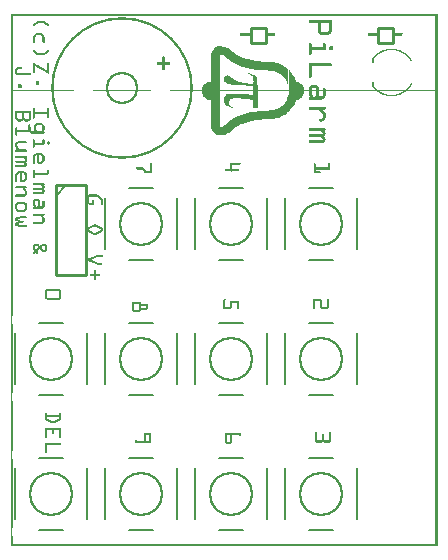
<source format=gto>
G04 MADE WITH FRITZING*
G04 WWW.FRITZING.ORG*
G04 DOUBLE SIDED*
G04 HOLES PLATED*
G04 CONTOUR ON CENTER OF CONTOUR VECTOR*
%ASAXBY*%
%FSLAX23Y23*%
%MOIN*%
%OFA0B0*%
%SFA1.0B1.0*%
%ADD10C,0.472568X0.456568*%
%ADD11C,0.108000X0.092*%
%ADD12C,0.148000X0.132*%
%ADD13C,0.010000*%
%ADD14C,0.005000*%
%ADD15C,0.008000*%
%ADD16R,0.001000X0.001000*%
%LNSILK1*%
G90*
G70*
G54D10*
X371Y1529D03*
G54D11*
X371Y1529D03*
G54D12*
X135Y626D03*
X135Y176D03*
X435Y176D03*
X435Y626D03*
X435Y1076D03*
X735Y176D03*
X735Y626D03*
X735Y1076D03*
X1035Y176D03*
X1035Y626D03*
X1035Y1076D03*
G54D13*
X849Y1680D02*
X799Y1680D01*
D02*
X799Y1680D02*
X799Y1730D01*
D02*
X799Y1730D02*
X849Y1730D01*
D02*
X849Y1730D02*
X849Y1680D01*
D02*
X1274Y1680D02*
X1224Y1680D01*
D02*
X1224Y1680D02*
X1224Y1730D01*
D02*
X1224Y1730D02*
X1274Y1730D01*
D02*
X1274Y1730D02*
X1274Y1680D01*
D02*
X149Y1204D02*
X149Y904D01*
D02*
X149Y904D02*
X249Y904D01*
D02*
X249Y904D02*
X249Y1204D01*
D02*
X249Y1204D02*
X149Y1204D01*
G54D14*
D02*
X149Y1169D02*
X184Y1204D01*
G54D15*
D02*
X255Y541D02*
X255Y711D01*
D02*
X15Y711D02*
X15Y541D01*
D02*
X174Y506D02*
X95Y506D01*
D02*
X175Y746D02*
X95Y746D01*
D02*
X255Y91D02*
X255Y261D01*
D02*
X15Y261D02*
X15Y91D01*
D02*
X174Y56D02*
X95Y56D01*
D02*
X175Y296D02*
X95Y296D01*
D02*
X555Y91D02*
X555Y261D01*
D02*
X315Y261D02*
X315Y91D01*
D02*
X474Y56D02*
X395Y56D01*
D02*
X475Y296D02*
X395Y296D01*
D02*
X555Y541D02*
X555Y711D01*
D02*
X315Y711D02*
X315Y541D01*
D02*
X474Y506D02*
X395Y506D01*
D02*
X475Y746D02*
X395Y746D01*
D02*
X555Y991D02*
X555Y1161D01*
D02*
X315Y1161D02*
X315Y991D01*
D02*
X474Y956D02*
X395Y956D01*
D02*
X475Y1196D02*
X395Y1196D01*
D02*
X855Y91D02*
X855Y261D01*
D02*
X615Y261D02*
X615Y91D01*
D02*
X774Y56D02*
X695Y56D01*
D02*
X775Y296D02*
X695Y296D01*
D02*
X855Y541D02*
X855Y711D01*
D02*
X615Y711D02*
X615Y541D01*
D02*
X774Y506D02*
X695Y506D01*
D02*
X775Y746D02*
X695Y746D01*
D02*
X855Y991D02*
X855Y1161D01*
D02*
X615Y1161D02*
X615Y991D01*
D02*
X774Y956D02*
X695Y956D01*
D02*
X775Y1196D02*
X695Y1196D01*
D02*
X1155Y91D02*
X1155Y261D01*
D02*
X915Y261D02*
X915Y91D01*
D02*
X1074Y56D02*
X995Y56D01*
D02*
X1075Y296D02*
X995Y296D01*
D02*
X1155Y541D02*
X1155Y711D01*
D02*
X915Y711D02*
X915Y541D01*
D02*
X1074Y506D02*
X995Y506D01*
D02*
X1075Y746D02*
X995Y746D01*
D02*
X1155Y991D02*
X1155Y1161D01*
D02*
X915Y1161D02*
X915Y991D01*
D02*
X1074Y956D02*
X995Y956D01*
D02*
X1075Y1196D02*
X995Y1196D01*
G36*
X978Y1526D02*
X976Y1526D01*
X976Y1531D01*
X975Y1531D01*
X975Y1534D01*
X973Y1534D01*
X973Y1537D01*
X972Y1537D01*
X972Y1538D01*
X970Y1538D01*
X970Y1540D01*
X969Y1540D01*
X969Y1541D01*
X967Y1541D01*
X967Y1543D01*
X965Y1543D01*
X965Y1544D01*
X964Y1544D01*
X964Y1546D01*
X961Y1546D01*
X961Y1547D01*
X956Y1547D01*
X956Y1549D01*
X952Y1549D01*
X952Y1550D01*
X950Y1550D01*
X950Y1553D01*
X949Y1553D01*
X949Y1556D01*
X947Y1556D01*
X947Y1559D01*
X946Y1559D01*
X946Y1564D01*
X944Y1564D01*
X944Y1567D01*
X943Y1567D01*
X943Y1568D01*
X941Y1568D01*
X941Y1571D01*
X940Y1571D01*
X940Y1573D01*
X938Y1573D01*
X938Y1575D01*
X937Y1575D01*
X937Y1578D01*
X935Y1578D01*
X935Y1579D01*
X934Y1579D01*
X934Y1582D01*
X932Y1582D01*
X932Y1584D01*
X931Y1584D01*
X931Y1585D01*
X929Y1585D01*
X929Y1587D01*
X928Y1587D01*
X928Y1588D01*
X926Y1588D01*
X926Y1505D01*
X925Y1505D01*
X925Y1501D01*
X923Y1501D01*
X923Y1498D01*
X922Y1498D01*
X922Y1490D01*
X920Y1490D01*
X920Y1487D01*
X919Y1487D01*
X919Y1485D01*
X917Y1485D01*
X917Y1482D01*
X916Y1482D01*
X916Y1481D01*
X914Y1481D01*
X914Y1479D01*
X913Y1479D01*
X913Y1476D01*
X911Y1476D01*
X911Y1475D01*
X910Y1475D01*
X910Y1473D01*
X908Y1473D01*
X908Y1472D01*
X907Y1472D01*
X907Y1470D01*
X905Y1470D01*
X905Y1469D01*
X904Y1469D01*
X904Y1467D01*
X901Y1467D01*
X901Y1466D01*
X899Y1466D01*
X899Y1464D01*
X898Y1464D01*
X898Y1463D01*
X895Y1463D01*
X895Y1461D01*
X892Y1461D01*
X892Y1460D01*
X887Y1460D01*
X887Y1458D01*
X884Y1458D01*
X884Y1457D01*
X879Y1457D01*
X879Y1455D01*
X875Y1455D01*
X875Y1454D01*
X861Y1454D01*
X861Y1452D01*
X833Y1452D01*
X833Y1451D01*
X819Y1451D01*
X819Y1449D01*
X810Y1449D01*
X810Y1448D01*
X795Y1448D01*
X795Y1446D01*
X790Y1446D01*
X790Y1445D01*
X784Y1445D01*
X784Y1443D01*
X780Y1443D01*
X780Y1442D01*
X775Y1442D01*
X775Y1440D01*
X771Y1440D01*
X771Y1439D01*
X768Y1439D01*
X768Y1437D01*
X763Y1437D01*
X763Y1436D01*
X759Y1436D01*
X759Y1434D01*
X754Y1434D01*
X754Y1433D01*
X751Y1433D01*
X751Y1431D01*
X748Y1431D01*
X748Y1430D01*
X745Y1430D01*
X745Y1428D01*
X744Y1428D01*
X744Y1427D01*
X741Y1427D01*
X741Y1425D01*
X739Y1425D01*
X739Y1424D01*
X736Y1424D01*
X736Y1422D01*
X732Y1422D01*
X732Y1421D01*
X730Y1421D01*
X730Y1419D01*
X729Y1419D01*
X729Y1418D01*
X727Y1418D01*
X727Y1416D01*
X726Y1416D01*
X726Y1415D01*
X724Y1415D01*
X724Y1413D01*
X721Y1413D01*
X721Y1411D01*
X719Y1411D01*
X719Y1410D01*
X718Y1410D01*
X718Y1408D01*
X716Y1408D01*
X716Y1405D01*
X713Y1405D01*
X713Y1404D01*
X712Y1404D01*
X712Y1402D01*
X710Y1402D01*
X710Y1401D01*
X706Y1401D01*
X706Y1399D01*
X698Y1399D01*
X698Y1371D01*
X710Y1371D01*
X710Y1372D01*
X718Y1372D01*
X718Y1374D01*
X721Y1374D01*
X721Y1375D01*
X722Y1375D01*
X722Y1377D01*
X726Y1377D01*
X726Y1378D01*
X729Y1378D01*
X729Y1380D01*
X730Y1380D01*
X730Y1381D01*
X732Y1381D01*
X732Y1383D01*
X733Y1383D01*
X733Y1384D01*
X735Y1384D01*
X735Y1386D01*
X738Y1386D01*
X738Y1387D01*
X739Y1387D01*
X739Y1389D01*
X741Y1389D01*
X741Y1390D01*
X742Y1390D01*
X742Y1392D01*
X744Y1392D01*
X744Y1395D01*
X747Y1395D01*
X747Y1396D01*
X748Y1396D01*
X748Y1398D01*
X753Y1398D01*
X753Y1399D01*
X754Y1399D01*
X754Y1401D01*
X756Y1401D01*
X756Y1402D01*
X759Y1402D01*
X759Y1404D01*
X762Y1404D01*
X762Y1405D01*
X765Y1405D01*
X765Y1407D01*
X768Y1407D01*
X768Y1408D01*
X771Y1408D01*
X771Y1410D01*
X778Y1410D01*
X778Y1411D01*
X783Y1411D01*
X783Y1413D01*
X787Y1413D01*
X787Y1415D01*
X793Y1415D01*
X793Y1416D01*
X798Y1416D01*
X798Y1418D01*
X804Y1418D01*
X804Y1419D01*
X812Y1419D01*
X812Y1421D01*
X821Y1421D01*
X821Y1422D01*
X836Y1422D01*
X836Y1424D01*
X876Y1424D01*
X876Y1425D01*
X882Y1425D01*
X882Y1427D01*
X887Y1427D01*
X887Y1428D01*
X892Y1428D01*
X892Y1430D01*
X896Y1430D01*
X896Y1431D01*
X898Y1431D01*
X898Y1433D01*
X902Y1433D01*
X902Y1434D01*
X905Y1434D01*
X905Y1436D01*
X908Y1436D01*
X908Y1437D01*
X911Y1437D01*
X911Y1439D01*
X913Y1439D01*
X913Y1440D01*
X916Y1440D01*
X916Y1442D01*
X917Y1442D01*
X917Y1443D01*
X919Y1443D01*
X919Y1445D01*
X920Y1445D01*
X920Y1446D01*
X922Y1446D01*
X922Y1448D01*
X925Y1448D01*
X925Y1449D01*
X926Y1449D01*
X926Y1451D01*
X928Y1451D01*
X928Y1452D01*
X929Y1452D01*
X929Y1454D01*
X931Y1454D01*
X931Y1455D01*
X932Y1455D01*
X932Y1457D01*
X934Y1457D01*
X934Y1460D01*
X935Y1460D01*
X935Y1461D01*
X937Y1461D01*
X937Y1463D01*
X938Y1463D01*
X938Y1464D01*
X940Y1464D01*
X940Y1467D01*
X941Y1467D01*
X941Y1469D01*
X943Y1469D01*
X943Y1472D01*
X944Y1472D01*
X944Y1473D01*
X946Y1473D01*
X946Y1478D01*
X947Y1478D01*
X947Y1482D01*
X949Y1482D01*
X949Y1485D01*
X950Y1485D01*
X950Y1488D01*
X955Y1488D01*
X955Y1490D01*
X959Y1490D01*
X959Y1491D01*
X961Y1491D01*
X961Y1493D01*
X964Y1493D01*
X964Y1495D01*
X965Y1495D01*
X965Y1496D01*
X969Y1496D01*
X969Y1498D01*
X970Y1498D01*
X970Y1499D01*
X972Y1499D01*
X972Y1502D01*
X973Y1502D01*
X973Y1505D01*
X975Y1505D01*
X975Y1508D01*
X976Y1508D01*
X976Y1511D01*
X978Y1511D01*
X978Y1526D01*
G37*
D02*
G36*
X698Y1668D02*
X697Y1668D01*
X697Y1371D01*
X698Y1371D01*
X698Y1668D01*
G37*
D02*
G36*
X698Y1668D02*
X697Y1668D01*
X697Y1371D01*
X698Y1371D01*
X698Y1668D01*
G37*
D02*
G36*
X697Y1668D02*
X691Y1668D01*
X691Y1667D01*
X688Y1667D01*
X688Y1665D01*
X685Y1665D01*
X685Y1664D01*
X682Y1664D01*
X682Y1662D01*
X680Y1662D01*
X680Y1661D01*
X677Y1661D01*
X677Y1658D01*
X676Y1658D01*
X676Y1656D01*
X674Y1656D01*
X674Y1655D01*
X673Y1655D01*
X673Y1651D01*
X671Y1651D01*
X671Y1650D01*
X670Y1650D01*
X670Y1645D01*
X668Y1645D01*
X668Y1550D01*
X667Y1550D01*
X667Y1549D01*
X658Y1549D01*
X658Y1547D01*
X653Y1547D01*
X653Y1546D01*
X650Y1546D01*
X650Y1544D01*
X649Y1544D01*
X649Y1543D01*
X647Y1543D01*
X647Y1541D01*
X644Y1541D01*
X644Y1538D01*
X642Y1538D01*
X642Y1537D01*
X641Y1537D01*
X641Y1534D01*
X639Y1534D01*
X639Y1531D01*
X638Y1531D01*
X638Y1526D01*
X636Y1526D01*
X636Y1511D01*
X638Y1511D01*
X638Y1507D01*
X639Y1507D01*
X639Y1505D01*
X641Y1505D01*
X641Y1502D01*
X642Y1502D01*
X642Y1499D01*
X644Y1499D01*
X644Y1498D01*
X646Y1498D01*
X646Y1496D01*
X649Y1496D01*
X649Y1495D01*
X650Y1495D01*
X650Y1493D01*
X653Y1493D01*
X653Y1491D01*
X655Y1491D01*
X655Y1490D01*
X659Y1490D01*
X659Y1488D01*
X667Y1488D01*
X667Y1487D01*
X668Y1487D01*
X668Y1393D01*
X670Y1393D01*
X670Y1389D01*
X671Y1389D01*
X671Y1386D01*
X673Y1386D01*
X673Y1384D01*
X674Y1384D01*
X674Y1383D01*
X676Y1383D01*
X676Y1380D01*
X677Y1380D01*
X677Y1378D01*
X679Y1378D01*
X679Y1377D01*
X680Y1377D01*
X680Y1375D01*
X682Y1375D01*
X682Y1374D01*
X685Y1374D01*
X685Y1372D01*
X691Y1372D01*
X691Y1371D01*
X697Y1371D01*
X697Y1668D01*
G37*
D02*
G36*
X824Y1540D02*
X822Y1540D01*
X822Y1555D01*
X821Y1555D01*
X821Y1559D01*
X819Y1559D01*
X819Y1565D01*
X818Y1565D01*
X818Y1567D01*
X816Y1567D01*
X816Y1568D01*
X815Y1568D01*
X815Y1570D01*
X813Y1570D01*
X813Y1571D01*
X809Y1571D01*
X809Y1547D01*
X807Y1547D01*
X807Y1505D01*
X793Y1505D01*
X793Y1507D01*
X775Y1507D01*
X775Y1508D01*
X765Y1508D01*
X765Y1510D01*
X727Y1510D01*
X727Y1485D01*
X729Y1485D01*
X729Y1487D01*
X730Y1487D01*
X730Y1490D01*
X732Y1490D01*
X732Y1491D01*
X735Y1491D01*
X735Y1493D01*
X741Y1493D01*
X741Y1495D01*
X766Y1495D01*
X766Y1493D01*
X783Y1493D01*
X783Y1491D01*
X796Y1491D01*
X796Y1490D01*
X807Y1490D01*
X807Y1461D01*
X824Y1461D01*
X824Y1540D01*
G37*
D02*
G36*
X809Y1573D02*
X804Y1573D01*
X804Y1575D01*
X799Y1575D01*
X799Y1576D01*
X796Y1576D01*
X796Y1578D01*
X793Y1578D01*
X793Y1579D01*
X790Y1579D01*
X790Y1578D01*
X792Y1578D01*
X792Y1576D01*
X793Y1576D01*
X793Y1575D01*
X798Y1575D01*
X798Y1573D01*
X799Y1573D01*
X799Y1571D01*
X801Y1571D01*
X801Y1570D01*
X802Y1570D01*
X802Y1568D01*
X804Y1568D01*
X804Y1567D01*
X806Y1567D01*
X806Y1564D01*
X807Y1564D01*
X807Y1553D01*
X809Y1553D01*
X809Y1573D01*
G37*
D02*
G36*
X807Y1543D02*
X790Y1543D01*
X790Y1544D01*
X778Y1544D01*
X778Y1546D01*
X772Y1546D01*
X772Y1547D01*
X763Y1547D01*
X763Y1549D01*
X759Y1549D01*
X759Y1550D01*
X756Y1550D01*
X756Y1552D01*
X753Y1552D01*
X753Y1553D01*
X750Y1553D01*
X750Y1555D01*
X747Y1555D01*
X747Y1556D01*
X744Y1556D01*
X744Y1558D01*
X742Y1558D01*
X742Y1559D01*
X741Y1559D01*
X741Y1561D01*
X736Y1561D01*
X736Y1562D01*
X735Y1562D01*
X735Y1564D01*
X733Y1564D01*
X733Y1565D01*
X730Y1565D01*
X730Y1568D01*
X727Y1568D01*
X727Y1570D01*
X724Y1570D01*
X724Y1571D01*
X721Y1571D01*
X721Y1570D01*
X718Y1570D01*
X718Y1568D01*
X715Y1568D01*
X715Y1567D01*
X713Y1567D01*
X713Y1565D01*
X712Y1565D01*
X712Y1562D01*
X710Y1562D01*
X710Y1552D01*
X712Y1552D01*
X712Y1550D01*
X713Y1550D01*
X713Y1549D01*
X715Y1549D01*
X715Y1547D01*
X718Y1547D01*
X718Y1546D01*
X719Y1546D01*
X719Y1544D01*
X722Y1544D01*
X722Y1543D01*
X729Y1543D01*
X729Y1541D01*
X733Y1541D01*
X733Y1540D01*
X744Y1540D01*
X744Y1538D01*
X756Y1538D01*
X756Y1537D01*
X784Y1537D01*
X784Y1535D01*
X802Y1535D01*
X802Y1534D01*
X807Y1534D01*
X807Y1543D01*
G37*
D02*
G36*
X742Y1464D02*
X736Y1464D01*
X736Y1466D01*
X733Y1466D01*
X733Y1467D01*
X732Y1467D01*
X732Y1469D01*
X730Y1469D01*
X730Y1472D01*
X729Y1472D01*
X729Y1473D01*
X727Y1473D01*
X727Y1466D01*
X729Y1466D01*
X729Y1464D01*
X733Y1464D01*
X733Y1463D01*
X738Y1463D01*
X738Y1461D01*
X742Y1461D01*
X742Y1464D01*
G37*
D02*
G36*
X727Y1510D02*
X726Y1510D01*
X726Y1466D01*
X727Y1466D01*
X727Y1510D01*
G37*
D02*
G36*
X727Y1510D02*
X726Y1510D01*
X726Y1466D01*
X727Y1466D01*
X727Y1510D01*
G37*
D02*
G36*
X726Y1510D02*
X724Y1510D01*
X724Y1508D01*
X721Y1508D01*
X721Y1507D01*
X718Y1507D01*
X718Y1504D01*
X716Y1504D01*
X716Y1502D01*
X715Y1502D01*
X715Y1501D01*
X713Y1501D01*
X713Y1499D01*
X712Y1499D01*
X712Y1496D01*
X710Y1496D01*
X710Y1481D01*
X712Y1481D01*
X712Y1478D01*
X713Y1478D01*
X713Y1475D01*
X715Y1475D01*
X715Y1473D01*
X716Y1473D01*
X716Y1472D01*
X718Y1472D01*
X718Y1470D01*
X721Y1470D01*
X721Y1469D01*
X722Y1469D01*
X722Y1467D01*
X726Y1467D01*
X726Y1510D01*
G37*
D02*
G54D16*
X0Y1776D02*
X1422Y1776D01*
X0Y1775D02*
X1422Y1775D01*
X0Y1774D02*
X1422Y1774D01*
X0Y1773D02*
X1422Y1773D01*
X0Y1772D02*
X1422Y1772D01*
X0Y1771D02*
X1422Y1771D01*
X0Y1770D02*
X1422Y1770D01*
X0Y1769D02*
X1422Y1769D01*
X0Y1768D02*
X7Y1768D01*
X1415Y1768D02*
X1422Y1768D01*
X0Y1767D02*
X7Y1767D01*
X1415Y1767D02*
X1422Y1767D01*
X0Y1766D02*
X7Y1766D01*
X1415Y1766D02*
X1422Y1766D01*
X0Y1765D02*
X7Y1765D01*
X1415Y1765D02*
X1422Y1765D01*
X0Y1764D02*
X7Y1764D01*
X1415Y1764D02*
X1422Y1764D01*
X0Y1763D02*
X7Y1763D01*
X1415Y1763D02*
X1422Y1763D01*
X0Y1762D02*
X7Y1762D01*
X1415Y1762D02*
X1422Y1762D01*
X0Y1761D02*
X7Y1761D01*
X1415Y1761D02*
X1422Y1761D01*
X0Y1760D02*
X7Y1760D01*
X1415Y1760D02*
X1422Y1760D01*
X0Y1759D02*
X7Y1759D01*
X1415Y1759D02*
X1422Y1759D01*
X0Y1758D02*
X7Y1758D01*
X1415Y1758D02*
X1422Y1758D01*
X0Y1757D02*
X7Y1757D01*
X1415Y1757D02*
X1422Y1757D01*
X0Y1756D02*
X7Y1756D01*
X1415Y1756D02*
X1422Y1756D01*
X0Y1755D02*
X7Y1755D01*
X996Y1755D02*
X1070Y1755D01*
X1415Y1755D02*
X1422Y1755D01*
X0Y1754D02*
X7Y1754D01*
X995Y1754D02*
X1070Y1754D01*
X1415Y1754D02*
X1422Y1754D01*
X0Y1753D02*
X7Y1753D01*
X994Y1753D02*
X1070Y1753D01*
X1415Y1753D02*
X1422Y1753D01*
X0Y1752D02*
X7Y1752D01*
X994Y1752D02*
X1070Y1752D01*
X1415Y1752D02*
X1422Y1752D01*
X0Y1751D02*
X7Y1751D01*
X90Y1751D02*
X111Y1751D01*
X993Y1751D02*
X1070Y1751D01*
X1415Y1751D02*
X1422Y1751D01*
X0Y1750D02*
X7Y1750D01*
X87Y1750D02*
X114Y1750D01*
X993Y1750D02*
X1070Y1750D01*
X1415Y1750D02*
X1422Y1750D01*
X0Y1749D02*
X7Y1749D01*
X86Y1749D02*
X115Y1749D01*
X993Y1749D02*
X1070Y1749D01*
X1415Y1749D02*
X1422Y1749D01*
X0Y1748D02*
X7Y1748D01*
X85Y1748D02*
X116Y1748D01*
X994Y1748D02*
X1070Y1748D01*
X1415Y1748D02*
X1422Y1748D01*
X0Y1747D02*
X7Y1747D01*
X83Y1747D02*
X118Y1747D01*
X995Y1747D02*
X1070Y1747D01*
X1415Y1747D02*
X1422Y1747D01*
X0Y1746D02*
X7Y1746D01*
X82Y1746D02*
X119Y1746D01*
X996Y1746D02*
X1070Y1746D01*
X1415Y1746D02*
X1422Y1746D01*
X0Y1745D02*
X7Y1745D01*
X81Y1745D02*
X120Y1745D01*
X1023Y1745D02*
X1032Y1745D01*
X1061Y1745D02*
X1070Y1745D01*
X1415Y1745D02*
X1422Y1745D01*
X0Y1744D02*
X7Y1744D01*
X79Y1744D02*
X90Y1744D01*
X111Y1744D02*
X122Y1744D01*
X1023Y1744D02*
X1032Y1744D01*
X1061Y1744D02*
X1070Y1744D01*
X1415Y1744D02*
X1422Y1744D01*
X0Y1743D02*
X7Y1743D01*
X78Y1743D02*
X89Y1743D01*
X112Y1743D02*
X123Y1743D01*
X1023Y1743D02*
X1032Y1743D01*
X1061Y1743D02*
X1070Y1743D01*
X1415Y1743D02*
X1422Y1743D01*
X0Y1742D02*
X7Y1742D01*
X77Y1742D02*
X87Y1742D01*
X114Y1742D02*
X124Y1742D01*
X1023Y1742D02*
X1032Y1742D01*
X1061Y1742D02*
X1070Y1742D01*
X1415Y1742D02*
X1422Y1742D01*
X0Y1741D02*
X7Y1741D01*
X76Y1741D02*
X86Y1741D01*
X115Y1741D02*
X125Y1741D01*
X1023Y1741D02*
X1032Y1741D01*
X1061Y1741D02*
X1070Y1741D01*
X1415Y1741D02*
X1422Y1741D01*
X0Y1740D02*
X7Y1740D01*
X75Y1740D02*
X85Y1740D01*
X116Y1740D02*
X126Y1740D01*
X1023Y1740D02*
X1032Y1740D01*
X1061Y1740D02*
X1070Y1740D01*
X1415Y1740D02*
X1422Y1740D01*
X0Y1739D02*
X7Y1739D01*
X74Y1739D02*
X83Y1739D01*
X118Y1739D02*
X127Y1739D01*
X1023Y1739D02*
X1032Y1739D01*
X1061Y1739D02*
X1070Y1739D01*
X1415Y1739D02*
X1422Y1739D01*
X0Y1738D02*
X7Y1738D01*
X74Y1738D02*
X82Y1738D01*
X119Y1738D02*
X127Y1738D01*
X1023Y1738D02*
X1032Y1738D01*
X1061Y1738D02*
X1070Y1738D01*
X1415Y1738D02*
X1422Y1738D01*
X0Y1737D02*
X7Y1737D01*
X74Y1737D02*
X81Y1737D01*
X120Y1737D02*
X127Y1737D01*
X1023Y1737D02*
X1032Y1737D01*
X1061Y1737D02*
X1070Y1737D01*
X1415Y1737D02*
X1422Y1737D01*
X0Y1736D02*
X7Y1736D01*
X75Y1736D02*
X80Y1736D01*
X121Y1736D02*
X126Y1736D01*
X1023Y1736D02*
X1032Y1736D01*
X1061Y1736D02*
X1070Y1736D01*
X1415Y1736D02*
X1422Y1736D01*
X0Y1735D02*
X7Y1735D01*
X76Y1735D02*
X78Y1735D01*
X123Y1735D02*
X125Y1735D01*
X1023Y1735D02*
X1032Y1735D01*
X1061Y1735D02*
X1070Y1735D01*
X1415Y1735D02*
X1422Y1735D01*
X0Y1734D02*
X7Y1734D01*
X1023Y1734D02*
X1032Y1734D01*
X1061Y1734D02*
X1070Y1734D01*
X1415Y1734D02*
X1422Y1734D01*
X0Y1733D02*
X7Y1733D01*
X1023Y1733D02*
X1032Y1733D01*
X1061Y1733D02*
X1070Y1733D01*
X1415Y1733D02*
X1422Y1733D01*
X0Y1732D02*
X7Y1732D01*
X1023Y1732D02*
X1032Y1732D01*
X1061Y1732D02*
X1070Y1732D01*
X1415Y1732D02*
X1422Y1732D01*
X0Y1731D02*
X7Y1731D01*
X1023Y1731D02*
X1032Y1731D01*
X1061Y1731D02*
X1070Y1731D01*
X1415Y1731D02*
X1422Y1731D01*
X0Y1730D02*
X7Y1730D01*
X1023Y1730D02*
X1032Y1730D01*
X1061Y1730D02*
X1070Y1730D01*
X1415Y1730D02*
X1422Y1730D01*
X0Y1729D02*
X7Y1729D01*
X1023Y1729D02*
X1032Y1729D01*
X1061Y1729D02*
X1070Y1729D01*
X1415Y1729D02*
X1422Y1729D01*
X0Y1728D02*
X7Y1728D01*
X1023Y1728D02*
X1032Y1728D01*
X1061Y1728D02*
X1070Y1728D01*
X1415Y1728D02*
X1422Y1728D01*
X0Y1727D02*
X7Y1727D01*
X1023Y1727D02*
X1032Y1727D01*
X1061Y1727D02*
X1070Y1727D01*
X1415Y1727D02*
X1422Y1727D01*
X0Y1726D02*
X7Y1726D01*
X1023Y1726D02*
X1032Y1726D01*
X1061Y1726D02*
X1070Y1726D01*
X1415Y1726D02*
X1422Y1726D01*
X0Y1725D02*
X7Y1725D01*
X1023Y1725D02*
X1032Y1725D01*
X1061Y1725D02*
X1070Y1725D01*
X1415Y1725D02*
X1422Y1725D01*
X0Y1724D02*
X7Y1724D01*
X1023Y1724D02*
X1032Y1724D01*
X1061Y1724D02*
X1070Y1724D01*
X1415Y1724D02*
X1422Y1724D01*
X0Y1723D02*
X7Y1723D01*
X1023Y1723D02*
X1032Y1723D01*
X1061Y1723D02*
X1070Y1723D01*
X1415Y1723D02*
X1422Y1723D01*
X0Y1722D02*
X7Y1722D01*
X1023Y1722D02*
X1032Y1722D01*
X1061Y1722D02*
X1070Y1722D01*
X1415Y1722D02*
X1422Y1722D01*
X0Y1721D02*
X7Y1721D01*
X1023Y1721D02*
X1032Y1721D01*
X1061Y1721D02*
X1070Y1721D01*
X1415Y1721D02*
X1422Y1721D01*
X0Y1720D02*
X7Y1720D01*
X1023Y1720D02*
X1032Y1720D01*
X1061Y1720D02*
X1070Y1720D01*
X1415Y1720D02*
X1422Y1720D01*
X0Y1719D02*
X7Y1719D01*
X1023Y1719D02*
X1032Y1719D01*
X1061Y1719D02*
X1070Y1719D01*
X1415Y1719D02*
X1422Y1719D01*
X0Y1718D02*
X7Y1718D01*
X1023Y1718D02*
X1033Y1718D01*
X1060Y1718D02*
X1070Y1718D01*
X1415Y1718D02*
X1422Y1718D01*
X0Y1717D02*
X7Y1717D01*
X1023Y1717D02*
X1034Y1717D01*
X1059Y1717D02*
X1070Y1717D01*
X1415Y1717D02*
X1422Y1717D01*
X0Y1716D02*
X7Y1716D01*
X1024Y1716D02*
X1036Y1716D01*
X1057Y1716D02*
X1069Y1716D01*
X1415Y1716D02*
X1422Y1716D01*
X0Y1715D02*
X7Y1715D01*
X1024Y1715D02*
X1069Y1715D01*
X1415Y1715D02*
X1422Y1715D01*
X0Y1714D02*
X7Y1714D01*
X1025Y1714D02*
X1069Y1714D01*
X1415Y1714D02*
X1422Y1714D01*
X0Y1713D02*
X7Y1713D01*
X1025Y1713D02*
X1068Y1713D01*
X1415Y1713D02*
X1422Y1713D01*
X0Y1712D02*
X7Y1712D01*
X1026Y1712D02*
X1067Y1712D01*
X1415Y1712D02*
X1422Y1712D01*
X0Y1711D02*
X7Y1711D01*
X85Y1711D02*
X101Y1711D01*
X1027Y1711D02*
X1066Y1711D01*
X1415Y1711D02*
X1422Y1711D01*
X0Y1710D02*
X7Y1710D01*
X83Y1710D02*
X103Y1710D01*
X766Y1710D02*
X798Y1710D01*
X849Y1710D02*
X881Y1710D01*
X1028Y1710D02*
X1066Y1710D01*
X1191Y1710D02*
X1223Y1710D01*
X1274Y1710D02*
X1306Y1710D01*
X1415Y1710D02*
X1422Y1710D01*
X0Y1709D02*
X7Y1709D01*
X82Y1709D02*
X104Y1709D01*
X766Y1709D02*
X798Y1709D01*
X849Y1709D02*
X881Y1709D01*
X1029Y1709D02*
X1064Y1709D01*
X1191Y1709D02*
X1223Y1709D01*
X1274Y1709D02*
X1306Y1709D01*
X1415Y1709D02*
X1422Y1709D01*
X0Y1708D02*
X7Y1708D01*
X81Y1708D02*
X105Y1708D01*
X766Y1708D02*
X798Y1708D01*
X849Y1708D02*
X881Y1708D01*
X1030Y1708D02*
X1063Y1708D01*
X1191Y1708D02*
X1223Y1708D01*
X1274Y1708D02*
X1306Y1708D01*
X1415Y1708D02*
X1422Y1708D01*
X0Y1707D02*
X7Y1707D01*
X80Y1707D02*
X106Y1707D01*
X766Y1707D02*
X798Y1707D01*
X849Y1707D02*
X880Y1707D01*
X1032Y1707D02*
X1061Y1707D01*
X1191Y1707D02*
X1223Y1707D01*
X1274Y1707D02*
X1305Y1707D01*
X1415Y1707D02*
X1422Y1707D01*
X0Y1706D02*
X7Y1706D01*
X80Y1706D02*
X107Y1706D01*
X766Y1706D02*
X798Y1706D01*
X849Y1706D02*
X880Y1706D01*
X1035Y1706D02*
X1058Y1706D01*
X1191Y1706D02*
X1223Y1706D01*
X1274Y1706D02*
X1305Y1706D01*
X1415Y1706D02*
X1422Y1706D01*
X0Y1705D02*
X7Y1705D01*
X79Y1705D02*
X108Y1705D01*
X766Y1705D02*
X798Y1705D01*
X849Y1705D02*
X880Y1705D01*
X1191Y1705D02*
X1223Y1705D01*
X1274Y1705D02*
X1305Y1705D01*
X1415Y1705D02*
X1422Y1705D01*
X0Y1704D02*
X7Y1704D01*
X78Y1704D02*
X86Y1704D01*
X100Y1704D02*
X109Y1704D01*
X766Y1704D02*
X798Y1704D01*
X849Y1704D02*
X880Y1704D01*
X1191Y1704D02*
X1223Y1704D01*
X1274Y1704D02*
X1305Y1704D01*
X1415Y1704D02*
X1422Y1704D01*
X0Y1703D02*
X7Y1703D01*
X77Y1703D02*
X85Y1703D01*
X101Y1703D02*
X110Y1703D01*
X766Y1703D02*
X798Y1703D01*
X849Y1703D02*
X880Y1703D01*
X1191Y1703D02*
X1223Y1703D01*
X1274Y1703D02*
X1305Y1703D01*
X1415Y1703D02*
X1422Y1703D01*
X0Y1702D02*
X7Y1702D01*
X76Y1702D02*
X84Y1702D01*
X102Y1702D02*
X110Y1702D01*
X766Y1702D02*
X798Y1702D01*
X849Y1702D02*
X881Y1702D01*
X1191Y1702D02*
X1223Y1702D01*
X1274Y1702D02*
X1306Y1702D01*
X1415Y1702D02*
X1422Y1702D01*
X0Y1701D02*
X7Y1701D01*
X75Y1701D02*
X83Y1701D01*
X103Y1701D02*
X111Y1701D01*
X766Y1701D02*
X798Y1701D01*
X849Y1701D02*
X881Y1701D01*
X1191Y1701D02*
X1223Y1701D01*
X1274Y1701D02*
X1306Y1701D01*
X1415Y1701D02*
X1422Y1701D01*
X0Y1700D02*
X7Y1700D01*
X75Y1700D02*
X83Y1700D01*
X104Y1700D02*
X111Y1700D01*
X1415Y1700D02*
X1422Y1700D01*
X0Y1699D02*
X7Y1699D01*
X74Y1699D02*
X82Y1699D01*
X104Y1699D02*
X112Y1699D01*
X1415Y1699D02*
X1422Y1699D01*
X0Y1698D02*
X7Y1698D01*
X74Y1698D02*
X81Y1698D01*
X105Y1698D02*
X112Y1698D01*
X1415Y1698D02*
X1422Y1698D01*
X0Y1697D02*
X7Y1697D01*
X74Y1697D02*
X80Y1697D01*
X106Y1697D02*
X112Y1697D01*
X1415Y1697D02*
X1422Y1697D01*
X0Y1696D02*
X7Y1696D01*
X74Y1696D02*
X80Y1696D01*
X106Y1696D02*
X112Y1696D01*
X1415Y1696D02*
X1422Y1696D01*
X0Y1695D02*
X7Y1695D01*
X74Y1695D02*
X80Y1695D01*
X106Y1695D02*
X112Y1695D01*
X1415Y1695D02*
X1422Y1695D01*
X0Y1694D02*
X7Y1694D01*
X74Y1694D02*
X80Y1694D01*
X106Y1694D02*
X112Y1694D01*
X1415Y1694D02*
X1422Y1694D01*
X0Y1693D02*
X7Y1693D01*
X74Y1693D02*
X80Y1693D01*
X106Y1693D02*
X112Y1693D01*
X1415Y1693D02*
X1422Y1693D01*
X0Y1692D02*
X7Y1692D01*
X74Y1692D02*
X80Y1692D01*
X106Y1692D02*
X112Y1692D01*
X1415Y1692D02*
X1422Y1692D01*
X0Y1691D02*
X7Y1691D01*
X74Y1691D02*
X80Y1691D01*
X106Y1691D02*
X112Y1691D01*
X1415Y1691D02*
X1422Y1691D01*
X0Y1690D02*
X7Y1690D01*
X74Y1690D02*
X80Y1690D01*
X106Y1690D02*
X112Y1690D01*
X1415Y1690D02*
X1422Y1690D01*
X0Y1689D02*
X7Y1689D01*
X74Y1689D02*
X80Y1689D01*
X106Y1689D02*
X112Y1689D01*
X1415Y1689D02*
X1422Y1689D01*
X0Y1688D02*
X7Y1688D01*
X74Y1688D02*
X80Y1688D01*
X106Y1688D02*
X112Y1688D01*
X1415Y1688D02*
X1422Y1688D01*
X0Y1687D02*
X7Y1687D01*
X74Y1687D02*
X80Y1687D01*
X106Y1687D02*
X112Y1687D01*
X1415Y1687D02*
X1422Y1687D01*
X0Y1686D02*
X7Y1686D01*
X74Y1686D02*
X80Y1686D01*
X106Y1686D02*
X112Y1686D01*
X1415Y1686D02*
X1422Y1686D01*
X0Y1685D02*
X7Y1685D01*
X74Y1685D02*
X80Y1685D01*
X106Y1685D02*
X112Y1685D01*
X1415Y1685D02*
X1422Y1685D01*
X0Y1684D02*
X7Y1684D01*
X74Y1684D02*
X80Y1684D01*
X106Y1684D02*
X112Y1684D01*
X1415Y1684D02*
X1422Y1684D01*
X0Y1683D02*
X7Y1683D01*
X74Y1683D02*
X80Y1683D01*
X106Y1683D02*
X112Y1683D01*
X1415Y1683D02*
X1422Y1683D01*
X0Y1682D02*
X7Y1682D01*
X74Y1682D02*
X80Y1682D01*
X106Y1682D02*
X112Y1682D01*
X1415Y1682D02*
X1422Y1682D01*
X0Y1681D02*
X7Y1681D01*
X74Y1681D02*
X80Y1681D01*
X106Y1681D02*
X112Y1681D01*
X1415Y1681D02*
X1422Y1681D01*
X0Y1680D02*
X7Y1680D01*
X74Y1680D02*
X80Y1680D01*
X107Y1680D02*
X112Y1680D01*
X1415Y1680D02*
X1422Y1680D01*
X0Y1679D02*
X7Y1679D01*
X75Y1679D02*
X79Y1679D01*
X107Y1679D02*
X112Y1679D01*
X1415Y1679D02*
X1422Y1679D01*
X0Y1678D02*
X7Y1678D01*
X76Y1678D02*
X78Y1678D01*
X108Y1678D02*
X111Y1678D01*
X997Y1678D02*
X999Y1678D01*
X1044Y1678D02*
X1045Y1678D01*
X1415Y1678D02*
X1422Y1678D01*
X0Y1677D02*
X7Y1677D01*
X995Y1677D02*
X1000Y1677D01*
X1042Y1677D02*
X1047Y1677D01*
X1415Y1677D02*
X1422Y1677D01*
X0Y1676D02*
X7Y1676D01*
X994Y1676D02*
X1001Y1676D01*
X1041Y1676D02*
X1048Y1676D01*
X1415Y1676D02*
X1422Y1676D01*
X0Y1675D02*
X7Y1675D01*
X994Y1675D02*
X1002Y1675D01*
X1040Y1675D02*
X1049Y1675D01*
X1415Y1675D02*
X1422Y1675D01*
X0Y1674D02*
X7Y1674D01*
X993Y1674D02*
X1002Y1674D01*
X1040Y1674D02*
X1049Y1674D01*
X1415Y1674D02*
X1422Y1674D01*
X0Y1673D02*
X7Y1673D01*
X993Y1673D02*
X1002Y1673D01*
X1040Y1673D02*
X1049Y1673D01*
X1415Y1673D02*
X1422Y1673D01*
X0Y1672D02*
X7Y1672D01*
X993Y1672D02*
X1002Y1672D01*
X1040Y1672D02*
X1049Y1672D01*
X1415Y1672D02*
X1422Y1672D01*
X0Y1671D02*
X7Y1671D01*
X993Y1671D02*
X1002Y1671D01*
X1040Y1671D02*
X1049Y1671D01*
X1415Y1671D02*
X1422Y1671D01*
X0Y1670D02*
X7Y1670D01*
X993Y1670D02*
X1002Y1670D01*
X1040Y1670D02*
X1049Y1670D01*
X1415Y1670D02*
X1422Y1670D01*
X0Y1669D02*
X7Y1669D01*
X993Y1669D02*
X1002Y1669D01*
X1040Y1669D02*
X1049Y1669D01*
X1415Y1669D02*
X1422Y1669D01*
X0Y1668D02*
X7Y1668D01*
X698Y1668D02*
X704Y1668D01*
X993Y1668D02*
X1002Y1668D01*
X1040Y1668D02*
X1049Y1668D01*
X1064Y1668D02*
X1071Y1668D01*
X1415Y1668D02*
X1422Y1668D01*
X0Y1667D02*
X7Y1667D01*
X698Y1667D02*
X705Y1667D01*
X993Y1667D02*
X1002Y1667D01*
X1040Y1667D02*
X1049Y1667D01*
X1063Y1667D02*
X1073Y1667D01*
X1415Y1667D02*
X1422Y1667D01*
X0Y1666D02*
X7Y1666D01*
X698Y1666D02*
X707Y1666D01*
X993Y1666D02*
X1002Y1666D01*
X1040Y1666D02*
X1049Y1666D01*
X1062Y1666D02*
X1074Y1666D01*
X1415Y1666D02*
X1422Y1666D01*
X0Y1665D02*
X7Y1665D01*
X698Y1665D02*
X710Y1665D01*
X993Y1665D02*
X1002Y1665D01*
X1040Y1665D02*
X1049Y1665D01*
X1061Y1665D02*
X1074Y1665D01*
X1415Y1665D02*
X1422Y1665D01*
X0Y1664D02*
X7Y1664D01*
X698Y1664D02*
X713Y1664D01*
X993Y1664D02*
X1002Y1664D01*
X1040Y1664D02*
X1049Y1664D01*
X1061Y1664D02*
X1074Y1664D01*
X1415Y1664D02*
X1422Y1664D01*
X0Y1663D02*
X7Y1663D01*
X698Y1663D02*
X717Y1663D01*
X993Y1663D02*
X1049Y1663D01*
X1061Y1663D02*
X1074Y1663D01*
X1415Y1663D02*
X1422Y1663D01*
X0Y1662D02*
X7Y1662D01*
X698Y1662D02*
X723Y1662D01*
X993Y1662D02*
X1049Y1662D01*
X1061Y1662D02*
X1074Y1662D01*
X1415Y1662D02*
X1422Y1662D01*
X0Y1661D02*
X7Y1661D01*
X698Y1661D02*
X727Y1661D01*
X993Y1661D02*
X1049Y1661D01*
X1061Y1661D02*
X1074Y1661D01*
X1415Y1661D02*
X1422Y1661D01*
X0Y1660D02*
X7Y1660D01*
X698Y1660D02*
X728Y1660D01*
X993Y1660D02*
X1049Y1660D01*
X1061Y1660D02*
X1074Y1660D01*
X1415Y1660D02*
X1422Y1660D01*
X0Y1659D02*
X7Y1659D01*
X698Y1659D02*
X729Y1659D01*
X993Y1659D02*
X1049Y1659D01*
X1061Y1659D02*
X1074Y1659D01*
X1265Y1659D02*
X1273Y1659D01*
X1415Y1659D02*
X1422Y1659D01*
X0Y1658D02*
X7Y1658D01*
X698Y1658D02*
X730Y1658D01*
X993Y1658D02*
X1049Y1658D01*
X1061Y1658D02*
X1074Y1658D01*
X1256Y1658D02*
X1282Y1658D01*
X1415Y1658D02*
X1422Y1658D01*
X0Y1657D02*
X7Y1657D01*
X698Y1657D02*
X731Y1657D01*
X993Y1657D02*
X1049Y1657D01*
X1061Y1657D02*
X1074Y1657D01*
X1251Y1657D02*
X1287Y1657D01*
X1415Y1657D02*
X1422Y1657D01*
X0Y1656D02*
X7Y1656D01*
X698Y1656D02*
X732Y1656D01*
X993Y1656D02*
X1048Y1656D01*
X1062Y1656D02*
X1074Y1656D01*
X1247Y1656D02*
X1290Y1656D01*
X1415Y1656D02*
X1422Y1656D01*
X0Y1655D02*
X7Y1655D01*
X698Y1655D02*
X733Y1655D01*
X993Y1655D02*
X1048Y1655D01*
X1062Y1655D02*
X1073Y1655D01*
X1244Y1655D02*
X1294Y1655D01*
X1415Y1655D02*
X1422Y1655D01*
X0Y1654D02*
X7Y1654D01*
X75Y1654D02*
X79Y1654D01*
X122Y1654D02*
X126Y1654D01*
X698Y1654D02*
X734Y1654D01*
X993Y1654D02*
X1046Y1654D01*
X1064Y1654D02*
X1072Y1654D01*
X1241Y1654D02*
X1262Y1654D01*
X1276Y1654D02*
X1296Y1654D01*
X1415Y1654D02*
X1422Y1654D01*
X0Y1653D02*
X7Y1653D01*
X74Y1653D02*
X80Y1653D01*
X121Y1653D02*
X127Y1653D01*
X698Y1653D02*
X735Y1653D01*
X993Y1653D02*
X1002Y1653D01*
X1239Y1653D02*
X1254Y1653D01*
X1283Y1653D02*
X1299Y1653D01*
X1415Y1653D02*
X1422Y1653D01*
X0Y1652D02*
X7Y1652D01*
X74Y1652D02*
X81Y1652D01*
X120Y1652D02*
X127Y1652D01*
X698Y1652D02*
X736Y1652D01*
X993Y1652D02*
X1002Y1652D01*
X1236Y1652D02*
X1250Y1652D01*
X1288Y1652D02*
X1301Y1652D01*
X1415Y1652D02*
X1422Y1652D01*
X0Y1651D02*
X7Y1651D01*
X74Y1651D02*
X83Y1651D01*
X118Y1651D02*
X127Y1651D01*
X698Y1651D02*
X737Y1651D01*
X993Y1651D02*
X1002Y1651D01*
X1234Y1651D02*
X1246Y1651D01*
X1291Y1651D02*
X1303Y1651D01*
X1415Y1651D02*
X1422Y1651D01*
X0Y1650D02*
X7Y1650D01*
X74Y1650D02*
X84Y1650D01*
X117Y1650D02*
X127Y1650D01*
X698Y1650D02*
X738Y1650D01*
X993Y1650D02*
X1002Y1650D01*
X1232Y1650D02*
X1243Y1650D01*
X1294Y1650D02*
X1305Y1650D01*
X1415Y1650D02*
X1422Y1650D01*
X0Y1649D02*
X7Y1649D01*
X75Y1649D02*
X85Y1649D01*
X116Y1649D02*
X126Y1649D01*
X698Y1649D02*
X741Y1649D01*
X993Y1649D02*
X1002Y1649D01*
X1230Y1649D02*
X1241Y1649D01*
X1296Y1649D02*
X1307Y1649D01*
X1415Y1649D02*
X1422Y1649D01*
X0Y1648D02*
X7Y1648D01*
X76Y1648D02*
X86Y1648D01*
X115Y1648D02*
X125Y1648D01*
X698Y1648D02*
X741Y1648D01*
X993Y1648D02*
X1002Y1648D01*
X1229Y1648D02*
X1238Y1648D01*
X1299Y1648D02*
X1309Y1648D01*
X1415Y1648D02*
X1422Y1648D01*
X0Y1647D02*
X7Y1647D01*
X77Y1647D02*
X88Y1647D01*
X113Y1647D02*
X124Y1647D01*
X698Y1647D02*
X743Y1647D01*
X993Y1647D02*
X1002Y1647D01*
X1227Y1647D02*
X1236Y1647D01*
X1301Y1647D02*
X1311Y1647D01*
X1415Y1647D02*
X1422Y1647D01*
X0Y1646D02*
X7Y1646D01*
X79Y1646D02*
X89Y1646D01*
X112Y1646D02*
X122Y1646D01*
X698Y1646D02*
X743Y1646D01*
X993Y1646D02*
X1002Y1646D01*
X1225Y1646D02*
X1234Y1646D01*
X1303Y1646D02*
X1312Y1646D01*
X1415Y1646D02*
X1422Y1646D01*
X0Y1645D02*
X7Y1645D01*
X80Y1645D02*
X91Y1645D01*
X110Y1645D02*
X121Y1645D01*
X698Y1645D02*
X743Y1645D01*
X993Y1645D02*
X1002Y1645D01*
X1224Y1645D02*
X1232Y1645D01*
X1305Y1645D02*
X1314Y1645D01*
X1415Y1645D02*
X1422Y1645D01*
X0Y1644D02*
X7Y1644D01*
X81Y1644D02*
X120Y1644D01*
X698Y1644D02*
X744Y1644D01*
X993Y1644D02*
X1002Y1644D01*
X1222Y1644D02*
X1230Y1644D01*
X1307Y1644D02*
X1315Y1644D01*
X1415Y1644D02*
X1422Y1644D01*
X0Y1643D02*
X7Y1643D01*
X82Y1643D02*
X119Y1643D01*
X698Y1643D02*
X747Y1643D01*
X993Y1643D02*
X1002Y1643D01*
X1221Y1643D02*
X1229Y1643D01*
X1308Y1643D02*
X1316Y1643D01*
X1415Y1643D02*
X1422Y1643D01*
X0Y1642D02*
X7Y1642D01*
X84Y1642D02*
X117Y1642D01*
X698Y1642D02*
X747Y1642D01*
X993Y1642D02*
X1002Y1642D01*
X1220Y1642D02*
X1227Y1642D01*
X1310Y1642D02*
X1318Y1642D01*
X1415Y1642D02*
X1422Y1642D01*
X0Y1641D02*
X7Y1641D01*
X85Y1641D02*
X116Y1641D01*
X698Y1641D02*
X749Y1641D01*
X994Y1641D02*
X1002Y1641D01*
X1219Y1641D02*
X1226Y1641D01*
X1311Y1641D02*
X1319Y1641D01*
X1415Y1641D02*
X1422Y1641D01*
X0Y1640D02*
X7Y1640D01*
X86Y1640D02*
X115Y1640D01*
X698Y1640D02*
X751Y1640D01*
X995Y1640D02*
X1001Y1640D01*
X1217Y1640D02*
X1224Y1640D01*
X1313Y1640D02*
X1320Y1640D01*
X1415Y1640D02*
X1422Y1640D01*
X0Y1639D02*
X7Y1639D01*
X88Y1639D02*
X113Y1639D01*
X698Y1639D02*
X752Y1639D01*
X996Y1639D02*
X1000Y1639D01*
X1216Y1639D02*
X1223Y1639D01*
X1314Y1639D02*
X1321Y1639D01*
X1415Y1639D02*
X1422Y1639D01*
X0Y1638D02*
X7Y1638D01*
X91Y1638D02*
X110Y1638D01*
X706Y1638D02*
X755Y1638D01*
X1215Y1638D02*
X1222Y1638D01*
X1315Y1638D02*
X1322Y1638D01*
X1415Y1638D02*
X1422Y1638D01*
X0Y1637D02*
X7Y1637D01*
X712Y1637D02*
X757Y1637D01*
X1214Y1637D02*
X1221Y1637D01*
X1317Y1637D02*
X1323Y1637D01*
X1415Y1637D02*
X1422Y1637D01*
X0Y1636D02*
X7Y1636D01*
X712Y1636D02*
X758Y1636D01*
X1213Y1636D02*
X1219Y1636D01*
X1318Y1636D02*
X1324Y1636D01*
X1415Y1636D02*
X1422Y1636D01*
X0Y1635D02*
X7Y1635D01*
X713Y1635D02*
X761Y1635D01*
X1212Y1635D02*
X1218Y1635D01*
X1319Y1635D02*
X1325Y1635D01*
X1415Y1635D02*
X1422Y1635D01*
X0Y1634D02*
X7Y1634D01*
X715Y1634D02*
X764Y1634D01*
X1211Y1634D02*
X1217Y1634D01*
X1320Y1634D02*
X1326Y1634D01*
X1415Y1634D02*
X1422Y1634D01*
X0Y1633D02*
X7Y1633D01*
X508Y1633D02*
X509Y1633D01*
X715Y1633D02*
X764Y1633D01*
X1210Y1633D02*
X1216Y1633D01*
X1321Y1633D02*
X1327Y1633D01*
X1415Y1633D02*
X1422Y1633D01*
X0Y1632D02*
X7Y1632D01*
X506Y1632D02*
X511Y1632D01*
X716Y1632D02*
X767Y1632D01*
X1209Y1632D02*
X1215Y1632D01*
X1322Y1632D02*
X1328Y1632D01*
X1415Y1632D02*
X1422Y1632D01*
X0Y1631D02*
X7Y1631D01*
X505Y1631D02*
X512Y1631D01*
X718Y1631D02*
X770Y1631D01*
X1209Y1631D02*
X1214Y1631D01*
X1323Y1631D02*
X1329Y1631D01*
X1415Y1631D02*
X1422Y1631D01*
X0Y1630D02*
X7Y1630D01*
X505Y1630D02*
X512Y1630D01*
X718Y1630D02*
X770Y1630D01*
X1208Y1630D02*
X1213Y1630D01*
X1324Y1630D02*
X1330Y1630D01*
X1415Y1630D02*
X1422Y1630D01*
X0Y1629D02*
X7Y1629D01*
X504Y1629D02*
X512Y1629D01*
X718Y1629D02*
X774Y1629D01*
X1207Y1629D02*
X1213Y1629D01*
X1325Y1629D02*
X1331Y1629D01*
X1415Y1629D02*
X1422Y1629D01*
X0Y1628D02*
X7Y1628D01*
X504Y1628D02*
X512Y1628D01*
X719Y1628D02*
X779Y1628D01*
X1206Y1628D02*
X1212Y1628D01*
X1326Y1628D02*
X1331Y1628D01*
X1415Y1628D02*
X1422Y1628D01*
X0Y1627D02*
X7Y1627D01*
X504Y1627D02*
X512Y1627D01*
X720Y1627D02*
X779Y1627D01*
X1205Y1627D02*
X1211Y1627D01*
X1327Y1627D02*
X1332Y1627D01*
X1415Y1627D02*
X1422Y1627D01*
X0Y1626D02*
X7Y1626D01*
X504Y1626D02*
X512Y1626D01*
X722Y1626D02*
X782Y1626D01*
X1205Y1626D02*
X1210Y1626D01*
X1327Y1626D02*
X1333Y1626D01*
X1415Y1626D02*
X1422Y1626D01*
X0Y1625D02*
X7Y1625D01*
X504Y1625D02*
X512Y1625D01*
X724Y1625D02*
X786Y1625D01*
X1205Y1625D02*
X1209Y1625D01*
X1328Y1625D02*
X1333Y1625D01*
X1415Y1625D02*
X1422Y1625D01*
X0Y1624D02*
X7Y1624D01*
X504Y1624D02*
X512Y1624D01*
X724Y1624D02*
X786Y1624D01*
X1205Y1624D02*
X1209Y1624D01*
X1329Y1624D02*
X1334Y1624D01*
X1415Y1624D02*
X1422Y1624D01*
X0Y1623D02*
X7Y1623D01*
X504Y1623D02*
X512Y1623D01*
X727Y1623D02*
X797Y1623D01*
X1205Y1623D02*
X1209Y1623D01*
X1330Y1623D02*
X1335Y1623D01*
X1415Y1623D02*
X1422Y1623D01*
X0Y1622D02*
X7Y1622D01*
X504Y1622D02*
X512Y1622D01*
X728Y1622D02*
X803Y1622D01*
X1205Y1622D02*
X1209Y1622D01*
X1330Y1622D02*
X1335Y1622D01*
X1415Y1622D02*
X1422Y1622D01*
X0Y1621D02*
X7Y1621D01*
X504Y1621D02*
X512Y1621D01*
X729Y1621D02*
X803Y1621D01*
X1205Y1621D02*
X1209Y1621D01*
X1331Y1621D02*
X1336Y1621D01*
X1415Y1621D02*
X1422Y1621D01*
X0Y1620D02*
X7Y1620D01*
X504Y1620D02*
X512Y1620D01*
X730Y1620D02*
X811Y1620D01*
X1205Y1620D02*
X1209Y1620D01*
X1332Y1620D02*
X1337Y1620D01*
X1415Y1620D02*
X1422Y1620D01*
X0Y1619D02*
X7Y1619D01*
X504Y1619D02*
X512Y1619D01*
X731Y1619D02*
X819Y1619D01*
X1205Y1619D02*
X1209Y1619D01*
X1332Y1619D02*
X1337Y1619D01*
X1415Y1619D02*
X1422Y1619D01*
X0Y1618D02*
X7Y1618D01*
X504Y1618D02*
X512Y1618D01*
X732Y1618D02*
X820Y1618D01*
X1205Y1618D02*
X1209Y1618D01*
X1333Y1618D02*
X1336Y1618D01*
X1415Y1618D02*
X1422Y1618D01*
X0Y1617D02*
X7Y1617D01*
X504Y1617D02*
X512Y1617D01*
X735Y1617D02*
X833Y1617D01*
X1205Y1617D02*
X1209Y1617D01*
X1334Y1617D02*
X1335Y1617D01*
X1415Y1617D02*
X1422Y1617D01*
X0Y1616D02*
X7Y1616D01*
X504Y1616D02*
X512Y1616D01*
X736Y1616D02*
X858Y1616D01*
X1205Y1616D02*
X1209Y1616D01*
X1415Y1616D02*
X1422Y1616D01*
X0Y1615D02*
X7Y1615D01*
X490Y1615D02*
X527Y1615D01*
X736Y1615D02*
X859Y1615D01*
X1205Y1615D02*
X1209Y1615D01*
X1415Y1615D02*
X1422Y1615D01*
X0Y1614D02*
X7Y1614D01*
X488Y1614D02*
X529Y1614D01*
X739Y1614D02*
X875Y1614D01*
X1205Y1614D02*
X1209Y1614D01*
X1415Y1614D02*
X1422Y1614D01*
X0Y1613D02*
X7Y1613D01*
X487Y1613D02*
X530Y1613D01*
X742Y1613D02*
X881Y1613D01*
X1205Y1613D02*
X1209Y1613D01*
X1415Y1613D02*
X1422Y1613D01*
X0Y1612D02*
X7Y1612D01*
X487Y1612D02*
X530Y1612D01*
X742Y1612D02*
X881Y1612D01*
X1206Y1612D02*
X1207Y1612D01*
X1415Y1612D02*
X1422Y1612D01*
X0Y1611D02*
X7Y1611D01*
X74Y1611D02*
X78Y1611D01*
X123Y1611D02*
X125Y1611D01*
X487Y1611D02*
X530Y1611D01*
X745Y1611D02*
X891Y1611D01*
X1415Y1611D02*
X1422Y1611D01*
X0Y1610D02*
X7Y1610D01*
X74Y1610D02*
X80Y1610D01*
X122Y1610D02*
X126Y1610D01*
X487Y1610D02*
X530Y1610D01*
X748Y1610D02*
X893Y1610D01*
X993Y1610D02*
X1068Y1610D01*
X1415Y1610D02*
X1422Y1610D01*
X0Y1609D02*
X7Y1609D01*
X74Y1609D02*
X82Y1609D01*
X121Y1609D02*
X127Y1609D01*
X487Y1609D02*
X530Y1609D01*
X748Y1609D02*
X894Y1609D01*
X993Y1609D02*
X1069Y1609D01*
X1415Y1609D02*
X1422Y1609D01*
X0Y1608D02*
X7Y1608D01*
X74Y1608D02*
X84Y1608D01*
X121Y1608D02*
X127Y1608D01*
X487Y1608D02*
X530Y1608D01*
X751Y1608D02*
X897Y1608D01*
X993Y1608D02*
X1070Y1608D01*
X1415Y1608D02*
X1422Y1608D01*
X0Y1607D02*
X7Y1607D01*
X74Y1607D02*
X85Y1607D01*
X121Y1607D02*
X127Y1607D01*
X488Y1607D02*
X529Y1607D01*
X754Y1607D02*
X899Y1607D01*
X993Y1607D02*
X1070Y1607D01*
X1415Y1607D02*
X1422Y1607D01*
X0Y1606D02*
X7Y1606D01*
X74Y1606D02*
X87Y1606D01*
X121Y1606D02*
X127Y1606D01*
X490Y1606D02*
X526Y1606D01*
X754Y1606D02*
X900Y1606D01*
X993Y1606D02*
X1070Y1606D01*
X1415Y1606D02*
X1422Y1606D01*
X0Y1605D02*
X7Y1605D01*
X74Y1605D02*
X89Y1605D01*
X121Y1605D02*
X127Y1605D01*
X504Y1605D02*
X512Y1605D01*
X756Y1605D02*
X904Y1605D01*
X993Y1605D02*
X1070Y1605D01*
X1415Y1605D02*
X1422Y1605D01*
X0Y1604D02*
X7Y1604D01*
X74Y1604D02*
X90Y1604D01*
X121Y1604D02*
X127Y1604D01*
X504Y1604D02*
X512Y1604D01*
X760Y1604D02*
X905Y1604D01*
X993Y1604D02*
X1070Y1604D01*
X1415Y1604D02*
X1422Y1604D01*
X0Y1603D02*
X7Y1603D01*
X74Y1603D02*
X92Y1603D01*
X121Y1603D02*
X127Y1603D01*
X504Y1603D02*
X512Y1603D01*
X760Y1603D02*
X906Y1603D01*
X993Y1603D02*
X1069Y1603D01*
X1415Y1603D02*
X1422Y1603D01*
X0Y1602D02*
X7Y1602D01*
X74Y1602D02*
X94Y1602D01*
X121Y1602D02*
X127Y1602D01*
X504Y1602D02*
X512Y1602D01*
X765Y1602D02*
X909Y1602D01*
X993Y1602D02*
X1068Y1602D01*
X1415Y1602D02*
X1422Y1602D01*
X0Y1601D02*
X7Y1601D01*
X74Y1601D02*
X80Y1601D01*
X83Y1601D02*
X96Y1601D01*
X121Y1601D02*
X127Y1601D01*
X504Y1601D02*
X512Y1601D01*
X765Y1601D02*
X910Y1601D01*
X993Y1601D02*
X1066Y1601D01*
X1415Y1601D02*
X1422Y1601D01*
X0Y1600D02*
X7Y1600D01*
X74Y1600D02*
X80Y1600D01*
X84Y1600D02*
X97Y1600D01*
X121Y1600D02*
X127Y1600D01*
X504Y1600D02*
X512Y1600D01*
X768Y1600D02*
X910Y1600D01*
X993Y1600D02*
X1002Y1600D01*
X1415Y1600D02*
X1422Y1600D01*
X0Y1599D02*
X7Y1599D01*
X74Y1599D02*
X80Y1599D01*
X86Y1599D02*
X99Y1599D01*
X121Y1599D02*
X127Y1599D01*
X504Y1599D02*
X512Y1599D01*
X775Y1599D02*
X913Y1599D01*
X993Y1599D02*
X1002Y1599D01*
X1415Y1599D02*
X1422Y1599D01*
X0Y1598D02*
X7Y1598D01*
X24Y1598D02*
X36Y1598D01*
X74Y1598D02*
X80Y1598D01*
X88Y1598D02*
X101Y1598D01*
X121Y1598D02*
X127Y1598D01*
X504Y1598D02*
X512Y1598D01*
X776Y1598D02*
X914Y1598D01*
X993Y1598D02*
X1002Y1598D01*
X1415Y1598D02*
X1422Y1598D01*
X0Y1597D02*
X7Y1597D01*
X21Y1597D02*
X38Y1597D01*
X74Y1597D02*
X80Y1597D01*
X89Y1597D02*
X102Y1597D01*
X121Y1597D02*
X127Y1597D01*
X504Y1597D02*
X512Y1597D01*
X780Y1597D02*
X916Y1597D01*
X993Y1597D02*
X1002Y1597D01*
X1415Y1597D02*
X1422Y1597D01*
X0Y1596D02*
X7Y1596D01*
X19Y1596D02*
X39Y1596D01*
X74Y1596D02*
X80Y1596D01*
X91Y1596D02*
X104Y1596D01*
X121Y1596D02*
X127Y1596D01*
X504Y1596D02*
X512Y1596D01*
X784Y1596D02*
X918Y1596D01*
X993Y1596D02*
X1002Y1596D01*
X1415Y1596D02*
X1422Y1596D01*
X0Y1595D02*
X7Y1595D01*
X18Y1595D02*
X39Y1595D01*
X74Y1595D02*
X80Y1595D01*
X93Y1595D02*
X106Y1595D01*
X121Y1595D02*
X127Y1595D01*
X504Y1595D02*
X512Y1595D01*
X785Y1595D02*
X918Y1595D01*
X993Y1595D02*
X1002Y1595D01*
X1415Y1595D02*
X1422Y1595D01*
X0Y1594D02*
X7Y1594D01*
X17Y1594D02*
X39Y1594D01*
X74Y1594D02*
X80Y1594D01*
X95Y1594D02*
X108Y1594D01*
X121Y1594D02*
X127Y1594D01*
X504Y1594D02*
X512Y1594D01*
X790Y1594D02*
X919Y1594D01*
X993Y1594D02*
X1002Y1594D01*
X1415Y1594D02*
X1422Y1594D01*
X0Y1593D02*
X7Y1593D01*
X17Y1593D02*
X38Y1593D01*
X74Y1593D02*
X80Y1593D01*
X96Y1593D02*
X109Y1593D01*
X121Y1593D02*
X127Y1593D01*
X504Y1593D02*
X512Y1593D01*
X795Y1593D02*
X921Y1593D01*
X993Y1593D02*
X1002Y1593D01*
X1415Y1593D02*
X1422Y1593D01*
X0Y1592D02*
X7Y1592D01*
X16Y1592D02*
X38Y1592D01*
X74Y1592D02*
X80Y1592D01*
X98Y1592D02*
X111Y1592D01*
X121Y1592D02*
X127Y1592D01*
X504Y1592D02*
X512Y1592D01*
X795Y1592D02*
X921Y1592D01*
X993Y1592D02*
X1002Y1592D01*
X1415Y1592D02*
X1422Y1592D01*
X0Y1591D02*
X7Y1591D01*
X16Y1591D02*
X24Y1591D01*
X74Y1591D02*
X80Y1591D01*
X100Y1591D02*
X113Y1591D01*
X121Y1591D02*
X127Y1591D01*
X505Y1591D02*
X512Y1591D01*
X804Y1591D02*
X922Y1591D01*
X993Y1591D02*
X1002Y1591D01*
X1415Y1591D02*
X1422Y1591D01*
X0Y1590D02*
X7Y1590D01*
X15Y1590D02*
X22Y1590D01*
X74Y1590D02*
X80Y1590D01*
X101Y1590D02*
X114Y1590D01*
X121Y1590D02*
X127Y1590D01*
X505Y1590D02*
X512Y1590D01*
X810Y1590D02*
X924Y1590D01*
X993Y1590D02*
X1002Y1590D01*
X1415Y1590D02*
X1422Y1590D01*
X0Y1589D02*
X7Y1589D01*
X15Y1589D02*
X21Y1589D01*
X74Y1589D02*
X80Y1589D01*
X103Y1589D02*
X116Y1589D01*
X121Y1589D02*
X127Y1589D01*
X506Y1589D02*
X511Y1589D01*
X810Y1589D02*
X924Y1589D01*
X993Y1589D02*
X1002Y1589D01*
X1415Y1589D02*
X1422Y1589D01*
X0Y1588D02*
X7Y1588D01*
X15Y1588D02*
X21Y1588D01*
X74Y1588D02*
X80Y1588D01*
X105Y1588D02*
X118Y1588D01*
X121Y1588D02*
X127Y1588D01*
X508Y1588D02*
X509Y1588D01*
X819Y1588D02*
X925Y1588D01*
X993Y1588D02*
X1002Y1588D01*
X1415Y1588D02*
X1422Y1588D01*
X0Y1587D02*
X7Y1587D01*
X15Y1587D02*
X21Y1587D01*
X74Y1587D02*
X80Y1587D01*
X107Y1587D02*
X119Y1587D01*
X121Y1587D02*
X127Y1587D01*
X858Y1587D02*
X925Y1587D01*
X993Y1587D02*
X1002Y1587D01*
X1415Y1587D02*
X1422Y1587D01*
X0Y1586D02*
X7Y1586D01*
X15Y1586D02*
X21Y1586D01*
X74Y1586D02*
X80Y1586D01*
X108Y1586D02*
X127Y1586D01*
X859Y1586D02*
X925Y1586D01*
X993Y1586D02*
X1002Y1586D01*
X1415Y1586D02*
X1422Y1586D01*
X0Y1585D02*
X7Y1585D01*
X15Y1585D02*
X21Y1585D01*
X74Y1585D02*
X80Y1585D01*
X110Y1585D02*
X127Y1585D01*
X875Y1585D02*
X925Y1585D01*
X993Y1585D02*
X1002Y1585D01*
X1415Y1585D02*
X1422Y1585D01*
X0Y1584D02*
X7Y1584D01*
X15Y1584D02*
X21Y1584D01*
X74Y1584D02*
X80Y1584D01*
X112Y1584D02*
X127Y1584D01*
X879Y1584D02*
X925Y1584D01*
X993Y1584D02*
X1002Y1584D01*
X1415Y1584D02*
X1422Y1584D01*
X0Y1583D02*
X7Y1583D01*
X15Y1583D02*
X21Y1583D01*
X74Y1583D02*
X80Y1583D01*
X113Y1583D02*
X127Y1583D01*
X880Y1583D02*
X925Y1583D01*
X993Y1583D02*
X1002Y1583D01*
X1415Y1583D02*
X1422Y1583D01*
X0Y1582D02*
X7Y1582D01*
X15Y1582D02*
X21Y1582D01*
X74Y1582D02*
X80Y1582D01*
X115Y1582D02*
X127Y1582D01*
X882Y1582D02*
X925Y1582D01*
X993Y1582D02*
X1002Y1582D01*
X1415Y1582D02*
X1422Y1582D01*
X0Y1581D02*
X7Y1581D01*
X15Y1581D02*
X21Y1581D01*
X74Y1581D02*
X80Y1581D01*
X117Y1581D02*
X127Y1581D01*
X887Y1581D02*
X925Y1581D01*
X993Y1581D02*
X1002Y1581D01*
X1415Y1581D02*
X1422Y1581D01*
X0Y1580D02*
X7Y1580D01*
X15Y1580D02*
X21Y1580D01*
X74Y1580D02*
X80Y1580D01*
X119Y1580D02*
X127Y1580D01*
X887Y1580D02*
X925Y1580D01*
X993Y1580D02*
X1002Y1580D01*
X1415Y1580D02*
X1422Y1580D01*
X0Y1579D02*
X7Y1579D01*
X15Y1579D02*
X22Y1579D01*
X74Y1579D02*
X80Y1579D01*
X120Y1579D02*
X127Y1579D01*
X890Y1579D02*
X925Y1579D01*
X993Y1579D02*
X1002Y1579D01*
X1415Y1579D02*
X1422Y1579D01*
X0Y1578D02*
X7Y1578D01*
X16Y1578D02*
X23Y1578D01*
X75Y1578D02*
X79Y1578D01*
X122Y1578D02*
X127Y1578D01*
X893Y1578D02*
X925Y1578D01*
X993Y1578D02*
X1002Y1578D01*
X1415Y1578D02*
X1422Y1578D01*
X0Y1577D02*
X7Y1577D01*
X16Y1577D02*
X67Y1577D01*
X124Y1577D02*
X127Y1577D01*
X893Y1577D02*
X925Y1577D01*
X993Y1577D02*
X1002Y1577D01*
X1415Y1577D02*
X1422Y1577D01*
X0Y1576D02*
X7Y1576D01*
X16Y1576D02*
X68Y1576D01*
X896Y1576D02*
X925Y1576D01*
X993Y1576D02*
X1002Y1576D01*
X1415Y1576D02*
X1422Y1576D01*
X0Y1575D02*
X7Y1575D01*
X17Y1575D02*
X68Y1575D01*
X899Y1575D02*
X925Y1575D01*
X993Y1575D02*
X1002Y1575D01*
X1415Y1575D02*
X1422Y1575D01*
X0Y1574D02*
X7Y1574D01*
X18Y1574D02*
X68Y1574D01*
X899Y1574D02*
X925Y1574D01*
X993Y1574D02*
X1002Y1574D01*
X1415Y1574D02*
X1422Y1574D01*
X0Y1573D02*
X7Y1573D01*
X19Y1573D02*
X68Y1573D01*
X901Y1573D02*
X925Y1573D01*
X993Y1573D02*
X1002Y1573D01*
X1415Y1573D02*
X1422Y1573D01*
X0Y1572D02*
X7Y1572D01*
X20Y1572D02*
X68Y1572D01*
X902Y1572D02*
X925Y1572D01*
X993Y1572D02*
X1002Y1572D01*
X1415Y1572D02*
X1422Y1572D01*
X0Y1571D02*
X7Y1571D01*
X22Y1571D02*
X66Y1571D01*
X902Y1571D02*
X925Y1571D01*
X993Y1571D02*
X1002Y1571D01*
X1415Y1571D02*
X1422Y1571D01*
X0Y1570D02*
X7Y1570D01*
X905Y1570D02*
X925Y1570D01*
X993Y1570D02*
X1002Y1570D01*
X1415Y1570D02*
X1422Y1570D01*
X0Y1569D02*
X7Y1569D01*
X906Y1569D02*
X925Y1569D01*
X993Y1569D02*
X1002Y1569D01*
X1415Y1569D02*
X1422Y1569D01*
X0Y1568D02*
X7Y1568D01*
X907Y1568D02*
X925Y1568D01*
X993Y1568D02*
X1002Y1568D01*
X1415Y1568D02*
X1422Y1568D01*
X0Y1567D02*
X7Y1567D01*
X908Y1567D02*
X925Y1567D01*
X993Y1567D02*
X1002Y1567D01*
X1415Y1567D02*
X1422Y1567D01*
X0Y1566D02*
X7Y1566D01*
X909Y1566D02*
X925Y1566D01*
X993Y1566D02*
X1002Y1566D01*
X1415Y1566D02*
X1422Y1566D01*
X0Y1565D02*
X7Y1565D01*
X910Y1565D02*
X925Y1565D01*
X993Y1565D02*
X1002Y1565D01*
X1415Y1565D02*
X1422Y1565D01*
X0Y1564D02*
X7Y1564D01*
X910Y1564D02*
X925Y1564D01*
X994Y1564D02*
X1002Y1564D01*
X1415Y1564D02*
X1422Y1564D01*
X0Y1563D02*
X7Y1563D01*
X911Y1563D02*
X925Y1563D01*
X994Y1563D02*
X1001Y1563D01*
X1415Y1563D02*
X1422Y1563D01*
X0Y1562D02*
X7Y1562D01*
X911Y1562D02*
X925Y1562D01*
X996Y1562D02*
X1000Y1562D01*
X1415Y1562D02*
X1422Y1562D01*
X0Y1561D02*
X7Y1561D01*
X913Y1561D02*
X925Y1561D01*
X1415Y1561D02*
X1422Y1561D01*
X0Y1560D02*
X7Y1560D01*
X914Y1560D02*
X925Y1560D01*
X1415Y1560D02*
X1422Y1560D01*
X0Y1559D02*
X7Y1559D01*
X914Y1559D02*
X925Y1559D01*
X1415Y1559D02*
X1422Y1559D01*
X0Y1558D02*
X7Y1558D01*
X916Y1558D02*
X925Y1558D01*
X1415Y1558D02*
X1422Y1558D01*
X0Y1557D02*
X7Y1557D01*
X917Y1557D02*
X925Y1557D01*
X1415Y1557D02*
X1422Y1557D01*
X0Y1556D02*
X7Y1556D01*
X917Y1556D02*
X925Y1556D01*
X1415Y1556D02*
X1422Y1556D01*
X0Y1555D02*
X7Y1555D01*
X917Y1555D02*
X925Y1555D01*
X1415Y1555D02*
X1422Y1555D01*
X0Y1554D02*
X7Y1554D01*
X919Y1554D02*
X925Y1554D01*
X1415Y1554D02*
X1422Y1554D01*
X0Y1553D02*
X7Y1553D01*
X919Y1553D02*
X925Y1553D01*
X1415Y1553D02*
X1422Y1553D01*
X0Y1552D02*
X7Y1552D01*
X919Y1552D02*
X925Y1552D01*
X1415Y1552D02*
X1422Y1552D01*
X0Y1551D02*
X7Y1551D01*
X86Y1551D02*
X92Y1551D01*
X920Y1551D02*
X925Y1551D01*
X1415Y1551D02*
X1422Y1551D01*
X0Y1550D02*
X7Y1550D01*
X84Y1550D02*
X94Y1550D01*
X920Y1550D02*
X925Y1550D01*
X1415Y1550D02*
X1422Y1550D01*
X0Y1549D02*
X7Y1549D01*
X83Y1549D02*
X94Y1549D01*
X920Y1549D02*
X925Y1549D01*
X1415Y1549D02*
X1422Y1549D01*
X0Y1548D02*
X7Y1548D01*
X83Y1548D02*
X95Y1548D01*
X921Y1548D02*
X925Y1548D01*
X1206Y1548D02*
X1207Y1548D01*
X1415Y1548D02*
X1422Y1548D01*
X0Y1547D02*
X7Y1547D01*
X83Y1547D02*
X95Y1547D01*
X922Y1547D02*
X925Y1547D01*
X1205Y1547D02*
X1209Y1547D01*
X1415Y1547D02*
X1422Y1547D01*
X0Y1546D02*
X7Y1546D01*
X83Y1546D02*
X95Y1546D01*
X922Y1546D02*
X925Y1546D01*
X1205Y1546D02*
X1209Y1546D01*
X1415Y1546D02*
X1422Y1546D01*
X0Y1545D02*
X7Y1545D01*
X83Y1545D02*
X95Y1545D01*
X922Y1545D02*
X925Y1545D01*
X1205Y1545D02*
X1209Y1545D01*
X1415Y1545D02*
X1422Y1545D01*
X0Y1544D02*
X7Y1544D01*
X83Y1544D02*
X95Y1544D01*
X922Y1544D02*
X925Y1544D01*
X1205Y1544D02*
X1209Y1544D01*
X1415Y1544D02*
X1422Y1544D01*
X0Y1543D02*
X7Y1543D01*
X83Y1543D02*
X95Y1543D01*
X922Y1543D02*
X925Y1543D01*
X1205Y1543D02*
X1209Y1543D01*
X1334Y1543D02*
X1337Y1543D01*
X1415Y1543D02*
X1422Y1543D01*
X0Y1542D02*
X7Y1542D01*
X83Y1542D02*
X95Y1542D01*
X923Y1542D02*
X925Y1542D01*
X1205Y1542D02*
X1209Y1542D01*
X1333Y1542D02*
X1337Y1542D01*
X1415Y1542D02*
X1422Y1542D01*
X0Y1541D02*
X7Y1541D01*
X27Y1541D02*
X33Y1541D01*
X83Y1541D02*
X95Y1541D01*
X923Y1541D02*
X925Y1541D01*
X1205Y1541D02*
X1209Y1541D01*
X1332Y1541D02*
X1337Y1541D01*
X1415Y1541D02*
X1422Y1541D01*
X0Y1540D02*
X7Y1540D01*
X25Y1540D02*
X35Y1540D01*
X83Y1540D02*
X95Y1540D01*
X923Y1540D02*
X925Y1540D01*
X1205Y1540D02*
X1209Y1540D01*
X1332Y1540D02*
X1337Y1540D01*
X1415Y1540D02*
X1422Y1540D01*
X0Y1539D02*
X7Y1539D01*
X24Y1539D02*
X36Y1539D01*
X83Y1539D02*
X94Y1539D01*
X923Y1539D02*
X925Y1539D01*
X1205Y1539D02*
X1209Y1539D01*
X1331Y1539D02*
X1336Y1539D01*
X1415Y1539D02*
X1422Y1539D01*
X0Y1538D02*
X7Y1538D01*
X24Y1538D02*
X36Y1538D01*
X84Y1538D02*
X93Y1538D01*
X923Y1538D02*
X925Y1538D01*
X1004Y1538D02*
X1017Y1538D01*
X1205Y1538D02*
X1209Y1538D01*
X1330Y1538D02*
X1336Y1538D01*
X1415Y1538D02*
X1422Y1538D01*
X0Y1537D02*
X7Y1537D01*
X24Y1537D02*
X36Y1537D01*
X925Y1537D02*
X925Y1537D01*
X1001Y1537D02*
X1020Y1537D01*
X1205Y1537D02*
X1209Y1537D01*
X1330Y1537D02*
X1335Y1537D01*
X1415Y1537D02*
X1422Y1537D01*
X0Y1536D02*
X7Y1536D01*
X24Y1536D02*
X36Y1536D01*
X925Y1536D02*
X925Y1536D01*
X1000Y1536D02*
X1021Y1536D01*
X1205Y1536D02*
X1209Y1536D01*
X1329Y1536D02*
X1334Y1536D01*
X1415Y1536D02*
X1422Y1536D01*
X0Y1535D02*
X7Y1535D01*
X24Y1535D02*
X36Y1535D01*
X925Y1535D02*
X925Y1535D01*
X999Y1535D02*
X1022Y1535D01*
X1205Y1535D02*
X1209Y1535D01*
X1328Y1535D02*
X1334Y1535D01*
X1415Y1535D02*
X1422Y1535D01*
X0Y1534D02*
X7Y1534D01*
X24Y1534D02*
X36Y1534D01*
X997Y1534D02*
X1024Y1534D01*
X1205Y1534D02*
X1210Y1534D01*
X1327Y1534D02*
X1333Y1534D01*
X1415Y1534D02*
X1422Y1534D01*
X0Y1533D02*
X7Y1533D01*
X24Y1533D02*
X36Y1533D01*
X997Y1533D02*
X1024Y1533D01*
X1205Y1533D02*
X1211Y1533D01*
X1327Y1533D02*
X1332Y1533D01*
X1415Y1533D02*
X1422Y1533D01*
X0Y1532D02*
X7Y1532D01*
X24Y1532D02*
X36Y1532D01*
X996Y1532D02*
X1025Y1532D01*
X1206Y1532D02*
X1212Y1532D01*
X1326Y1532D02*
X1331Y1532D01*
X1415Y1532D02*
X1422Y1532D01*
X0Y1531D02*
X7Y1531D01*
X24Y1531D02*
X36Y1531D01*
X995Y1531D02*
X1026Y1531D01*
X1207Y1531D02*
X1212Y1531D01*
X1325Y1531D02*
X1331Y1531D01*
X1415Y1531D02*
X1422Y1531D01*
X0Y1530D02*
X7Y1530D01*
X24Y1530D02*
X36Y1530D01*
X995Y1530D02*
X1026Y1530D01*
X1208Y1530D02*
X1213Y1530D01*
X1324Y1530D02*
X1330Y1530D01*
X1415Y1530D02*
X1422Y1530D01*
X0Y1529D02*
X7Y1529D01*
X24Y1529D02*
X35Y1529D01*
X994Y1529D02*
X1027Y1529D01*
X1208Y1529D02*
X1214Y1529D01*
X1323Y1529D02*
X1329Y1529D01*
X1415Y1529D02*
X1422Y1529D01*
X0Y1528D02*
X7Y1528D01*
X25Y1528D02*
X35Y1528D01*
X994Y1528D02*
X1005Y1528D01*
X1016Y1528D02*
X1027Y1528D01*
X1042Y1528D02*
X1046Y1528D01*
X1209Y1528D02*
X1215Y1528D01*
X1322Y1528D02*
X1328Y1528D01*
X1415Y1528D02*
X1422Y1528D01*
X0Y1527D02*
X7Y1527D01*
X994Y1527D02*
X1004Y1527D01*
X1017Y1527D02*
X1027Y1527D01*
X1041Y1527D02*
X1048Y1527D01*
X1210Y1527D02*
X1216Y1527D01*
X1321Y1527D02*
X1327Y1527D01*
X1415Y1527D02*
X1422Y1527D01*
X0Y1526D02*
X7Y1526D01*
X993Y1526D02*
X1003Y1526D01*
X1018Y1526D02*
X1028Y1526D01*
X1041Y1526D02*
X1048Y1526D01*
X1211Y1526D02*
X1217Y1526D01*
X1320Y1526D02*
X1326Y1526D01*
X1415Y1526D02*
X1422Y1526D01*
X0Y1525D02*
X7Y1525D01*
X993Y1525D02*
X1003Y1525D01*
X1018Y1525D02*
X1028Y1525D01*
X1040Y1525D02*
X1049Y1525D01*
X1212Y1525D02*
X1218Y1525D01*
X1319Y1525D02*
X1325Y1525D01*
X1415Y1525D02*
X1422Y1525D01*
X0Y1524D02*
X7Y1524D01*
X993Y1524D02*
X1002Y1524D01*
X1019Y1524D02*
X1028Y1524D01*
X1040Y1524D02*
X1049Y1524D01*
X1213Y1524D02*
X1219Y1524D01*
X1318Y1524D02*
X1324Y1524D01*
X1415Y1524D02*
X1422Y1524D01*
X0Y1523D02*
X7Y1523D01*
X993Y1523D02*
X1002Y1523D01*
X1019Y1523D02*
X1028Y1523D01*
X1040Y1523D02*
X1049Y1523D01*
X1214Y1523D02*
X1221Y1523D01*
X1317Y1523D02*
X1323Y1523D01*
X1415Y1523D02*
X1422Y1523D01*
X0Y1522D02*
X7Y1522D01*
X993Y1522D02*
X1002Y1522D01*
X1019Y1522D02*
X1028Y1522D01*
X1040Y1522D02*
X1049Y1522D01*
X1215Y1522D02*
X1222Y1522D01*
X1316Y1522D02*
X1322Y1522D01*
X1415Y1522D02*
X1422Y1522D01*
X0Y1521D02*
X7Y1521D01*
X993Y1521D02*
X1002Y1521D01*
X1019Y1521D02*
X1028Y1521D01*
X1040Y1521D02*
X1049Y1521D01*
X1216Y1521D02*
X1223Y1521D01*
X1314Y1521D02*
X1321Y1521D01*
X1415Y1521D02*
X1422Y1521D01*
X0Y1520D02*
X211Y1520D01*
X274Y1520D02*
X467Y1520D01*
X530Y1520D02*
X1422Y1520D01*
X0Y1519D02*
X7Y1519D01*
X993Y1519D02*
X1002Y1519D01*
X1019Y1519D02*
X1028Y1519D01*
X1040Y1519D02*
X1049Y1519D01*
X1218Y1519D02*
X1226Y1519D01*
X1312Y1519D02*
X1319Y1519D01*
X1415Y1519D02*
X1422Y1519D01*
X0Y1518D02*
X7Y1518D01*
X993Y1518D02*
X1002Y1518D01*
X1019Y1518D02*
X1028Y1518D01*
X1040Y1518D02*
X1049Y1518D01*
X1220Y1518D02*
X1228Y1518D01*
X1310Y1518D02*
X1318Y1518D01*
X1415Y1518D02*
X1422Y1518D01*
X0Y1517D02*
X7Y1517D01*
X993Y1517D02*
X1002Y1517D01*
X1019Y1517D02*
X1028Y1517D01*
X1040Y1517D02*
X1049Y1517D01*
X1221Y1517D02*
X1229Y1517D01*
X1309Y1517D02*
X1316Y1517D01*
X1415Y1517D02*
X1422Y1517D01*
X0Y1516D02*
X7Y1516D01*
X993Y1516D02*
X1002Y1516D01*
X1019Y1516D02*
X1028Y1516D01*
X1040Y1516D02*
X1049Y1516D01*
X1222Y1516D02*
X1231Y1516D01*
X1307Y1516D02*
X1315Y1516D01*
X1415Y1516D02*
X1422Y1516D01*
X0Y1515D02*
X7Y1515D01*
X993Y1515D02*
X1002Y1515D01*
X1019Y1515D02*
X1028Y1515D01*
X1040Y1515D02*
X1049Y1515D01*
X1224Y1515D02*
X1232Y1515D01*
X1305Y1515D02*
X1314Y1515D01*
X1415Y1515D02*
X1422Y1515D01*
X0Y1514D02*
X7Y1514D01*
X993Y1514D02*
X1002Y1514D01*
X1019Y1514D02*
X1028Y1514D01*
X1040Y1514D02*
X1049Y1514D01*
X1225Y1514D02*
X1234Y1514D01*
X1303Y1514D02*
X1312Y1514D01*
X1415Y1514D02*
X1422Y1514D01*
X0Y1513D02*
X7Y1513D01*
X993Y1513D02*
X1002Y1513D01*
X1019Y1513D02*
X1028Y1513D01*
X1040Y1513D02*
X1049Y1513D01*
X1227Y1513D02*
X1236Y1513D01*
X1301Y1513D02*
X1310Y1513D01*
X1415Y1513D02*
X1422Y1513D01*
X0Y1512D02*
X7Y1512D01*
X993Y1512D02*
X1002Y1512D01*
X1019Y1512D02*
X1028Y1512D01*
X1040Y1512D02*
X1049Y1512D01*
X1228Y1512D02*
X1238Y1512D01*
X1299Y1512D02*
X1309Y1512D01*
X1415Y1512D02*
X1422Y1512D01*
X0Y1511D02*
X7Y1511D01*
X993Y1511D02*
X1002Y1511D01*
X1019Y1511D02*
X1028Y1511D01*
X1040Y1511D02*
X1049Y1511D01*
X1230Y1511D02*
X1241Y1511D01*
X1297Y1511D02*
X1307Y1511D01*
X1415Y1511D02*
X1422Y1511D01*
X0Y1510D02*
X7Y1510D01*
X993Y1510D02*
X1002Y1510D01*
X1019Y1510D02*
X1028Y1510D01*
X1040Y1510D02*
X1049Y1510D01*
X1232Y1510D02*
X1243Y1510D01*
X1294Y1510D02*
X1305Y1510D01*
X1415Y1510D02*
X1422Y1510D01*
X0Y1509D02*
X7Y1509D01*
X993Y1509D02*
X1003Y1509D01*
X1019Y1509D02*
X1028Y1509D01*
X1040Y1509D02*
X1049Y1509D01*
X1234Y1509D02*
X1246Y1509D01*
X1291Y1509D02*
X1303Y1509D01*
X1415Y1509D02*
X1422Y1509D01*
X0Y1508D02*
X7Y1508D01*
X993Y1508D02*
X1004Y1508D01*
X1019Y1508D02*
X1028Y1508D01*
X1040Y1508D02*
X1049Y1508D01*
X1236Y1508D02*
X1250Y1508D01*
X1288Y1508D02*
X1301Y1508D01*
X1415Y1508D02*
X1422Y1508D01*
X0Y1507D02*
X7Y1507D01*
X994Y1507D02*
X1004Y1507D01*
X1019Y1507D02*
X1028Y1507D01*
X1040Y1507D02*
X1049Y1507D01*
X1238Y1507D02*
X1254Y1507D01*
X1283Y1507D02*
X1299Y1507D01*
X1415Y1507D02*
X1422Y1507D01*
X0Y1506D02*
X7Y1506D01*
X994Y1506D02*
X1005Y1506D01*
X1019Y1506D02*
X1028Y1506D01*
X1040Y1506D02*
X1049Y1506D01*
X1241Y1506D02*
X1261Y1506D01*
X1276Y1506D02*
X1296Y1506D01*
X1415Y1506D02*
X1422Y1506D01*
X0Y1505D02*
X7Y1505D01*
X995Y1505D02*
X1005Y1505D01*
X1019Y1505D02*
X1028Y1505D01*
X1040Y1505D02*
X1049Y1505D01*
X1244Y1505D02*
X1294Y1505D01*
X1415Y1505D02*
X1422Y1505D01*
X0Y1504D02*
X7Y1504D01*
X995Y1504D02*
X1006Y1504D01*
X1019Y1504D02*
X1028Y1504D01*
X1040Y1504D02*
X1049Y1504D01*
X1247Y1504D02*
X1290Y1504D01*
X1415Y1504D02*
X1422Y1504D01*
X0Y1503D02*
X7Y1503D01*
X996Y1503D02*
X1007Y1503D01*
X1018Y1503D02*
X1028Y1503D01*
X1040Y1503D02*
X1049Y1503D01*
X1251Y1503D02*
X1287Y1503D01*
X1415Y1503D02*
X1422Y1503D01*
X0Y1502D02*
X7Y1502D01*
X996Y1502D02*
X1007Y1502D01*
X1018Y1502D02*
X1028Y1502D01*
X1039Y1502D02*
X1049Y1502D01*
X1256Y1502D02*
X1281Y1502D01*
X1415Y1502D02*
X1422Y1502D01*
X0Y1501D02*
X7Y1501D01*
X997Y1501D02*
X1008Y1501D01*
X1017Y1501D02*
X1027Y1501D01*
X1037Y1501D02*
X1049Y1501D01*
X1264Y1501D02*
X1273Y1501D01*
X1415Y1501D02*
X1422Y1501D01*
X0Y1500D02*
X7Y1500D01*
X998Y1500D02*
X1008Y1500D01*
X1016Y1500D02*
X1048Y1500D01*
X1415Y1500D02*
X1422Y1500D01*
X0Y1499D02*
X7Y1499D01*
X998Y1499D02*
X1048Y1499D01*
X1415Y1499D02*
X1422Y1499D01*
X0Y1498D02*
X7Y1498D01*
X995Y1498D02*
X1047Y1498D01*
X1415Y1498D02*
X1422Y1498D01*
X0Y1497D02*
X7Y1497D01*
X994Y1497D02*
X1047Y1497D01*
X1415Y1497D02*
X1422Y1497D01*
X0Y1496D02*
X7Y1496D01*
X994Y1496D02*
X1046Y1496D01*
X1415Y1496D02*
X1422Y1496D01*
X0Y1495D02*
X7Y1495D01*
X993Y1495D02*
X1046Y1495D01*
X1415Y1495D02*
X1422Y1495D01*
X0Y1494D02*
X7Y1494D01*
X993Y1494D02*
X1045Y1494D01*
X1415Y1494D02*
X1422Y1494D01*
X0Y1493D02*
X7Y1493D01*
X993Y1493D02*
X1044Y1493D01*
X1415Y1493D02*
X1422Y1493D01*
X0Y1492D02*
X7Y1492D01*
X994Y1492D02*
X1042Y1492D01*
X1415Y1492D02*
X1422Y1492D01*
X0Y1491D02*
X7Y1491D01*
X995Y1491D02*
X1041Y1491D01*
X1415Y1491D02*
X1422Y1491D01*
X0Y1490D02*
X7Y1490D01*
X996Y1490D02*
X1038Y1490D01*
X1415Y1490D02*
X1422Y1490D01*
X0Y1489D02*
X7Y1489D01*
X1415Y1489D02*
X1422Y1489D01*
X0Y1488D02*
X7Y1488D01*
X1415Y1488D02*
X1422Y1488D01*
X0Y1487D02*
X7Y1487D01*
X1415Y1487D02*
X1422Y1487D01*
X0Y1486D02*
X7Y1486D01*
X1415Y1486D02*
X1422Y1486D01*
X0Y1485D02*
X7Y1485D01*
X1415Y1485D02*
X1422Y1485D01*
X0Y1484D02*
X7Y1484D01*
X1415Y1484D02*
X1422Y1484D01*
X0Y1483D02*
X7Y1483D01*
X1415Y1483D02*
X1422Y1483D01*
X0Y1482D02*
X7Y1482D01*
X1415Y1482D02*
X1422Y1482D01*
X0Y1481D02*
X7Y1481D01*
X1415Y1481D02*
X1422Y1481D01*
X0Y1480D02*
X7Y1480D01*
X1415Y1480D02*
X1422Y1480D01*
X0Y1479D02*
X7Y1479D01*
X1415Y1479D02*
X1422Y1479D01*
X0Y1478D02*
X7Y1478D01*
X1415Y1478D02*
X1422Y1478D01*
X0Y1477D02*
X7Y1477D01*
X1415Y1477D02*
X1422Y1477D01*
X0Y1476D02*
X7Y1476D01*
X1415Y1476D02*
X1422Y1476D01*
X0Y1475D02*
X7Y1475D01*
X1415Y1475D02*
X1422Y1475D01*
X0Y1474D02*
X7Y1474D01*
X1415Y1474D02*
X1422Y1474D01*
X0Y1473D02*
X7Y1473D01*
X1415Y1473D02*
X1422Y1473D01*
X0Y1472D02*
X7Y1472D01*
X1415Y1472D02*
X1422Y1472D01*
X0Y1471D02*
X7Y1471D01*
X1415Y1471D02*
X1422Y1471D01*
X0Y1470D02*
X7Y1470D01*
X1415Y1470D02*
X1422Y1470D01*
X0Y1469D02*
X7Y1469D01*
X1415Y1469D02*
X1422Y1469D01*
X0Y1468D02*
X7Y1468D01*
X1415Y1468D02*
X1422Y1468D01*
X0Y1467D02*
X7Y1467D01*
X1415Y1467D02*
X1422Y1467D01*
X0Y1466D02*
X7Y1466D01*
X997Y1466D02*
X1046Y1466D01*
X1415Y1466D02*
X1422Y1466D01*
X0Y1465D02*
X7Y1465D01*
X995Y1465D02*
X1047Y1465D01*
X1415Y1465D02*
X1422Y1465D01*
X0Y1464D02*
X7Y1464D01*
X994Y1464D02*
X1048Y1464D01*
X1415Y1464D02*
X1422Y1464D01*
X0Y1463D02*
X7Y1463D01*
X994Y1463D02*
X1049Y1463D01*
X1415Y1463D02*
X1422Y1463D01*
X0Y1462D02*
X7Y1462D01*
X993Y1462D02*
X1049Y1462D01*
X1415Y1462D02*
X1422Y1462D01*
X0Y1461D02*
X7Y1461D01*
X993Y1461D02*
X1049Y1461D01*
X1415Y1461D02*
X1422Y1461D01*
X0Y1460D02*
X7Y1460D01*
X75Y1460D02*
X79Y1460D01*
X122Y1460D02*
X126Y1460D01*
X993Y1460D02*
X1049Y1460D01*
X1415Y1460D02*
X1422Y1460D01*
X0Y1459D02*
X7Y1459D01*
X74Y1459D02*
X80Y1459D01*
X121Y1459D02*
X127Y1459D01*
X994Y1459D02*
X1048Y1459D01*
X1415Y1459D02*
X1422Y1459D01*
X0Y1458D02*
X7Y1458D01*
X74Y1458D02*
X80Y1458D01*
X121Y1458D02*
X127Y1458D01*
X995Y1458D02*
X1048Y1458D01*
X1415Y1458D02*
X1422Y1458D01*
X0Y1457D02*
X7Y1457D01*
X74Y1457D02*
X80Y1457D01*
X121Y1457D02*
X127Y1457D01*
X996Y1457D02*
X1046Y1457D01*
X1415Y1457D02*
X1422Y1457D01*
X0Y1456D02*
X7Y1456D01*
X74Y1456D02*
X80Y1456D01*
X121Y1456D02*
X127Y1456D01*
X1026Y1456D02*
X1038Y1456D01*
X1415Y1456D02*
X1422Y1456D01*
X0Y1455D02*
X7Y1455D01*
X74Y1455D02*
X80Y1455D01*
X121Y1455D02*
X127Y1455D01*
X1027Y1455D02*
X1039Y1455D01*
X1415Y1455D02*
X1422Y1455D01*
X0Y1454D02*
X7Y1454D01*
X74Y1454D02*
X80Y1454D01*
X121Y1454D02*
X127Y1454D01*
X1028Y1454D02*
X1040Y1454D01*
X1415Y1454D02*
X1422Y1454D01*
X0Y1453D02*
X7Y1453D01*
X74Y1453D02*
X80Y1453D01*
X121Y1453D02*
X127Y1453D01*
X1028Y1453D02*
X1041Y1453D01*
X1415Y1453D02*
X1422Y1453D01*
X0Y1452D02*
X7Y1452D01*
X74Y1452D02*
X80Y1452D01*
X121Y1452D02*
X127Y1452D01*
X1029Y1452D02*
X1042Y1452D01*
X1415Y1452D02*
X1422Y1452D01*
X0Y1451D02*
X7Y1451D01*
X16Y1451D02*
X68Y1451D01*
X74Y1451D02*
X80Y1451D01*
X121Y1451D02*
X127Y1451D01*
X1030Y1451D02*
X1043Y1451D01*
X1415Y1451D02*
X1422Y1451D01*
X0Y1450D02*
X7Y1450D01*
X15Y1450D02*
X68Y1450D01*
X74Y1450D02*
X80Y1450D01*
X121Y1450D02*
X127Y1450D01*
X1031Y1450D02*
X1043Y1450D01*
X1415Y1450D02*
X1422Y1450D01*
X0Y1449D02*
X7Y1449D01*
X15Y1449D02*
X68Y1449D01*
X74Y1449D02*
X80Y1449D01*
X121Y1449D02*
X127Y1449D01*
X1032Y1449D02*
X1044Y1449D01*
X1415Y1449D02*
X1422Y1449D01*
X0Y1448D02*
X7Y1448D01*
X15Y1448D02*
X68Y1448D01*
X74Y1448D02*
X80Y1448D01*
X121Y1448D02*
X127Y1448D01*
X1033Y1448D02*
X1045Y1448D01*
X1415Y1448D02*
X1422Y1448D01*
X0Y1447D02*
X7Y1447D01*
X15Y1447D02*
X68Y1447D01*
X74Y1447D02*
X127Y1447D01*
X1034Y1447D02*
X1046Y1447D01*
X1415Y1447D02*
X1422Y1447D01*
X0Y1446D02*
X7Y1446D01*
X15Y1446D02*
X68Y1446D01*
X74Y1446D02*
X127Y1446D01*
X1034Y1446D02*
X1047Y1446D01*
X1415Y1446D02*
X1422Y1446D01*
X0Y1445D02*
X7Y1445D01*
X15Y1445D02*
X68Y1445D01*
X74Y1445D02*
X127Y1445D01*
X1035Y1445D02*
X1048Y1445D01*
X1415Y1445D02*
X1422Y1445D01*
X0Y1444D02*
X7Y1444D01*
X15Y1444D02*
X22Y1444D01*
X38Y1444D02*
X45Y1444D01*
X62Y1444D02*
X68Y1444D01*
X74Y1444D02*
X127Y1444D01*
X1036Y1444D02*
X1048Y1444D01*
X1415Y1444D02*
X1422Y1444D01*
X0Y1443D02*
X7Y1443D01*
X15Y1443D02*
X21Y1443D01*
X39Y1443D02*
X45Y1443D01*
X62Y1443D02*
X68Y1443D01*
X74Y1443D02*
X127Y1443D01*
X1037Y1443D02*
X1049Y1443D01*
X1415Y1443D02*
X1422Y1443D01*
X0Y1442D02*
X7Y1442D01*
X15Y1442D02*
X21Y1442D01*
X39Y1442D02*
X45Y1442D01*
X62Y1442D02*
X68Y1442D01*
X74Y1442D02*
X127Y1442D01*
X1038Y1442D02*
X1049Y1442D01*
X1415Y1442D02*
X1422Y1442D01*
X0Y1441D02*
X7Y1441D01*
X15Y1441D02*
X21Y1441D01*
X39Y1441D02*
X45Y1441D01*
X62Y1441D02*
X68Y1441D01*
X74Y1441D02*
X127Y1441D01*
X1039Y1441D02*
X1049Y1441D01*
X1415Y1441D02*
X1422Y1441D01*
X0Y1440D02*
X7Y1440D01*
X15Y1440D02*
X21Y1440D01*
X39Y1440D02*
X45Y1440D01*
X62Y1440D02*
X68Y1440D01*
X74Y1440D02*
X80Y1440D01*
X121Y1440D02*
X127Y1440D01*
X1040Y1440D02*
X1049Y1440D01*
X1415Y1440D02*
X1422Y1440D01*
X0Y1439D02*
X7Y1439D01*
X15Y1439D02*
X21Y1439D01*
X39Y1439D02*
X45Y1439D01*
X62Y1439D02*
X68Y1439D01*
X74Y1439D02*
X80Y1439D01*
X121Y1439D02*
X127Y1439D01*
X1040Y1439D02*
X1049Y1439D01*
X1415Y1439D02*
X1422Y1439D01*
X0Y1438D02*
X7Y1438D01*
X15Y1438D02*
X21Y1438D01*
X39Y1438D02*
X45Y1438D01*
X62Y1438D02*
X68Y1438D01*
X74Y1438D02*
X80Y1438D01*
X121Y1438D02*
X127Y1438D01*
X1040Y1438D02*
X1049Y1438D01*
X1415Y1438D02*
X1422Y1438D01*
X0Y1437D02*
X7Y1437D01*
X15Y1437D02*
X21Y1437D01*
X39Y1437D02*
X45Y1437D01*
X62Y1437D02*
X68Y1437D01*
X74Y1437D02*
X80Y1437D01*
X121Y1437D02*
X127Y1437D01*
X1040Y1437D02*
X1049Y1437D01*
X1415Y1437D02*
X1422Y1437D01*
X0Y1436D02*
X7Y1436D01*
X15Y1436D02*
X21Y1436D01*
X39Y1436D02*
X45Y1436D01*
X62Y1436D02*
X68Y1436D01*
X74Y1436D02*
X80Y1436D01*
X121Y1436D02*
X127Y1436D01*
X1040Y1436D02*
X1049Y1436D01*
X1415Y1436D02*
X1422Y1436D01*
X0Y1435D02*
X7Y1435D01*
X15Y1435D02*
X21Y1435D01*
X39Y1435D02*
X45Y1435D01*
X62Y1435D02*
X68Y1435D01*
X74Y1435D02*
X80Y1435D01*
X121Y1435D02*
X127Y1435D01*
X1040Y1435D02*
X1049Y1435D01*
X1415Y1435D02*
X1422Y1435D01*
X0Y1434D02*
X7Y1434D01*
X15Y1434D02*
X21Y1434D01*
X39Y1434D02*
X45Y1434D01*
X62Y1434D02*
X68Y1434D01*
X74Y1434D02*
X80Y1434D01*
X121Y1434D02*
X127Y1434D01*
X1040Y1434D02*
X1049Y1434D01*
X1415Y1434D02*
X1422Y1434D01*
X0Y1433D02*
X7Y1433D01*
X15Y1433D02*
X21Y1433D01*
X39Y1433D02*
X45Y1433D01*
X62Y1433D02*
X68Y1433D01*
X74Y1433D02*
X80Y1433D01*
X121Y1433D02*
X127Y1433D01*
X1040Y1433D02*
X1049Y1433D01*
X1415Y1433D02*
X1422Y1433D01*
X0Y1432D02*
X7Y1432D01*
X15Y1432D02*
X21Y1432D01*
X39Y1432D02*
X45Y1432D01*
X62Y1432D02*
X68Y1432D01*
X74Y1432D02*
X80Y1432D01*
X121Y1432D02*
X127Y1432D01*
X1040Y1432D02*
X1049Y1432D01*
X1415Y1432D02*
X1422Y1432D01*
X0Y1431D02*
X7Y1431D01*
X15Y1431D02*
X21Y1431D01*
X39Y1431D02*
X45Y1431D01*
X62Y1431D02*
X68Y1431D01*
X74Y1431D02*
X80Y1431D01*
X121Y1431D02*
X127Y1431D01*
X1040Y1431D02*
X1049Y1431D01*
X1415Y1431D02*
X1422Y1431D01*
X0Y1430D02*
X7Y1430D01*
X15Y1430D02*
X21Y1430D01*
X39Y1430D02*
X45Y1430D01*
X62Y1430D02*
X68Y1430D01*
X74Y1430D02*
X80Y1430D01*
X121Y1430D02*
X127Y1430D01*
X1040Y1430D02*
X1049Y1430D01*
X1415Y1430D02*
X1422Y1430D01*
X0Y1429D02*
X7Y1429D01*
X15Y1429D02*
X21Y1429D01*
X39Y1429D02*
X45Y1429D01*
X62Y1429D02*
X68Y1429D01*
X74Y1429D02*
X80Y1429D01*
X121Y1429D02*
X127Y1429D01*
X1039Y1429D02*
X1049Y1429D01*
X1415Y1429D02*
X1422Y1429D01*
X0Y1428D02*
X7Y1428D01*
X15Y1428D02*
X22Y1428D01*
X38Y1428D02*
X45Y1428D01*
X62Y1428D02*
X68Y1428D01*
X75Y1428D02*
X79Y1428D01*
X122Y1428D02*
X126Y1428D01*
X1038Y1428D02*
X1049Y1428D01*
X1415Y1428D02*
X1422Y1428D01*
X0Y1427D02*
X7Y1427D01*
X16Y1427D02*
X22Y1427D01*
X38Y1427D02*
X46Y1427D01*
X61Y1427D02*
X68Y1427D01*
X76Y1427D02*
X78Y1427D01*
X123Y1427D02*
X125Y1427D01*
X1037Y1427D02*
X1048Y1427D01*
X1415Y1427D02*
X1422Y1427D01*
X0Y1426D02*
X7Y1426D01*
X16Y1426D02*
X23Y1426D01*
X37Y1426D02*
X46Y1426D01*
X61Y1426D02*
X68Y1426D01*
X1030Y1426D02*
X1048Y1426D01*
X1415Y1426D02*
X1422Y1426D01*
X0Y1425D02*
X7Y1425D01*
X16Y1425D02*
X24Y1425D01*
X36Y1425D02*
X48Y1425D01*
X59Y1425D02*
X67Y1425D01*
X1029Y1425D02*
X1047Y1425D01*
X1415Y1425D02*
X1422Y1425D01*
X0Y1424D02*
X7Y1424D01*
X17Y1424D02*
X26Y1424D01*
X34Y1424D02*
X49Y1424D01*
X58Y1424D02*
X67Y1424D01*
X1028Y1424D02*
X1047Y1424D01*
X1415Y1424D02*
X1422Y1424D01*
X0Y1423D02*
X7Y1423D01*
X17Y1423D02*
X66Y1423D01*
X1027Y1423D02*
X1046Y1423D01*
X1415Y1423D02*
X1422Y1423D01*
X0Y1422D02*
X7Y1422D01*
X18Y1422D02*
X65Y1422D01*
X1027Y1422D02*
X1045Y1422D01*
X1415Y1422D02*
X1422Y1422D01*
X0Y1421D02*
X7Y1421D01*
X19Y1421D02*
X64Y1421D01*
X1027Y1421D02*
X1044Y1421D01*
X1415Y1421D02*
X1422Y1421D01*
X0Y1420D02*
X7Y1420D01*
X20Y1420D02*
X40Y1420D01*
X44Y1420D02*
X63Y1420D01*
X1028Y1420D02*
X1043Y1420D01*
X1415Y1420D02*
X1422Y1420D01*
X0Y1419D02*
X7Y1419D01*
X21Y1419D02*
X39Y1419D01*
X45Y1419D02*
X62Y1419D01*
X1028Y1419D02*
X1042Y1419D01*
X1415Y1419D02*
X1422Y1419D01*
X0Y1418D02*
X7Y1418D01*
X23Y1418D02*
X37Y1418D01*
X46Y1418D02*
X60Y1418D01*
X1029Y1418D02*
X1040Y1418D01*
X1415Y1418D02*
X1422Y1418D01*
X0Y1417D02*
X7Y1417D01*
X25Y1417D02*
X34Y1417D01*
X49Y1417D02*
X58Y1417D01*
X1030Y1417D02*
X1037Y1417D01*
X1415Y1417D02*
X1422Y1417D01*
X0Y1416D02*
X7Y1416D01*
X1415Y1416D02*
X1422Y1416D01*
X0Y1415D02*
X7Y1415D01*
X1415Y1415D02*
X1422Y1415D01*
X0Y1414D02*
X7Y1414D01*
X1415Y1414D02*
X1422Y1414D01*
X0Y1413D02*
X7Y1413D01*
X1415Y1413D02*
X1422Y1413D01*
X0Y1412D02*
X7Y1412D01*
X1415Y1412D02*
X1422Y1412D01*
X0Y1411D02*
X7Y1411D01*
X1415Y1411D02*
X1422Y1411D01*
X0Y1410D02*
X7Y1410D01*
X85Y1410D02*
X104Y1410D01*
X1415Y1410D02*
X1422Y1410D01*
X0Y1409D02*
X7Y1409D01*
X84Y1409D02*
X106Y1409D01*
X1415Y1409D02*
X1422Y1409D01*
X0Y1408D02*
X7Y1408D01*
X82Y1408D02*
X107Y1408D01*
X1415Y1408D02*
X1422Y1408D01*
X0Y1407D02*
X7Y1407D01*
X61Y1407D02*
X63Y1407D01*
X81Y1407D02*
X108Y1407D01*
X1415Y1407D02*
X1422Y1407D01*
X0Y1406D02*
X7Y1406D01*
X60Y1406D02*
X64Y1406D01*
X81Y1406D02*
X109Y1406D01*
X1415Y1406D02*
X1422Y1406D01*
X0Y1405D02*
X7Y1405D01*
X59Y1405D02*
X65Y1405D01*
X80Y1405D02*
X110Y1405D01*
X1415Y1405D02*
X1422Y1405D01*
X0Y1404D02*
X7Y1404D01*
X59Y1404D02*
X65Y1404D01*
X79Y1404D02*
X110Y1404D01*
X1415Y1404D02*
X1422Y1404D01*
X0Y1403D02*
X7Y1403D01*
X59Y1403D02*
X65Y1403D01*
X78Y1403D02*
X86Y1403D01*
X103Y1403D02*
X111Y1403D01*
X1415Y1403D02*
X1422Y1403D01*
X0Y1402D02*
X7Y1402D01*
X59Y1402D02*
X65Y1402D01*
X78Y1402D02*
X85Y1402D01*
X104Y1402D02*
X112Y1402D01*
X1415Y1402D02*
X1422Y1402D01*
X0Y1401D02*
X7Y1401D01*
X59Y1401D02*
X65Y1401D01*
X77Y1401D02*
X84Y1401D01*
X105Y1401D02*
X112Y1401D01*
X1415Y1401D02*
X1422Y1401D01*
X0Y1400D02*
X7Y1400D01*
X59Y1400D02*
X65Y1400D01*
X77Y1400D02*
X83Y1400D01*
X106Y1400D02*
X112Y1400D01*
X1415Y1400D02*
X1422Y1400D01*
X0Y1399D02*
X7Y1399D01*
X59Y1399D02*
X65Y1399D01*
X77Y1399D02*
X83Y1399D01*
X106Y1399D02*
X112Y1399D01*
X1415Y1399D02*
X1422Y1399D01*
X0Y1398D02*
X7Y1398D01*
X59Y1398D02*
X65Y1398D01*
X77Y1398D02*
X83Y1398D01*
X106Y1398D02*
X112Y1398D01*
X1415Y1398D02*
X1422Y1398D01*
X0Y1397D02*
X7Y1397D01*
X17Y1397D02*
X19Y1397D01*
X59Y1397D02*
X66Y1397D01*
X77Y1397D02*
X83Y1397D01*
X106Y1397D02*
X112Y1397D01*
X1415Y1397D02*
X1422Y1397D01*
X0Y1396D02*
X7Y1396D01*
X16Y1396D02*
X20Y1396D01*
X59Y1396D02*
X68Y1396D01*
X77Y1396D02*
X83Y1396D01*
X106Y1396D02*
X112Y1396D01*
X1415Y1396D02*
X1422Y1396D01*
X0Y1395D02*
X7Y1395D01*
X15Y1395D02*
X21Y1395D01*
X59Y1395D02*
X68Y1395D01*
X77Y1395D02*
X83Y1395D01*
X106Y1395D02*
X112Y1395D01*
X1415Y1395D02*
X1422Y1395D01*
X0Y1394D02*
X7Y1394D01*
X15Y1394D02*
X21Y1394D01*
X59Y1394D02*
X68Y1394D01*
X77Y1394D02*
X83Y1394D01*
X106Y1394D02*
X112Y1394D01*
X996Y1394D02*
X1047Y1394D01*
X1415Y1394D02*
X1422Y1394D01*
X0Y1393D02*
X7Y1393D01*
X15Y1393D02*
X21Y1393D01*
X59Y1393D02*
X68Y1393D01*
X77Y1393D02*
X83Y1393D01*
X106Y1393D02*
X112Y1393D01*
X994Y1393D02*
X1048Y1393D01*
X1415Y1393D02*
X1422Y1393D01*
X0Y1392D02*
X7Y1392D01*
X15Y1392D02*
X21Y1392D01*
X59Y1392D02*
X68Y1392D01*
X77Y1392D02*
X83Y1392D01*
X106Y1392D02*
X112Y1392D01*
X994Y1392D02*
X1048Y1392D01*
X1415Y1392D02*
X1422Y1392D01*
X0Y1391D02*
X7Y1391D01*
X15Y1391D02*
X21Y1391D01*
X59Y1391D02*
X68Y1391D01*
X77Y1391D02*
X83Y1391D01*
X106Y1391D02*
X112Y1391D01*
X993Y1391D02*
X1049Y1391D01*
X1415Y1391D02*
X1422Y1391D01*
X0Y1390D02*
X7Y1390D01*
X15Y1390D02*
X21Y1390D01*
X59Y1390D02*
X68Y1390D01*
X77Y1390D02*
X84Y1390D01*
X105Y1390D02*
X112Y1390D01*
X993Y1390D02*
X1049Y1390D01*
X1415Y1390D02*
X1422Y1390D01*
X0Y1389D02*
X7Y1389D01*
X15Y1389D02*
X21Y1389D01*
X59Y1389D02*
X68Y1389D01*
X78Y1389D02*
X85Y1389D01*
X104Y1389D02*
X112Y1389D01*
X993Y1389D02*
X1049Y1389D01*
X1415Y1389D02*
X1422Y1389D01*
X0Y1388D02*
X7Y1388D01*
X15Y1388D02*
X21Y1388D01*
X59Y1388D02*
X68Y1388D01*
X78Y1388D02*
X86Y1388D01*
X103Y1388D02*
X111Y1388D01*
X994Y1388D02*
X1049Y1388D01*
X1415Y1388D02*
X1422Y1388D01*
X0Y1387D02*
X7Y1387D01*
X15Y1387D02*
X68Y1387D01*
X79Y1387D02*
X87Y1387D01*
X103Y1387D02*
X111Y1387D01*
X994Y1387D02*
X1048Y1387D01*
X1415Y1387D02*
X1422Y1387D01*
X0Y1386D02*
X7Y1386D01*
X15Y1386D02*
X68Y1386D01*
X79Y1386D02*
X88Y1386D01*
X102Y1386D02*
X110Y1386D01*
X995Y1386D02*
X1047Y1386D01*
X1415Y1386D02*
X1422Y1386D01*
X0Y1385D02*
X7Y1385D01*
X15Y1385D02*
X68Y1385D01*
X80Y1385D02*
X88Y1385D01*
X101Y1385D02*
X109Y1385D01*
X997Y1385D02*
X1046Y1385D01*
X1415Y1385D02*
X1422Y1385D01*
X0Y1384D02*
X7Y1384D01*
X15Y1384D02*
X69Y1384D01*
X81Y1384D02*
X89Y1384D01*
X100Y1384D02*
X108Y1384D01*
X1034Y1384D02*
X1046Y1384D01*
X1415Y1384D02*
X1422Y1384D01*
X0Y1383D02*
X7Y1383D01*
X15Y1383D02*
X110Y1383D01*
X1035Y1383D02*
X1047Y1383D01*
X1415Y1383D02*
X1422Y1383D01*
X0Y1382D02*
X7Y1382D01*
X15Y1382D02*
X111Y1382D01*
X1036Y1382D02*
X1048Y1382D01*
X1415Y1382D02*
X1422Y1382D01*
X0Y1381D02*
X7Y1381D01*
X15Y1381D02*
X112Y1381D01*
X1037Y1381D02*
X1048Y1381D01*
X1415Y1381D02*
X1422Y1381D01*
X0Y1380D02*
X7Y1380D01*
X15Y1380D02*
X21Y1380D01*
X64Y1380D02*
X112Y1380D01*
X1038Y1380D02*
X1048Y1380D01*
X1415Y1380D02*
X1422Y1380D01*
X0Y1379D02*
X7Y1379D01*
X15Y1379D02*
X21Y1379D01*
X65Y1379D02*
X112Y1379D01*
X1038Y1379D02*
X1049Y1379D01*
X1415Y1379D02*
X1422Y1379D01*
X0Y1378D02*
X7Y1378D01*
X15Y1378D02*
X21Y1378D01*
X66Y1378D02*
X112Y1378D01*
X1039Y1378D02*
X1049Y1378D01*
X1415Y1378D02*
X1422Y1378D01*
X0Y1377D02*
X7Y1377D01*
X15Y1377D02*
X21Y1377D01*
X68Y1377D02*
X111Y1377D01*
X1040Y1377D02*
X1049Y1377D01*
X1415Y1377D02*
X1422Y1377D01*
X0Y1376D02*
X7Y1376D01*
X15Y1376D02*
X21Y1376D01*
X1040Y1376D02*
X1049Y1376D01*
X1415Y1376D02*
X1422Y1376D01*
X0Y1375D02*
X7Y1375D01*
X15Y1375D02*
X21Y1375D01*
X1039Y1375D02*
X1049Y1375D01*
X1415Y1375D02*
X1422Y1375D01*
X0Y1374D02*
X7Y1374D01*
X15Y1374D02*
X21Y1374D01*
X997Y1374D02*
X1049Y1374D01*
X1415Y1374D02*
X1422Y1374D01*
X0Y1373D02*
X7Y1373D01*
X15Y1373D02*
X21Y1373D01*
X995Y1373D02*
X1048Y1373D01*
X1415Y1373D02*
X1422Y1373D01*
X0Y1372D02*
X7Y1372D01*
X15Y1372D02*
X21Y1372D01*
X994Y1372D02*
X1048Y1372D01*
X1415Y1372D02*
X1422Y1372D01*
X0Y1371D02*
X7Y1371D01*
X16Y1371D02*
X20Y1371D01*
X994Y1371D02*
X1048Y1371D01*
X1415Y1371D02*
X1422Y1371D01*
X0Y1370D02*
X7Y1370D01*
X17Y1370D02*
X19Y1370D01*
X993Y1370D02*
X1047Y1370D01*
X1415Y1370D02*
X1422Y1370D01*
X0Y1369D02*
X7Y1369D01*
X993Y1369D02*
X1046Y1369D01*
X1415Y1369D02*
X1422Y1369D01*
X0Y1368D02*
X7Y1368D01*
X993Y1368D02*
X1045Y1368D01*
X1415Y1368D02*
X1422Y1368D01*
X0Y1367D02*
X7Y1367D01*
X994Y1367D02*
X1045Y1367D01*
X1415Y1367D02*
X1422Y1367D01*
X0Y1366D02*
X7Y1366D01*
X994Y1366D02*
X1045Y1366D01*
X1415Y1366D02*
X1422Y1366D01*
X0Y1365D02*
X7Y1365D01*
X996Y1365D02*
X1046Y1365D01*
X1415Y1365D02*
X1422Y1365D01*
X0Y1364D02*
X7Y1364D01*
X1034Y1364D02*
X1046Y1364D01*
X1415Y1364D02*
X1422Y1364D01*
X0Y1363D02*
X7Y1363D01*
X1035Y1363D02*
X1047Y1363D01*
X1415Y1363D02*
X1422Y1363D01*
X0Y1362D02*
X7Y1362D01*
X1036Y1362D02*
X1048Y1362D01*
X1415Y1362D02*
X1422Y1362D01*
X0Y1361D02*
X7Y1361D01*
X1037Y1361D02*
X1048Y1361D01*
X1415Y1361D02*
X1422Y1361D01*
X0Y1360D02*
X7Y1360D01*
X1038Y1360D02*
X1048Y1360D01*
X1415Y1360D02*
X1422Y1360D01*
X0Y1359D02*
X7Y1359D01*
X1039Y1359D02*
X1048Y1359D01*
X1415Y1359D02*
X1422Y1359D01*
X0Y1358D02*
X7Y1358D01*
X1039Y1358D02*
X1049Y1358D01*
X1415Y1358D02*
X1422Y1358D01*
X0Y1357D02*
X7Y1357D01*
X76Y1357D02*
X78Y1357D01*
X109Y1357D02*
X110Y1357D01*
X1040Y1357D02*
X1049Y1357D01*
X1415Y1357D02*
X1422Y1357D01*
X0Y1356D02*
X7Y1356D01*
X75Y1356D02*
X79Y1356D01*
X107Y1356D02*
X111Y1356D01*
X1040Y1356D02*
X1049Y1356D01*
X1415Y1356D02*
X1422Y1356D01*
X0Y1355D02*
X7Y1355D01*
X74Y1355D02*
X80Y1355D01*
X107Y1355D02*
X112Y1355D01*
X1039Y1355D02*
X1049Y1355D01*
X1415Y1355D02*
X1422Y1355D01*
X0Y1354D02*
X7Y1354D01*
X74Y1354D02*
X80Y1354D01*
X106Y1354D02*
X112Y1354D01*
X996Y1354D02*
X1048Y1354D01*
X1415Y1354D02*
X1422Y1354D01*
X0Y1353D02*
X7Y1353D01*
X74Y1353D02*
X80Y1353D01*
X106Y1353D02*
X112Y1353D01*
X995Y1353D02*
X1048Y1353D01*
X1415Y1353D02*
X1422Y1353D01*
X0Y1352D02*
X7Y1352D01*
X74Y1352D02*
X80Y1352D01*
X106Y1352D02*
X112Y1352D01*
X994Y1352D02*
X1048Y1352D01*
X1415Y1352D02*
X1422Y1352D01*
X0Y1351D02*
X7Y1351D01*
X74Y1351D02*
X80Y1351D01*
X106Y1351D02*
X112Y1351D01*
X994Y1351D02*
X1047Y1351D01*
X1415Y1351D02*
X1422Y1351D01*
X0Y1350D02*
X7Y1350D01*
X23Y1350D02*
X51Y1350D01*
X74Y1350D02*
X80Y1350D01*
X106Y1350D02*
X112Y1350D01*
X123Y1350D02*
X128Y1350D01*
X993Y1350D02*
X1047Y1350D01*
X1415Y1350D02*
X1422Y1350D01*
X0Y1349D02*
X7Y1349D01*
X21Y1349D02*
X53Y1349D01*
X74Y1349D02*
X80Y1349D01*
X106Y1349D02*
X112Y1349D01*
X122Y1349D02*
X129Y1349D01*
X993Y1349D02*
X1046Y1349D01*
X1415Y1349D02*
X1422Y1349D01*
X0Y1348D02*
X7Y1348D01*
X19Y1348D02*
X53Y1348D01*
X74Y1348D02*
X80Y1348D01*
X106Y1348D02*
X112Y1348D01*
X121Y1348D02*
X130Y1348D01*
X993Y1348D02*
X1045Y1348D01*
X1415Y1348D02*
X1422Y1348D01*
X0Y1347D02*
X7Y1347D01*
X18Y1347D02*
X54Y1347D01*
X74Y1347D02*
X80Y1347D01*
X106Y1347D02*
X112Y1347D01*
X121Y1347D02*
X130Y1347D01*
X994Y1347D02*
X1044Y1347D01*
X1415Y1347D02*
X1422Y1347D01*
X0Y1346D02*
X7Y1346D01*
X17Y1346D02*
X53Y1346D01*
X74Y1346D02*
X112Y1346D01*
X121Y1346D02*
X130Y1346D01*
X995Y1346D02*
X1043Y1346D01*
X1415Y1346D02*
X1422Y1346D01*
X0Y1345D02*
X7Y1345D01*
X17Y1345D02*
X53Y1345D01*
X74Y1345D02*
X112Y1345D01*
X121Y1345D02*
X130Y1345D01*
X996Y1345D02*
X1041Y1345D01*
X1415Y1345D02*
X1422Y1345D01*
X0Y1344D02*
X7Y1344D01*
X16Y1344D02*
X52Y1344D01*
X74Y1344D02*
X112Y1344D01*
X121Y1344D02*
X130Y1344D01*
X1415Y1344D02*
X1422Y1344D01*
X0Y1343D02*
X7Y1343D01*
X16Y1343D02*
X23Y1343D01*
X74Y1343D02*
X112Y1343D01*
X121Y1343D02*
X130Y1343D01*
X1415Y1343D02*
X1422Y1343D01*
X0Y1342D02*
X7Y1342D01*
X15Y1342D02*
X22Y1342D01*
X74Y1342D02*
X112Y1342D01*
X121Y1342D02*
X130Y1342D01*
X1415Y1342D02*
X1422Y1342D01*
X0Y1341D02*
X7Y1341D01*
X15Y1341D02*
X21Y1341D01*
X74Y1341D02*
X111Y1341D01*
X122Y1341D02*
X129Y1341D01*
X1415Y1341D02*
X1422Y1341D01*
X0Y1340D02*
X7Y1340D01*
X15Y1340D02*
X21Y1340D01*
X74Y1340D02*
X109Y1340D01*
X124Y1340D02*
X127Y1340D01*
X1415Y1340D02*
X1422Y1340D01*
X0Y1339D02*
X7Y1339D01*
X15Y1339D02*
X21Y1339D01*
X74Y1339D02*
X80Y1339D01*
X1415Y1339D02*
X1422Y1339D01*
X0Y1338D02*
X7Y1338D01*
X15Y1338D02*
X21Y1338D01*
X74Y1338D02*
X80Y1338D01*
X1415Y1338D02*
X1422Y1338D01*
X0Y1337D02*
X7Y1337D01*
X15Y1337D02*
X21Y1337D01*
X74Y1337D02*
X80Y1337D01*
X1415Y1337D02*
X1422Y1337D01*
X0Y1336D02*
X7Y1336D01*
X15Y1336D02*
X21Y1336D01*
X74Y1336D02*
X80Y1336D01*
X1415Y1336D02*
X1422Y1336D01*
X0Y1335D02*
X7Y1335D01*
X15Y1335D02*
X21Y1335D01*
X74Y1335D02*
X80Y1335D01*
X1415Y1335D02*
X1422Y1335D01*
X0Y1334D02*
X7Y1334D01*
X15Y1334D02*
X21Y1334D01*
X74Y1334D02*
X80Y1334D01*
X1415Y1334D02*
X1422Y1334D01*
X0Y1333D02*
X7Y1333D01*
X15Y1333D02*
X22Y1333D01*
X74Y1333D02*
X80Y1333D01*
X1415Y1333D02*
X1422Y1333D01*
X0Y1332D02*
X7Y1332D01*
X16Y1332D02*
X23Y1332D01*
X74Y1332D02*
X80Y1332D01*
X1415Y1332D02*
X1422Y1332D01*
X0Y1331D02*
X7Y1331D01*
X16Y1331D02*
X23Y1331D01*
X75Y1331D02*
X79Y1331D01*
X1415Y1331D02*
X1422Y1331D01*
X0Y1330D02*
X7Y1330D01*
X17Y1330D02*
X24Y1330D01*
X76Y1330D02*
X78Y1330D01*
X1415Y1330D02*
X1422Y1330D01*
X0Y1329D02*
X7Y1329D01*
X17Y1329D02*
X25Y1329D01*
X1415Y1329D02*
X1422Y1329D01*
X0Y1328D02*
X7Y1328D01*
X18Y1328D02*
X25Y1328D01*
X1415Y1328D02*
X1422Y1328D01*
X0Y1327D02*
X7Y1327D01*
X19Y1327D02*
X26Y1327D01*
X1415Y1327D02*
X1422Y1327D01*
X0Y1326D02*
X7Y1326D01*
X19Y1326D02*
X27Y1326D01*
X1415Y1326D02*
X1422Y1326D01*
X0Y1325D02*
X7Y1325D01*
X20Y1325D02*
X27Y1325D01*
X1415Y1325D02*
X1422Y1325D01*
X0Y1324D02*
X7Y1324D01*
X21Y1324D02*
X28Y1324D01*
X1415Y1324D02*
X1422Y1324D01*
X0Y1323D02*
X7Y1323D01*
X18Y1323D02*
X51Y1323D01*
X1415Y1323D02*
X1422Y1323D01*
X0Y1322D02*
X7Y1322D01*
X16Y1322D02*
X53Y1322D01*
X1415Y1322D02*
X1422Y1322D01*
X0Y1321D02*
X7Y1321D01*
X15Y1321D02*
X53Y1321D01*
X1415Y1321D02*
X1422Y1321D01*
X0Y1320D02*
X7Y1320D01*
X15Y1320D02*
X54Y1320D01*
X1415Y1320D02*
X1422Y1320D01*
X0Y1319D02*
X7Y1319D01*
X15Y1319D02*
X53Y1319D01*
X1415Y1319D02*
X1422Y1319D01*
X0Y1318D02*
X7Y1318D01*
X16Y1318D02*
X53Y1318D01*
X1415Y1318D02*
X1422Y1318D01*
X0Y1317D02*
X7Y1317D01*
X16Y1317D02*
X52Y1317D01*
X1415Y1317D02*
X1422Y1317D01*
X0Y1316D02*
X7Y1316D01*
X1415Y1316D02*
X1422Y1316D01*
X0Y1315D02*
X7Y1315D01*
X1415Y1315D02*
X1422Y1315D01*
X0Y1314D02*
X7Y1314D01*
X1415Y1314D02*
X1422Y1314D01*
X0Y1313D02*
X7Y1313D01*
X1415Y1313D02*
X1422Y1313D01*
X0Y1312D02*
X7Y1312D01*
X1415Y1312D02*
X1422Y1312D01*
X0Y1311D02*
X7Y1311D01*
X1415Y1311D02*
X1422Y1311D01*
X0Y1310D02*
X7Y1310D01*
X83Y1310D02*
X103Y1310D01*
X1415Y1310D02*
X1422Y1310D01*
X0Y1309D02*
X7Y1309D01*
X81Y1309D02*
X105Y1309D01*
X1415Y1309D02*
X1422Y1309D01*
X0Y1308D02*
X7Y1308D01*
X80Y1308D02*
X106Y1308D01*
X1415Y1308D02*
X1422Y1308D01*
X0Y1307D02*
X7Y1307D01*
X79Y1307D02*
X108Y1307D01*
X1415Y1307D02*
X1422Y1307D01*
X0Y1306D02*
X7Y1306D01*
X78Y1306D02*
X108Y1306D01*
X1415Y1306D02*
X1422Y1306D01*
X0Y1305D02*
X7Y1305D01*
X77Y1305D02*
X109Y1305D01*
X1415Y1305D02*
X1422Y1305D01*
X0Y1304D02*
X7Y1304D01*
X76Y1304D02*
X110Y1304D01*
X1415Y1304D02*
X1422Y1304D01*
X0Y1303D02*
X7Y1303D01*
X75Y1303D02*
X84Y1303D01*
X89Y1303D02*
X95Y1303D01*
X102Y1303D02*
X111Y1303D01*
X1415Y1303D02*
X1422Y1303D01*
X0Y1302D02*
X7Y1302D01*
X75Y1302D02*
X83Y1302D01*
X89Y1302D02*
X95Y1302D01*
X104Y1302D02*
X111Y1302D01*
X1415Y1302D02*
X1422Y1302D01*
X0Y1301D02*
X7Y1301D01*
X19Y1301D02*
X50Y1301D01*
X74Y1301D02*
X82Y1301D01*
X89Y1301D02*
X95Y1301D01*
X105Y1301D02*
X112Y1301D01*
X1415Y1301D02*
X1422Y1301D01*
X0Y1300D02*
X7Y1300D01*
X16Y1300D02*
X52Y1300D01*
X74Y1300D02*
X81Y1300D01*
X89Y1300D02*
X95Y1300D01*
X105Y1300D02*
X112Y1300D01*
X1415Y1300D02*
X1422Y1300D01*
X0Y1299D02*
X7Y1299D01*
X15Y1299D02*
X53Y1299D01*
X74Y1299D02*
X80Y1299D01*
X89Y1299D02*
X95Y1299D01*
X106Y1299D02*
X112Y1299D01*
X1415Y1299D02*
X1422Y1299D01*
X0Y1298D02*
X7Y1298D01*
X15Y1298D02*
X53Y1298D01*
X74Y1298D02*
X80Y1298D01*
X89Y1298D02*
X95Y1298D01*
X106Y1298D02*
X112Y1298D01*
X1415Y1298D02*
X1422Y1298D01*
X0Y1297D02*
X7Y1297D01*
X15Y1297D02*
X53Y1297D01*
X74Y1297D02*
X80Y1297D01*
X89Y1297D02*
X95Y1297D01*
X106Y1297D02*
X112Y1297D01*
X1415Y1297D02*
X1422Y1297D01*
X0Y1296D02*
X7Y1296D01*
X16Y1296D02*
X53Y1296D01*
X74Y1296D02*
X80Y1296D01*
X89Y1296D02*
X95Y1296D01*
X106Y1296D02*
X112Y1296D01*
X1415Y1296D02*
X1422Y1296D01*
X0Y1295D02*
X7Y1295D01*
X16Y1295D02*
X52Y1295D01*
X74Y1295D02*
X80Y1295D01*
X89Y1295D02*
X95Y1295D01*
X106Y1295D02*
X112Y1295D01*
X1415Y1295D02*
X1422Y1295D01*
X0Y1294D02*
X7Y1294D01*
X43Y1294D02*
X51Y1294D01*
X74Y1294D02*
X80Y1294D01*
X89Y1294D02*
X95Y1294D01*
X106Y1294D02*
X112Y1294D01*
X1415Y1294D02*
X1422Y1294D01*
X0Y1293D02*
X7Y1293D01*
X44Y1293D02*
X52Y1293D01*
X74Y1293D02*
X80Y1293D01*
X89Y1293D02*
X95Y1293D01*
X106Y1293D02*
X112Y1293D01*
X1415Y1293D02*
X1422Y1293D01*
X0Y1292D02*
X7Y1292D01*
X45Y1292D02*
X53Y1292D01*
X74Y1292D02*
X80Y1292D01*
X89Y1292D02*
X95Y1292D01*
X106Y1292D02*
X112Y1292D01*
X1415Y1292D02*
X1422Y1292D01*
X0Y1291D02*
X7Y1291D01*
X46Y1291D02*
X53Y1291D01*
X74Y1291D02*
X80Y1291D01*
X89Y1291D02*
X95Y1291D01*
X106Y1291D02*
X112Y1291D01*
X1415Y1291D02*
X1422Y1291D01*
X0Y1290D02*
X7Y1290D01*
X47Y1290D02*
X53Y1290D01*
X74Y1290D02*
X80Y1290D01*
X89Y1290D02*
X95Y1290D01*
X106Y1290D02*
X112Y1290D01*
X1415Y1290D02*
X1422Y1290D01*
X0Y1289D02*
X7Y1289D01*
X47Y1289D02*
X54Y1289D01*
X74Y1289D02*
X80Y1289D01*
X89Y1289D02*
X95Y1289D01*
X106Y1289D02*
X112Y1289D01*
X1415Y1289D02*
X1422Y1289D01*
X0Y1288D02*
X7Y1288D01*
X48Y1288D02*
X54Y1288D01*
X74Y1288D02*
X80Y1288D01*
X89Y1288D02*
X95Y1288D01*
X106Y1288D02*
X112Y1288D01*
X1415Y1288D02*
X1422Y1288D01*
X0Y1287D02*
X7Y1287D01*
X47Y1287D02*
X53Y1287D01*
X74Y1287D02*
X80Y1287D01*
X89Y1287D02*
X95Y1287D01*
X106Y1287D02*
X112Y1287D01*
X1415Y1287D02*
X1422Y1287D01*
X0Y1286D02*
X7Y1286D01*
X17Y1286D02*
X53Y1286D01*
X74Y1286D02*
X80Y1286D01*
X89Y1286D02*
X95Y1286D01*
X105Y1286D02*
X112Y1286D01*
X1415Y1286D02*
X1422Y1286D01*
X0Y1285D02*
X7Y1285D01*
X16Y1285D02*
X53Y1285D01*
X74Y1285D02*
X80Y1285D01*
X89Y1285D02*
X95Y1285D01*
X104Y1285D02*
X112Y1285D01*
X1415Y1285D02*
X1422Y1285D01*
X0Y1284D02*
X7Y1284D01*
X15Y1284D02*
X52Y1284D01*
X74Y1284D02*
X80Y1284D01*
X89Y1284D02*
X95Y1284D01*
X103Y1284D02*
X111Y1284D01*
X1415Y1284D02*
X1422Y1284D01*
X0Y1283D02*
X7Y1283D01*
X15Y1283D02*
X52Y1283D01*
X74Y1283D02*
X80Y1283D01*
X89Y1283D02*
X95Y1283D01*
X101Y1283D02*
X111Y1283D01*
X1415Y1283D02*
X1422Y1283D01*
X0Y1282D02*
X7Y1282D01*
X15Y1282D02*
X51Y1282D01*
X74Y1282D02*
X80Y1282D01*
X89Y1282D02*
X110Y1282D01*
X1415Y1282D02*
X1422Y1282D01*
X0Y1281D02*
X7Y1281D01*
X16Y1281D02*
X51Y1281D01*
X74Y1281D02*
X80Y1281D01*
X89Y1281D02*
X109Y1281D01*
X1415Y1281D02*
X1422Y1281D01*
X0Y1280D02*
X7Y1280D01*
X17Y1280D02*
X51Y1280D01*
X74Y1280D02*
X80Y1280D01*
X89Y1280D02*
X108Y1280D01*
X1415Y1280D02*
X1422Y1280D01*
X0Y1279D02*
X7Y1279D01*
X44Y1279D02*
X52Y1279D01*
X74Y1279D02*
X80Y1279D01*
X89Y1279D02*
X107Y1279D01*
X732Y1279D02*
X766Y1279D01*
X1415Y1279D02*
X1422Y1279D01*
X0Y1278D02*
X7Y1278D01*
X45Y1278D02*
X53Y1278D01*
X74Y1278D02*
X80Y1278D01*
X89Y1278D02*
X106Y1278D01*
X732Y1278D02*
X767Y1278D01*
X1415Y1278D02*
X1422Y1278D01*
X0Y1277D02*
X7Y1277D01*
X46Y1277D02*
X53Y1277D01*
X75Y1277D02*
X79Y1277D01*
X90Y1277D02*
X104Y1277D01*
X464Y1277D02*
X470Y1277D01*
X732Y1277D02*
X767Y1277D01*
X1012Y1277D02*
X1015Y1277D01*
X1059Y1277D02*
X1062Y1277D01*
X1415Y1277D02*
X1422Y1277D01*
X0Y1276D02*
X7Y1276D01*
X47Y1276D02*
X53Y1276D01*
X77Y1276D02*
X77Y1276D01*
X92Y1276D02*
X101Y1276D01*
X463Y1276D02*
X471Y1276D01*
X732Y1276D02*
X767Y1276D01*
X1011Y1276D02*
X1016Y1276D01*
X1058Y1276D02*
X1063Y1276D01*
X1415Y1276D02*
X1422Y1276D01*
X0Y1275D02*
X7Y1275D01*
X47Y1275D02*
X53Y1275D01*
X462Y1275D02*
X471Y1275D01*
X732Y1275D02*
X767Y1275D01*
X1011Y1275D02*
X1016Y1275D01*
X1058Y1275D02*
X1064Y1275D01*
X1415Y1275D02*
X1422Y1275D01*
X0Y1274D02*
X7Y1274D01*
X47Y1274D02*
X53Y1274D01*
X462Y1274D02*
X471Y1274D01*
X732Y1274D02*
X767Y1274D01*
X1011Y1274D02*
X1017Y1274D01*
X1058Y1274D02*
X1064Y1274D01*
X1415Y1274D02*
X1422Y1274D01*
X0Y1273D02*
X7Y1273D01*
X46Y1273D02*
X53Y1273D01*
X463Y1273D02*
X471Y1273D01*
X732Y1273D02*
X765Y1273D01*
X1011Y1273D02*
X1017Y1273D01*
X1058Y1273D02*
X1064Y1273D01*
X1415Y1273D02*
X1422Y1273D01*
X0Y1272D02*
X7Y1272D01*
X16Y1272D02*
X53Y1272D01*
X463Y1272D02*
X471Y1272D01*
X732Y1272D02*
X738Y1272D01*
X1011Y1272D02*
X1017Y1272D01*
X1058Y1272D02*
X1064Y1272D01*
X1415Y1272D02*
X1422Y1272D01*
X0Y1271D02*
X7Y1271D01*
X16Y1271D02*
X53Y1271D01*
X464Y1271D02*
X471Y1271D01*
X732Y1271D02*
X738Y1271D01*
X1011Y1271D02*
X1017Y1271D01*
X1058Y1271D02*
X1064Y1271D01*
X1415Y1271D02*
X1422Y1271D01*
X0Y1270D02*
X7Y1270D01*
X15Y1270D02*
X52Y1270D01*
X465Y1270D02*
X471Y1270D01*
X732Y1270D02*
X738Y1270D01*
X1011Y1270D02*
X1017Y1270D01*
X1058Y1270D02*
X1064Y1270D01*
X1415Y1270D02*
X1422Y1270D01*
X0Y1269D02*
X7Y1269D01*
X15Y1269D02*
X51Y1269D01*
X465Y1269D02*
X471Y1269D01*
X732Y1269D02*
X738Y1269D01*
X1011Y1269D02*
X1017Y1269D01*
X1058Y1269D02*
X1064Y1269D01*
X1415Y1269D02*
X1422Y1269D01*
X0Y1268D02*
X7Y1268D01*
X15Y1268D02*
X50Y1268D01*
X465Y1268D02*
X471Y1268D01*
X732Y1268D02*
X738Y1268D01*
X1011Y1268D02*
X1017Y1268D01*
X1058Y1268D02*
X1064Y1268D01*
X1415Y1268D02*
X1422Y1268D01*
X0Y1267D02*
X7Y1267D01*
X16Y1267D02*
X49Y1267D01*
X465Y1267D02*
X471Y1267D01*
X732Y1267D02*
X738Y1267D01*
X1011Y1267D02*
X1017Y1267D01*
X1058Y1267D02*
X1064Y1267D01*
X1415Y1267D02*
X1422Y1267D01*
X0Y1266D02*
X7Y1266D01*
X19Y1266D02*
X46Y1266D01*
X465Y1266D02*
X471Y1266D01*
X732Y1266D02*
X738Y1266D01*
X1011Y1266D02*
X1017Y1266D01*
X1058Y1266D02*
X1064Y1266D01*
X1415Y1266D02*
X1422Y1266D01*
X0Y1265D02*
X7Y1265D01*
X465Y1265D02*
X471Y1265D01*
X732Y1265D02*
X738Y1265D01*
X1011Y1265D02*
X1017Y1265D01*
X1058Y1265D02*
X1064Y1265D01*
X1415Y1265D02*
X1422Y1265D01*
X0Y1264D02*
X7Y1264D01*
X465Y1264D02*
X471Y1264D01*
X732Y1264D02*
X738Y1264D01*
X1011Y1264D02*
X1017Y1264D01*
X1057Y1264D02*
X1064Y1264D01*
X1415Y1264D02*
X1422Y1264D01*
X0Y1263D02*
X7Y1263D01*
X419Y1263D02*
X440Y1263D01*
X465Y1263D02*
X471Y1263D01*
X732Y1263D02*
X738Y1263D01*
X1011Y1263D02*
X1064Y1263D01*
X1415Y1263D02*
X1422Y1263D01*
X0Y1262D02*
X7Y1262D01*
X418Y1262D02*
X441Y1262D01*
X465Y1262D02*
X471Y1262D01*
X732Y1262D02*
X738Y1262D01*
X1011Y1262D02*
X1064Y1262D01*
X1415Y1262D02*
X1422Y1262D01*
X0Y1261D02*
X7Y1261D01*
X418Y1261D02*
X442Y1261D01*
X465Y1261D02*
X471Y1261D01*
X732Y1261D02*
X738Y1261D01*
X1011Y1261D02*
X1064Y1261D01*
X1415Y1261D02*
X1422Y1261D01*
X0Y1260D02*
X7Y1260D01*
X418Y1260D02*
X443Y1260D01*
X465Y1260D02*
X471Y1260D01*
X732Y1260D02*
X738Y1260D01*
X1011Y1260D02*
X1064Y1260D01*
X1415Y1260D02*
X1422Y1260D01*
X0Y1259D02*
X7Y1259D01*
X418Y1259D02*
X444Y1259D01*
X465Y1259D02*
X471Y1259D01*
X718Y1259D02*
X758Y1259D01*
X1011Y1259D02*
X1064Y1259D01*
X1415Y1259D02*
X1422Y1259D01*
X0Y1258D02*
X7Y1258D01*
X419Y1258D02*
X445Y1258D01*
X465Y1258D02*
X471Y1258D01*
X715Y1258D02*
X760Y1258D01*
X1011Y1258D02*
X1064Y1258D01*
X1415Y1258D02*
X1422Y1258D01*
X0Y1257D02*
X7Y1257D01*
X421Y1257D02*
X446Y1257D01*
X465Y1257D02*
X471Y1257D01*
X715Y1257D02*
X761Y1257D01*
X1011Y1257D02*
X1063Y1257D01*
X1415Y1257D02*
X1422Y1257D01*
X0Y1256D02*
X7Y1256D01*
X75Y1256D02*
X79Y1256D01*
X122Y1256D02*
X126Y1256D01*
X438Y1256D02*
X447Y1256D01*
X465Y1256D02*
X471Y1256D01*
X714Y1256D02*
X761Y1256D01*
X1011Y1256D02*
X1017Y1256D01*
X1415Y1256D02*
X1422Y1256D01*
X0Y1255D02*
X7Y1255D01*
X74Y1255D02*
X79Y1255D01*
X122Y1255D02*
X127Y1255D01*
X439Y1255D02*
X447Y1255D01*
X465Y1255D02*
X471Y1255D01*
X714Y1255D02*
X762Y1255D01*
X1011Y1255D02*
X1017Y1255D01*
X1415Y1255D02*
X1422Y1255D01*
X0Y1254D02*
X7Y1254D01*
X74Y1254D02*
X80Y1254D01*
X121Y1254D02*
X127Y1254D01*
X440Y1254D02*
X448Y1254D01*
X465Y1254D02*
X471Y1254D01*
X715Y1254D02*
X761Y1254D01*
X1011Y1254D02*
X1017Y1254D01*
X1415Y1254D02*
X1422Y1254D01*
X0Y1253D02*
X7Y1253D01*
X74Y1253D02*
X80Y1253D01*
X121Y1253D02*
X127Y1253D01*
X441Y1253D02*
X449Y1253D01*
X465Y1253D02*
X471Y1253D01*
X715Y1253D02*
X760Y1253D01*
X1011Y1253D02*
X1017Y1253D01*
X1415Y1253D02*
X1422Y1253D01*
X0Y1252D02*
X7Y1252D01*
X74Y1252D02*
X80Y1252D01*
X121Y1252D02*
X127Y1252D01*
X442Y1252D02*
X450Y1252D01*
X465Y1252D02*
X471Y1252D01*
X718Y1252D02*
X758Y1252D01*
X1011Y1252D02*
X1017Y1252D01*
X1415Y1252D02*
X1422Y1252D01*
X0Y1251D02*
X7Y1251D01*
X74Y1251D02*
X80Y1251D01*
X121Y1251D02*
X127Y1251D01*
X443Y1251D02*
X451Y1251D01*
X465Y1251D02*
X471Y1251D01*
X732Y1251D02*
X738Y1251D01*
X1011Y1251D02*
X1017Y1251D01*
X1415Y1251D02*
X1422Y1251D01*
X0Y1250D02*
X7Y1250D01*
X25Y1250D02*
X43Y1250D01*
X74Y1250D02*
X80Y1250D01*
X121Y1250D02*
X127Y1250D01*
X444Y1250D02*
X471Y1250D01*
X733Y1250D02*
X737Y1250D01*
X1011Y1250D02*
X1031Y1250D01*
X1415Y1250D02*
X1422Y1250D01*
X0Y1249D02*
X7Y1249D01*
X23Y1249D02*
X46Y1249D01*
X74Y1249D02*
X80Y1249D01*
X121Y1249D02*
X127Y1249D01*
X444Y1249D02*
X471Y1249D01*
X734Y1249D02*
X736Y1249D01*
X1011Y1249D02*
X1033Y1249D01*
X1415Y1249D02*
X1422Y1249D01*
X0Y1248D02*
X7Y1248D01*
X21Y1248D02*
X47Y1248D01*
X74Y1248D02*
X80Y1248D01*
X121Y1248D02*
X127Y1248D01*
X445Y1248D02*
X471Y1248D01*
X1011Y1248D02*
X1034Y1248D01*
X1415Y1248D02*
X1422Y1248D01*
X0Y1247D02*
X7Y1247D01*
X20Y1247D02*
X49Y1247D01*
X74Y1247D02*
X80Y1247D01*
X121Y1247D02*
X127Y1247D01*
X446Y1247D02*
X471Y1247D01*
X1011Y1247D02*
X1034Y1247D01*
X1415Y1247D02*
X1422Y1247D01*
X0Y1246D02*
X7Y1246D01*
X19Y1246D02*
X49Y1246D01*
X74Y1246D02*
X127Y1246D01*
X447Y1246D02*
X471Y1246D01*
X1011Y1246D02*
X1034Y1246D01*
X1415Y1246D02*
X1422Y1246D01*
X0Y1245D02*
X7Y1245D01*
X18Y1245D02*
X50Y1245D01*
X74Y1245D02*
X127Y1245D01*
X448Y1245D02*
X471Y1245D01*
X1011Y1245D02*
X1034Y1245D01*
X1415Y1245D02*
X1422Y1245D01*
X0Y1244D02*
X7Y1244D01*
X17Y1244D02*
X51Y1244D01*
X74Y1244D02*
X127Y1244D01*
X449Y1244D02*
X471Y1244D01*
X1012Y1244D02*
X1033Y1244D01*
X1415Y1244D02*
X1422Y1244D01*
X0Y1243D02*
X7Y1243D01*
X17Y1243D02*
X26Y1243D01*
X30Y1243D02*
X36Y1243D01*
X43Y1243D02*
X52Y1243D01*
X74Y1243D02*
X127Y1243D01*
X1415Y1243D02*
X1422Y1243D01*
X0Y1242D02*
X7Y1242D01*
X16Y1242D02*
X24Y1242D01*
X30Y1242D02*
X36Y1242D01*
X45Y1242D02*
X52Y1242D01*
X74Y1242D02*
X127Y1242D01*
X1415Y1242D02*
X1422Y1242D01*
X0Y1241D02*
X7Y1241D01*
X16Y1241D02*
X23Y1241D01*
X30Y1241D02*
X36Y1241D01*
X46Y1241D02*
X53Y1241D01*
X74Y1241D02*
X126Y1241D01*
X1415Y1241D02*
X1422Y1241D01*
X0Y1240D02*
X7Y1240D01*
X15Y1240D02*
X22Y1240D01*
X30Y1240D02*
X36Y1240D01*
X46Y1240D02*
X53Y1240D01*
X74Y1240D02*
X125Y1240D01*
X1415Y1240D02*
X1422Y1240D01*
X0Y1239D02*
X7Y1239D01*
X15Y1239D02*
X22Y1239D01*
X30Y1239D02*
X36Y1239D01*
X47Y1239D02*
X53Y1239D01*
X74Y1239D02*
X80Y1239D01*
X1415Y1239D02*
X1422Y1239D01*
X0Y1238D02*
X7Y1238D01*
X15Y1238D02*
X21Y1238D01*
X30Y1238D02*
X36Y1238D01*
X47Y1238D02*
X54Y1238D01*
X74Y1238D02*
X80Y1238D01*
X1415Y1238D02*
X1422Y1238D01*
X0Y1237D02*
X7Y1237D01*
X15Y1237D02*
X21Y1237D01*
X30Y1237D02*
X36Y1237D01*
X48Y1237D02*
X54Y1237D01*
X74Y1237D02*
X80Y1237D01*
X1415Y1237D02*
X1422Y1237D01*
X0Y1236D02*
X7Y1236D01*
X15Y1236D02*
X21Y1236D01*
X30Y1236D02*
X36Y1236D01*
X48Y1236D02*
X54Y1236D01*
X74Y1236D02*
X80Y1236D01*
X1415Y1236D02*
X1422Y1236D01*
X0Y1235D02*
X7Y1235D01*
X15Y1235D02*
X21Y1235D01*
X30Y1235D02*
X36Y1235D01*
X48Y1235D02*
X54Y1235D01*
X74Y1235D02*
X80Y1235D01*
X1415Y1235D02*
X1422Y1235D01*
X0Y1234D02*
X7Y1234D01*
X15Y1234D02*
X21Y1234D01*
X30Y1234D02*
X36Y1234D01*
X48Y1234D02*
X54Y1234D01*
X74Y1234D02*
X80Y1234D01*
X1415Y1234D02*
X1422Y1234D01*
X0Y1233D02*
X7Y1233D01*
X15Y1233D02*
X21Y1233D01*
X30Y1233D02*
X36Y1233D01*
X48Y1233D02*
X54Y1233D01*
X74Y1233D02*
X80Y1233D01*
X1415Y1233D02*
X1422Y1233D01*
X0Y1232D02*
X7Y1232D01*
X15Y1232D02*
X21Y1232D01*
X30Y1232D02*
X36Y1232D01*
X48Y1232D02*
X54Y1232D01*
X74Y1232D02*
X80Y1232D01*
X1415Y1232D02*
X1422Y1232D01*
X0Y1231D02*
X7Y1231D01*
X15Y1231D02*
X21Y1231D01*
X30Y1231D02*
X36Y1231D01*
X48Y1231D02*
X54Y1231D01*
X74Y1231D02*
X79Y1231D01*
X1415Y1231D02*
X1422Y1231D01*
X0Y1230D02*
X7Y1230D01*
X15Y1230D02*
X21Y1230D01*
X30Y1230D02*
X36Y1230D01*
X48Y1230D02*
X54Y1230D01*
X75Y1230D02*
X79Y1230D01*
X1415Y1230D02*
X1422Y1230D01*
X0Y1229D02*
X7Y1229D01*
X15Y1229D02*
X21Y1229D01*
X30Y1229D02*
X36Y1229D01*
X48Y1229D02*
X54Y1229D01*
X1415Y1229D02*
X1422Y1229D01*
X0Y1228D02*
X7Y1228D01*
X15Y1228D02*
X21Y1228D01*
X30Y1228D02*
X36Y1228D01*
X47Y1228D02*
X54Y1228D01*
X1415Y1228D02*
X1422Y1228D01*
X0Y1227D02*
X7Y1227D01*
X15Y1227D02*
X21Y1227D01*
X30Y1227D02*
X36Y1227D01*
X47Y1227D02*
X53Y1227D01*
X1415Y1227D02*
X1422Y1227D01*
X0Y1226D02*
X7Y1226D01*
X15Y1226D02*
X21Y1226D01*
X30Y1226D02*
X36Y1226D01*
X47Y1226D02*
X53Y1226D01*
X1415Y1226D02*
X1422Y1226D01*
X0Y1225D02*
X7Y1225D01*
X15Y1225D02*
X21Y1225D01*
X30Y1225D02*
X36Y1225D01*
X46Y1225D02*
X53Y1225D01*
X1415Y1225D02*
X1422Y1225D01*
X0Y1224D02*
X7Y1224D01*
X15Y1224D02*
X21Y1224D01*
X30Y1224D02*
X36Y1224D01*
X45Y1224D02*
X52Y1224D01*
X1415Y1224D02*
X1422Y1224D01*
X0Y1223D02*
X7Y1223D01*
X15Y1223D02*
X21Y1223D01*
X30Y1223D02*
X36Y1223D01*
X43Y1223D02*
X52Y1223D01*
X1415Y1223D02*
X1422Y1223D01*
X0Y1222D02*
X7Y1222D01*
X15Y1222D02*
X21Y1222D01*
X30Y1222D02*
X51Y1222D01*
X1415Y1222D02*
X1422Y1222D01*
X0Y1221D02*
X7Y1221D01*
X15Y1221D02*
X21Y1221D01*
X30Y1221D02*
X50Y1221D01*
X1415Y1221D02*
X1422Y1221D01*
X0Y1220D02*
X7Y1220D01*
X15Y1220D02*
X21Y1220D01*
X30Y1220D02*
X49Y1220D01*
X1415Y1220D02*
X1422Y1220D01*
X0Y1219D02*
X7Y1219D01*
X15Y1219D02*
X21Y1219D01*
X30Y1219D02*
X48Y1219D01*
X1415Y1219D02*
X1422Y1219D01*
X0Y1218D02*
X7Y1218D01*
X15Y1218D02*
X21Y1218D01*
X30Y1218D02*
X47Y1218D01*
X1415Y1218D02*
X1422Y1218D01*
X0Y1217D02*
X7Y1217D01*
X16Y1217D02*
X20Y1217D01*
X31Y1217D02*
X46Y1217D01*
X1415Y1217D02*
X1422Y1217D01*
X0Y1216D02*
X7Y1216D01*
X17Y1216D02*
X19Y1216D01*
X32Y1216D02*
X43Y1216D01*
X1415Y1216D02*
X1422Y1216D01*
X0Y1215D02*
X7Y1215D01*
X1415Y1215D02*
X1422Y1215D01*
X0Y1214D02*
X7Y1214D01*
X1415Y1214D02*
X1422Y1214D01*
X0Y1213D02*
X7Y1213D01*
X1415Y1213D02*
X1422Y1213D01*
X0Y1212D02*
X7Y1212D01*
X1415Y1212D02*
X1422Y1212D01*
X0Y1211D02*
X7Y1211D01*
X1415Y1211D02*
X1422Y1211D01*
X0Y1210D02*
X7Y1210D01*
X76Y1210D02*
X111Y1210D01*
X1415Y1210D02*
X1422Y1210D01*
X0Y1209D02*
X7Y1209D01*
X75Y1209D02*
X112Y1209D01*
X1415Y1209D02*
X1422Y1209D01*
X0Y1208D02*
X7Y1208D01*
X74Y1208D02*
X112Y1208D01*
X1415Y1208D02*
X1422Y1208D01*
X0Y1207D02*
X7Y1207D01*
X74Y1207D02*
X112Y1207D01*
X1415Y1207D02*
X1422Y1207D01*
X0Y1206D02*
X7Y1206D01*
X74Y1206D02*
X112Y1206D01*
X1415Y1206D02*
X1422Y1206D01*
X0Y1205D02*
X7Y1205D01*
X75Y1205D02*
X112Y1205D01*
X1415Y1205D02*
X1422Y1205D01*
X0Y1204D02*
X7Y1204D01*
X76Y1204D02*
X110Y1204D01*
X1415Y1204D02*
X1422Y1204D01*
X0Y1203D02*
X7Y1203D01*
X102Y1203D02*
X111Y1203D01*
X1415Y1203D02*
X1422Y1203D01*
X0Y1202D02*
X7Y1202D01*
X103Y1202D02*
X111Y1202D01*
X1415Y1202D02*
X1422Y1202D01*
X0Y1201D02*
X7Y1201D01*
X104Y1201D02*
X112Y1201D01*
X1415Y1201D02*
X1422Y1201D01*
X0Y1200D02*
X7Y1200D01*
X18Y1200D02*
X51Y1200D01*
X105Y1200D02*
X112Y1200D01*
X1415Y1200D02*
X1422Y1200D01*
X0Y1199D02*
X7Y1199D01*
X16Y1199D02*
X53Y1199D01*
X106Y1199D02*
X112Y1199D01*
X1415Y1199D02*
X1422Y1199D01*
X0Y1198D02*
X7Y1198D01*
X15Y1198D02*
X53Y1198D01*
X106Y1198D02*
X112Y1198D01*
X1415Y1198D02*
X1422Y1198D01*
X0Y1197D02*
X7Y1197D01*
X15Y1197D02*
X54Y1197D01*
X106Y1197D02*
X112Y1197D01*
X1415Y1197D02*
X1422Y1197D01*
X0Y1196D02*
X7Y1196D01*
X15Y1196D02*
X53Y1196D01*
X76Y1196D02*
X112Y1196D01*
X1415Y1196D02*
X1422Y1196D01*
X0Y1195D02*
X7Y1195D01*
X16Y1195D02*
X53Y1195D01*
X75Y1195D02*
X112Y1195D01*
X1415Y1195D02*
X1422Y1195D01*
X0Y1194D02*
X7Y1194D01*
X16Y1194D02*
X52Y1194D01*
X74Y1194D02*
X111Y1194D01*
X1415Y1194D02*
X1422Y1194D01*
X0Y1193D02*
X7Y1193D01*
X40Y1193D02*
X48Y1193D01*
X74Y1193D02*
X111Y1193D01*
X1415Y1193D02*
X1422Y1193D01*
X0Y1192D02*
X7Y1192D01*
X41Y1192D02*
X48Y1192D01*
X74Y1192D02*
X110Y1192D01*
X1415Y1192D02*
X1422Y1192D01*
X0Y1191D02*
X7Y1191D01*
X42Y1191D02*
X49Y1191D01*
X75Y1191D02*
X109Y1191D01*
X1415Y1191D02*
X1422Y1191D01*
X0Y1190D02*
X7Y1190D01*
X42Y1190D02*
X50Y1190D01*
X76Y1190D02*
X110Y1190D01*
X1415Y1190D02*
X1422Y1190D01*
X0Y1189D02*
X7Y1189D01*
X43Y1189D02*
X50Y1189D01*
X103Y1189D02*
X111Y1189D01*
X1415Y1189D02*
X1422Y1189D01*
X0Y1188D02*
X7Y1188D01*
X44Y1188D02*
X51Y1188D01*
X103Y1188D02*
X111Y1188D01*
X1415Y1188D02*
X1422Y1188D01*
X0Y1187D02*
X7Y1187D01*
X44Y1187D02*
X51Y1187D01*
X104Y1187D02*
X112Y1187D01*
X1415Y1187D02*
X1422Y1187D01*
X0Y1186D02*
X7Y1186D01*
X45Y1186D02*
X52Y1186D01*
X105Y1186D02*
X112Y1186D01*
X1415Y1186D02*
X1422Y1186D01*
X0Y1185D02*
X7Y1185D01*
X45Y1185D02*
X52Y1185D01*
X106Y1185D02*
X112Y1185D01*
X1415Y1185D02*
X1422Y1185D01*
X0Y1184D02*
X7Y1184D01*
X46Y1184D02*
X53Y1184D01*
X106Y1184D02*
X112Y1184D01*
X1415Y1184D02*
X1422Y1184D01*
X0Y1183D02*
X7Y1183D01*
X47Y1183D02*
X53Y1183D01*
X106Y1183D02*
X112Y1183D01*
X1415Y1183D02*
X1422Y1183D01*
X0Y1182D02*
X7Y1182D01*
X47Y1182D02*
X53Y1182D01*
X76Y1182D02*
X112Y1182D01*
X1415Y1182D02*
X1422Y1182D01*
X0Y1181D02*
X7Y1181D01*
X48Y1181D02*
X54Y1181D01*
X75Y1181D02*
X112Y1181D01*
X1415Y1181D02*
X1422Y1181D01*
X0Y1180D02*
X7Y1180D01*
X48Y1180D02*
X54Y1180D01*
X74Y1180D02*
X111Y1180D01*
X1415Y1180D02*
X1422Y1180D01*
X0Y1179D02*
X7Y1179D01*
X48Y1179D02*
X54Y1179D01*
X74Y1179D02*
X110Y1179D01*
X1415Y1179D02*
X1422Y1179D01*
X0Y1178D02*
X7Y1178D01*
X48Y1178D02*
X54Y1178D01*
X74Y1178D02*
X110Y1178D01*
X1415Y1178D02*
X1422Y1178D01*
X0Y1177D02*
X7Y1177D01*
X48Y1177D02*
X54Y1177D01*
X75Y1177D02*
X109Y1177D01*
X1415Y1177D02*
X1422Y1177D01*
X0Y1176D02*
X7Y1176D01*
X47Y1176D02*
X54Y1176D01*
X76Y1176D02*
X107Y1176D01*
X1415Y1176D02*
X1422Y1176D01*
X0Y1175D02*
X7Y1175D01*
X47Y1175D02*
X53Y1175D01*
X1415Y1175D02*
X1422Y1175D01*
X0Y1174D02*
X7Y1174D01*
X46Y1174D02*
X53Y1174D01*
X1415Y1174D02*
X1422Y1174D01*
X0Y1173D02*
X7Y1173D01*
X18Y1173D02*
X53Y1173D01*
X261Y1173D02*
X286Y1173D01*
X1415Y1173D02*
X1422Y1173D01*
X0Y1172D02*
X7Y1172D01*
X16Y1172D02*
X53Y1172D01*
X259Y1172D02*
X289Y1172D01*
X1415Y1172D02*
X1422Y1172D01*
X0Y1171D02*
X7Y1171D01*
X16Y1171D02*
X52Y1171D01*
X257Y1171D02*
X290Y1171D01*
X1415Y1171D02*
X1422Y1171D01*
X0Y1170D02*
X7Y1170D01*
X15Y1170D02*
X51Y1170D01*
X256Y1170D02*
X292Y1170D01*
X1415Y1170D02*
X1422Y1170D01*
X0Y1169D02*
X7Y1169D01*
X15Y1169D02*
X50Y1169D01*
X256Y1169D02*
X293Y1169D01*
X1415Y1169D02*
X1422Y1169D01*
X0Y1168D02*
X7Y1168D01*
X16Y1168D02*
X49Y1168D01*
X255Y1168D02*
X294Y1168D01*
X1415Y1168D02*
X1422Y1168D01*
X0Y1167D02*
X7Y1167D01*
X16Y1167D02*
X48Y1167D01*
X255Y1167D02*
X296Y1167D01*
X1415Y1167D02*
X1422Y1167D01*
X0Y1166D02*
X7Y1166D01*
X254Y1166D02*
X262Y1166D01*
X286Y1166D02*
X297Y1166D01*
X1415Y1166D02*
X1422Y1166D01*
X0Y1165D02*
X7Y1165D01*
X254Y1165D02*
X260Y1165D01*
X288Y1165D02*
X298Y1165D01*
X1415Y1165D02*
X1422Y1165D01*
X0Y1164D02*
X7Y1164D01*
X254Y1164D02*
X260Y1164D01*
X289Y1164D02*
X299Y1164D01*
X1415Y1164D02*
X1422Y1164D01*
X0Y1163D02*
X7Y1163D01*
X254Y1163D02*
X260Y1163D01*
X290Y1163D02*
X301Y1163D01*
X1415Y1163D02*
X1422Y1163D01*
X0Y1162D02*
X7Y1162D01*
X254Y1162D02*
X260Y1162D01*
X292Y1162D02*
X302Y1162D01*
X1415Y1162D02*
X1422Y1162D01*
X0Y1161D02*
X7Y1161D01*
X254Y1161D02*
X260Y1161D01*
X293Y1161D02*
X303Y1161D01*
X1415Y1161D02*
X1422Y1161D01*
X0Y1160D02*
X7Y1160D01*
X254Y1160D02*
X260Y1160D01*
X294Y1160D02*
X304Y1160D01*
X1415Y1160D02*
X1422Y1160D01*
X0Y1159D02*
X7Y1159D01*
X80Y1159D02*
X92Y1159D01*
X254Y1159D02*
X260Y1159D01*
X295Y1159D02*
X305Y1159D01*
X1415Y1159D02*
X1422Y1159D01*
X0Y1158D02*
X7Y1158D01*
X78Y1158D02*
X93Y1158D01*
X254Y1158D02*
X260Y1158D01*
X297Y1158D02*
X306Y1158D01*
X1415Y1158D02*
X1422Y1158D01*
X0Y1157D02*
X7Y1157D01*
X77Y1157D02*
X94Y1157D01*
X254Y1157D02*
X260Y1157D01*
X298Y1157D02*
X306Y1157D01*
X1415Y1157D02*
X1422Y1157D01*
X0Y1156D02*
X7Y1156D01*
X76Y1156D02*
X95Y1156D01*
X254Y1156D02*
X260Y1156D01*
X274Y1156D02*
X276Y1156D01*
X299Y1156D02*
X307Y1156D01*
X1415Y1156D02*
X1422Y1156D01*
X0Y1155D02*
X7Y1155D01*
X76Y1155D02*
X96Y1155D01*
X254Y1155D02*
X260Y1155D01*
X272Y1155D02*
X277Y1155D01*
X300Y1155D02*
X307Y1155D01*
X1415Y1155D02*
X1422Y1155D01*
X0Y1154D02*
X7Y1154D01*
X75Y1154D02*
X97Y1154D01*
X254Y1154D02*
X260Y1154D01*
X272Y1154D02*
X277Y1154D01*
X301Y1154D02*
X307Y1154D01*
X1415Y1154D02*
X1422Y1154D01*
X0Y1153D02*
X7Y1153D01*
X75Y1153D02*
X97Y1153D01*
X254Y1153D02*
X260Y1153D01*
X272Y1153D02*
X278Y1153D01*
X301Y1153D02*
X307Y1153D01*
X1415Y1153D02*
X1422Y1153D01*
X0Y1152D02*
X7Y1152D01*
X74Y1152D02*
X81Y1152D01*
X90Y1152D02*
X97Y1152D01*
X107Y1152D02*
X111Y1152D01*
X254Y1152D02*
X260Y1152D01*
X272Y1152D02*
X278Y1152D01*
X301Y1152D02*
X307Y1152D01*
X1415Y1152D02*
X1422Y1152D01*
X0Y1151D02*
X7Y1151D01*
X74Y1151D02*
X80Y1151D01*
X91Y1151D02*
X98Y1151D01*
X107Y1151D02*
X112Y1151D01*
X254Y1151D02*
X260Y1151D01*
X272Y1151D02*
X278Y1151D01*
X301Y1151D02*
X307Y1151D01*
X1415Y1151D02*
X1422Y1151D01*
X0Y1150D02*
X7Y1150D01*
X74Y1150D02*
X80Y1150D01*
X92Y1150D02*
X98Y1150D01*
X106Y1150D02*
X112Y1150D01*
X254Y1150D02*
X260Y1150D01*
X272Y1150D02*
X278Y1150D01*
X301Y1150D02*
X307Y1150D01*
X1415Y1150D02*
X1422Y1150D01*
X0Y1149D02*
X7Y1149D01*
X23Y1149D02*
X45Y1149D01*
X74Y1149D02*
X80Y1149D01*
X92Y1149D02*
X98Y1149D01*
X106Y1149D02*
X112Y1149D01*
X254Y1149D02*
X260Y1149D01*
X272Y1149D02*
X278Y1149D01*
X301Y1149D02*
X307Y1149D01*
X1415Y1149D02*
X1422Y1149D01*
X0Y1148D02*
X7Y1148D01*
X22Y1148D02*
X47Y1148D01*
X74Y1148D02*
X80Y1148D01*
X92Y1148D02*
X98Y1148D01*
X106Y1148D02*
X112Y1148D01*
X254Y1148D02*
X260Y1148D01*
X272Y1148D02*
X278Y1148D01*
X301Y1148D02*
X307Y1148D01*
X1415Y1148D02*
X1422Y1148D01*
X0Y1147D02*
X7Y1147D01*
X20Y1147D02*
X48Y1147D01*
X74Y1147D02*
X80Y1147D01*
X92Y1147D02*
X98Y1147D01*
X106Y1147D02*
X112Y1147D01*
X254Y1147D02*
X261Y1147D01*
X272Y1147D02*
X278Y1147D01*
X301Y1147D02*
X307Y1147D01*
X1415Y1147D02*
X1422Y1147D01*
X0Y1146D02*
X7Y1146D01*
X20Y1146D02*
X49Y1146D01*
X74Y1146D02*
X80Y1146D01*
X92Y1146D02*
X98Y1146D01*
X106Y1146D02*
X112Y1146D01*
X254Y1146D02*
X278Y1146D01*
X301Y1146D02*
X307Y1146D01*
X1415Y1146D02*
X1422Y1146D01*
X0Y1145D02*
X7Y1145D01*
X19Y1145D02*
X50Y1145D01*
X74Y1145D02*
X80Y1145D01*
X92Y1145D02*
X98Y1145D01*
X106Y1145D02*
X112Y1145D01*
X255Y1145D02*
X278Y1145D01*
X301Y1145D02*
X307Y1145D01*
X1415Y1145D02*
X1422Y1145D01*
X0Y1144D02*
X7Y1144D01*
X18Y1144D02*
X51Y1144D01*
X74Y1144D02*
X80Y1144D01*
X92Y1144D02*
X98Y1144D01*
X106Y1144D02*
X112Y1144D01*
X255Y1144D02*
X278Y1144D01*
X301Y1144D02*
X307Y1144D01*
X1415Y1144D02*
X1422Y1144D01*
X0Y1143D02*
X7Y1143D01*
X17Y1143D02*
X52Y1143D01*
X74Y1143D02*
X80Y1143D01*
X92Y1143D02*
X98Y1143D01*
X106Y1143D02*
X112Y1143D01*
X256Y1143D02*
X278Y1143D01*
X301Y1143D02*
X307Y1143D01*
X1415Y1143D02*
X1422Y1143D01*
X0Y1142D02*
X7Y1142D01*
X16Y1142D02*
X24Y1142D01*
X44Y1142D02*
X52Y1142D01*
X74Y1142D02*
X80Y1142D01*
X92Y1142D02*
X98Y1142D01*
X106Y1142D02*
X112Y1142D01*
X257Y1142D02*
X278Y1142D01*
X301Y1142D02*
X307Y1142D01*
X1415Y1142D02*
X1422Y1142D01*
X0Y1141D02*
X7Y1141D01*
X16Y1141D02*
X23Y1141D01*
X45Y1141D02*
X53Y1141D01*
X74Y1141D02*
X80Y1141D01*
X92Y1141D02*
X98Y1141D01*
X106Y1141D02*
X112Y1141D01*
X258Y1141D02*
X278Y1141D01*
X301Y1141D02*
X307Y1141D01*
X1415Y1141D02*
X1422Y1141D01*
X0Y1140D02*
X7Y1140D01*
X16Y1140D02*
X23Y1140D01*
X46Y1140D02*
X53Y1140D01*
X74Y1140D02*
X80Y1140D01*
X92Y1140D02*
X98Y1140D01*
X106Y1140D02*
X112Y1140D01*
X260Y1140D02*
X278Y1140D01*
X302Y1140D02*
X306Y1140D01*
X1415Y1140D02*
X1422Y1140D01*
X0Y1139D02*
X7Y1139D01*
X15Y1139D02*
X22Y1139D01*
X47Y1139D02*
X53Y1139D01*
X74Y1139D02*
X81Y1139D01*
X92Y1139D02*
X98Y1139D01*
X106Y1139D02*
X112Y1139D01*
X1415Y1139D02*
X1422Y1139D01*
X0Y1138D02*
X7Y1138D01*
X15Y1138D02*
X21Y1138D01*
X47Y1138D02*
X53Y1138D01*
X74Y1138D02*
X81Y1138D01*
X92Y1138D02*
X98Y1138D01*
X106Y1138D02*
X112Y1138D01*
X1415Y1138D02*
X1422Y1138D01*
X0Y1137D02*
X7Y1137D01*
X15Y1137D02*
X21Y1137D01*
X48Y1137D02*
X54Y1137D01*
X75Y1137D02*
X82Y1137D01*
X92Y1137D02*
X98Y1137D01*
X106Y1137D02*
X112Y1137D01*
X1415Y1137D02*
X1422Y1137D01*
X0Y1136D02*
X7Y1136D01*
X15Y1136D02*
X21Y1136D01*
X48Y1136D02*
X54Y1136D01*
X75Y1136D02*
X82Y1136D01*
X92Y1136D02*
X98Y1136D01*
X106Y1136D02*
X112Y1136D01*
X1415Y1136D02*
X1422Y1136D01*
X0Y1135D02*
X7Y1135D01*
X15Y1135D02*
X21Y1135D01*
X48Y1135D02*
X54Y1135D01*
X76Y1135D02*
X83Y1135D01*
X91Y1135D02*
X98Y1135D01*
X106Y1135D02*
X112Y1135D01*
X1415Y1135D02*
X1422Y1135D01*
X0Y1134D02*
X7Y1134D01*
X15Y1134D02*
X21Y1134D01*
X48Y1134D02*
X54Y1134D01*
X76Y1134D02*
X84Y1134D01*
X91Y1134D02*
X97Y1134D01*
X105Y1134D02*
X112Y1134D01*
X1415Y1134D02*
X1422Y1134D01*
X0Y1133D02*
X7Y1133D01*
X15Y1133D02*
X21Y1133D01*
X48Y1133D02*
X54Y1133D01*
X77Y1133D02*
X84Y1133D01*
X89Y1133D02*
X112Y1133D01*
X1415Y1133D02*
X1422Y1133D01*
X0Y1132D02*
X7Y1132D01*
X15Y1132D02*
X21Y1132D01*
X48Y1132D02*
X54Y1132D01*
X76Y1132D02*
X111Y1132D01*
X1415Y1132D02*
X1422Y1132D01*
X0Y1131D02*
X7Y1131D01*
X15Y1131D02*
X21Y1131D01*
X48Y1131D02*
X54Y1131D01*
X75Y1131D02*
X111Y1131D01*
X1415Y1131D02*
X1422Y1131D01*
X0Y1130D02*
X7Y1130D01*
X15Y1130D02*
X21Y1130D01*
X48Y1130D02*
X54Y1130D01*
X74Y1130D02*
X110Y1130D01*
X1415Y1130D02*
X1422Y1130D01*
X0Y1129D02*
X7Y1129D01*
X15Y1129D02*
X21Y1129D01*
X48Y1129D02*
X54Y1129D01*
X74Y1129D02*
X109Y1129D01*
X1415Y1129D02*
X1422Y1129D01*
X0Y1128D02*
X7Y1128D01*
X15Y1128D02*
X21Y1128D01*
X47Y1128D02*
X54Y1128D01*
X74Y1128D02*
X108Y1128D01*
X1415Y1128D02*
X1422Y1128D01*
X0Y1127D02*
X7Y1127D01*
X15Y1127D02*
X21Y1127D01*
X47Y1127D02*
X53Y1127D01*
X75Y1127D02*
X107Y1127D01*
X1415Y1127D02*
X1422Y1127D01*
X0Y1126D02*
X7Y1126D01*
X15Y1126D02*
X22Y1126D01*
X47Y1126D02*
X53Y1126D01*
X77Y1126D02*
X103Y1126D01*
X1415Y1126D02*
X1422Y1126D01*
X0Y1125D02*
X7Y1125D01*
X16Y1125D02*
X23Y1125D01*
X46Y1125D02*
X53Y1125D01*
X1415Y1125D02*
X1422Y1125D01*
X0Y1124D02*
X7Y1124D01*
X16Y1124D02*
X24Y1124D01*
X45Y1124D02*
X53Y1124D01*
X1415Y1124D02*
X1422Y1124D01*
X0Y1123D02*
X7Y1123D01*
X17Y1123D02*
X25Y1123D01*
X44Y1123D02*
X52Y1123D01*
X1415Y1123D02*
X1422Y1123D01*
X0Y1122D02*
X7Y1122D01*
X17Y1122D02*
X51Y1122D01*
X1415Y1122D02*
X1422Y1122D01*
X0Y1121D02*
X7Y1121D01*
X18Y1121D02*
X51Y1121D01*
X1415Y1121D02*
X1422Y1121D01*
X0Y1120D02*
X7Y1120D01*
X19Y1120D02*
X50Y1120D01*
X1415Y1120D02*
X1422Y1120D01*
X0Y1119D02*
X7Y1119D01*
X20Y1119D02*
X49Y1119D01*
X1415Y1119D02*
X1422Y1119D01*
X0Y1118D02*
X7Y1118D01*
X21Y1118D02*
X48Y1118D01*
X1415Y1118D02*
X1422Y1118D01*
X0Y1117D02*
X7Y1117D01*
X22Y1117D02*
X47Y1117D01*
X1415Y1117D02*
X1422Y1117D01*
X0Y1116D02*
X7Y1116D01*
X24Y1116D02*
X45Y1116D01*
X1415Y1116D02*
X1422Y1116D01*
X0Y1115D02*
X7Y1115D01*
X1415Y1115D02*
X1422Y1115D01*
X0Y1114D02*
X7Y1114D01*
X1415Y1114D02*
X1422Y1114D01*
X0Y1113D02*
X7Y1113D01*
X1415Y1113D02*
X1422Y1113D01*
X0Y1112D02*
X7Y1112D01*
X1415Y1112D02*
X1422Y1112D01*
X0Y1111D02*
X7Y1111D01*
X1415Y1111D02*
X1422Y1111D01*
X0Y1110D02*
X7Y1110D01*
X1415Y1110D02*
X1422Y1110D01*
X0Y1109D02*
X7Y1109D01*
X75Y1109D02*
X111Y1109D01*
X1415Y1109D02*
X1422Y1109D01*
X0Y1108D02*
X7Y1108D01*
X74Y1108D02*
X112Y1108D01*
X1415Y1108D02*
X1422Y1108D01*
X0Y1107D02*
X7Y1107D01*
X74Y1107D02*
X112Y1107D01*
X1415Y1107D02*
X1422Y1107D01*
X0Y1106D02*
X7Y1106D01*
X74Y1106D02*
X112Y1106D01*
X1415Y1106D02*
X1422Y1106D01*
X0Y1105D02*
X7Y1105D01*
X74Y1105D02*
X112Y1105D01*
X1415Y1105D02*
X1422Y1105D01*
X0Y1104D02*
X7Y1104D01*
X75Y1104D02*
X111Y1104D01*
X1415Y1104D02*
X1422Y1104D01*
X0Y1103D02*
X7Y1103D01*
X76Y1103D02*
X110Y1103D01*
X1415Y1103D02*
X1422Y1103D01*
X0Y1102D02*
X7Y1102D01*
X100Y1102D02*
X107Y1102D01*
X1415Y1102D02*
X1422Y1102D01*
X0Y1101D02*
X7Y1101D01*
X100Y1101D02*
X108Y1101D01*
X1415Y1101D02*
X1422Y1101D01*
X0Y1100D02*
X7Y1100D01*
X30Y1100D02*
X51Y1100D01*
X101Y1100D02*
X108Y1100D01*
X1415Y1100D02*
X1422Y1100D01*
X0Y1099D02*
X7Y1099D01*
X26Y1099D02*
X53Y1099D01*
X101Y1099D02*
X109Y1099D01*
X1415Y1099D02*
X1422Y1099D01*
X0Y1098D02*
X7Y1098D01*
X23Y1098D02*
X53Y1098D01*
X102Y1098D02*
X109Y1098D01*
X1415Y1098D02*
X1422Y1098D01*
X0Y1097D02*
X7Y1097D01*
X19Y1097D02*
X53Y1097D01*
X103Y1097D02*
X110Y1097D01*
X1415Y1097D02*
X1422Y1097D01*
X0Y1096D02*
X7Y1096D01*
X17Y1096D02*
X53Y1096D01*
X103Y1096D02*
X111Y1096D01*
X1415Y1096D02*
X1422Y1096D01*
X0Y1095D02*
X7Y1095D01*
X16Y1095D02*
X53Y1095D01*
X104Y1095D02*
X111Y1095D01*
X1415Y1095D02*
X1422Y1095D01*
X0Y1094D02*
X7Y1094D01*
X15Y1094D02*
X52Y1094D01*
X105Y1094D02*
X112Y1094D01*
X1415Y1094D02*
X1422Y1094D01*
X0Y1093D02*
X7Y1093D01*
X15Y1093D02*
X29Y1093D01*
X105Y1093D02*
X112Y1093D01*
X1415Y1093D02*
X1422Y1093D01*
X0Y1092D02*
X7Y1092D01*
X15Y1092D02*
X27Y1092D01*
X106Y1092D02*
X112Y1092D01*
X1415Y1092D02*
X1422Y1092D01*
X0Y1091D02*
X7Y1091D01*
X15Y1091D02*
X24Y1091D01*
X106Y1091D02*
X112Y1091D01*
X1415Y1091D02*
X1422Y1091D01*
X0Y1090D02*
X7Y1090D01*
X15Y1090D02*
X23Y1090D01*
X106Y1090D02*
X112Y1090D01*
X1415Y1090D02*
X1422Y1090D01*
X0Y1089D02*
X7Y1089D01*
X15Y1089D02*
X25Y1089D01*
X106Y1089D02*
X112Y1089D01*
X1415Y1089D02*
X1422Y1089D01*
X0Y1088D02*
X7Y1088D01*
X15Y1088D02*
X27Y1088D01*
X106Y1088D02*
X112Y1088D01*
X1415Y1088D02*
X1422Y1088D01*
X0Y1087D02*
X7Y1087D01*
X16Y1087D02*
X29Y1087D01*
X106Y1087D02*
X112Y1087D01*
X1415Y1087D02*
X1422Y1087D01*
X0Y1086D02*
X7Y1086D01*
X18Y1086D02*
X31Y1086D01*
X106Y1086D02*
X112Y1086D01*
X1415Y1086D02*
X1422Y1086D01*
X0Y1085D02*
X7Y1085D01*
X19Y1085D02*
X41Y1085D01*
X106Y1085D02*
X112Y1085D01*
X1415Y1085D02*
X1422Y1085D01*
X0Y1084D02*
X7Y1084D01*
X21Y1084D02*
X41Y1084D01*
X105Y1084D02*
X112Y1084D01*
X1415Y1084D02*
X1422Y1084D01*
X0Y1083D02*
X7Y1083D01*
X23Y1083D02*
X42Y1083D01*
X104Y1083D02*
X112Y1083D01*
X1415Y1083D02*
X1422Y1083D01*
X0Y1082D02*
X7Y1082D01*
X23Y1082D02*
X42Y1082D01*
X75Y1082D02*
X112Y1082D01*
X1415Y1082D02*
X1422Y1082D01*
X0Y1081D02*
X7Y1081D01*
X21Y1081D02*
X41Y1081D01*
X75Y1081D02*
X111Y1081D01*
X1415Y1081D02*
X1422Y1081D01*
X0Y1080D02*
X7Y1080D01*
X19Y1080D02*
X41Y1080D01*
X74Y1080D02*
X110Y1080D01*
X1415Y1080D02*
X1422Y1080D01*
X0Y1079D02*
X7Y1079D01*
X18Y1079D02*
X38Y1079D01*
X74Y1079D02*
X110Y1079D01*
X1415Y1079D02*
X1422Y1079D01*
X0Y1078D02*
X7Y1078D01*
X16Y1078D02*
X29Y1078D01*
X74Y1078D02*
X109Y1078D01*
X1415Y1078D02*
X1422Y1078D01*
X0Y1077D02*
X7Y1077D01*
X15Y1077D02*
X27Y1077D01*
X75Y1077D02*
X107Y1077D01*
X1415Y1077D02*
X1422Y1077D01*
X0Y1076D02*
X7Y1076D01*
X15Y1076D02*
X25Y1076D01*
X76Y1076D02*
X105Y1076D01*
X1415Y1076D02*
X1422Y1076D01*
X0Y1075D02*
X7Y1075D01*
X15Y1075D02*
X23Y1075D01*
X1415Y1075D02*
X1422Y1075D01*
X0Y1074D02*
X7Y1074D01*
X15Y1074D02*
X24Y1074D01*
X1415Y1074D02*
X1422Y1074D01*
X0Y1073D02*
X7Y1073D01*
X15Y1073D02*
X27Y1073D01*
X278Y1073D02*
X282Y1073D01*
X1415Y1073D02*
X1422Y1073D01*
X0Y1072D02*
X7Y1072D01*
X15Y1072D02*
X29Y1072D01*
X275Y1072D02*
X286Y1072D01*
X1415Y1072D02*
X1422Y1072D01*
X0Y1071D02*
X7Y1071D01*
X15Y1071D02*
X52Y1071D01*
X273Y1071D02*
X288Y1071D01*
X1415Y1071D02*
X1422Y1071D01*
X0Y1070D02*
X7Y1070D01*
X16Y1070D02*
X53Y1070D01*
X271Y1070D02*
X290Y1070D01*
X1415Y1070D02*
X1422Y1070D01*
X0Y1069D02*
X7Y1069D01*
X17Y1069D02*
X53Y1069D01*
X269Y1069D02*
X292Y1069D01*
X1415Y1069D02*
X1422Y1069D01*
X0Y1068D02*
X7Y1068D01*
X19Y1068D02*
X53Y1068D01*
X267Y1068D02*
X294Y1068D01*
X1415Y1068D02*
X1422Y1068D01*
X0Y1067D02*
X7Y1067D01*
X23Y1067D02*
X53Y1067D01*
X265Y1067D02*
X296Y1067D01*
X1415Y1067D02*
X1422Y1067D01*
X0Y1066D02*
X7Y1066D01*
X26Y1066D02*
X52Y1066D01*
X263Y1066D02*
X298Y1066D01*
X1415Y1066D02*
X1422Y1066D01*
X0Y1065D02*
X7Y1065D01*
X29Y1065D02*
X51Y1065D01*
X261Y1065D02*
X275Y1065D01*
X286Y1065D02*
X300Y1065D01*
X1415Y1065D02*
X1422Y1065D01*
X0Y1064D02*
X7Y1064D01*
X259Y1064D02*
X273Y1064D01*
X288Y1064D02*
X302Y1064D01*
X1415Y1064D02*
X1422Y1064D01*
X0Y1063D02*
X7Y1063D01*
X257Y1063D02*
X271Y1063D01*
X289Y1063D02*
X304Y1063D01*
X1415Y1063D02*
X1422Y1063D01*
X0Y1062D02*
X7Y1062D01*
X256Y1062D02*
X269Y1062D01*
X291Y1062D02*
X305Y1062D01*
X1415Y1062D02*
X1422Y1062D01*
X0Y1061D02*
X7Y1061D01*
X255Y1061D02*
X267Y1061D01*
X293Y1061D02*
X305Y1061D01*
X1415Y1061D02*
X1422Y1061D01*
X0Y1060D02*
X7Y1060D01*
X255Y1060D02*
X265Y1060D01*
X295Y1060D02*
X306Y1060D01*
X1415Y1060D02*
X1422Y1060D01*
X0Y1059D02*
X7Y1059D01*
X254Y1059D02*
X263Y1059D01*
X297Y1059D02*
X306Y1059D01*
X1415Y1059D02*
X1422Y1059D01*
X0Y1058D02*
X7Y1058D01*
X254Y1058D02*
X261Y1058D01*
X299Y1058D02*
X307Y1058D01*
X1415Y1058D02*
X1422Y1058D01*
X0Y1057D02*
X7Y1057D01*
X254Y1057D02*
X260Y1057D01*
X301Y1057D02*
X307Y1057D01*
X1415Y1057D02*
X1422Y1057D01*
X0Y1056D02*
X7Y1056D01*
X254Y1056D02*
X260Y1056D01*
X301Y1056D02*
X307Y1056D01*
X1415Y1056D02*
X1422Y1056D01*
X0Y1055D02*
X7Y1055D01*
X254Y1055D02*
X260Y1055D01*
X301Y1055D02*
X307Y1055D01*
X1415Y1055D02*
X1422Y1055D01*
X0Y1054D02*
X7Y1054D01*
X254Y1054D02*
X261Y1054D01*
X299Y1054D02*
X307Y1054D01*
X1415Y1054D02*
X1422Y1054D01*
X0Y1053D02*
X7Y1053D01*
X254Y1053D02*
X263Y1053D01*
X297Y1053D02*
X306Y1053D01*
X1415Y1053D02*
X1422Y1053D01*
X0Y1052D02*
X7Y1052D01*
X255Y1052D02*
X265Y1052D01*
X296Y1052D02*
X306Y1052D01*
X1415Y1052D02*
X1422Y1052D01*
X0Y1051D02*
X7Y1051D01*
X255Y1051D02*
X267Y1051D01*
X294Y1051D02*
X305Y1051D01*
X1415Y1051D02*
X1422Y1051D01*
X0Y1050D02*
X7Y1050D01*
X256Y1050D02*
X269Y1050D01*
X292Y1050D02*
X305Y1050D01*
X1415Y1050D02*
X1422Y1050D01*
X0Y1049D02*
X7Y1049D01*
X257Y1049D02*
X271Y1049D01*
X290Y1049D02*
X304Y1049D01*
X1415Y1049D02*
X1422Y1049D01*
X0Y1048D02*
X7Y1048D01*
X259Y1048D02*
X273Y1048D01*
X288Y1048D02*
X302Y1048D01*
X1415Y1048D02*
X1422Y1048D01*
X0Y1047D02*
X7Y1047D01*
X260Y1047D02*
X275Y1047D01*
X286Y1047D02*
X300Y1047D01*
X1415Y1047D02*
X1422Y1047D01*
X0Y1046D02*
X7Y1046D01*
X262Y1046D02*
X278Y1046D01*
X283Y1046D02*
X298Y1046D01*
X1415Y1046D02*
X1422Y1046D01*
X0Y1045D02*
X7Y1045D01*
X264Y1045D02*
X296Y1045D01*
X1415Y1045D02*
X1422Y1045D01*
X0Y1044D02*
X7Y1044D01*
X266Y1044D02*
X294Y1044D01*
X1415Y1044D02*
X1422Y1044D01*
X0Y1043D02*
X7Y1043D01*
X269Y1043D02*
X292Y1043D01*
X1415Y1043D02*
X1422Y1043D01*
X0Y1042D02*
X7Y1042D01*
X271Y1042D02*
X290Y1042D01*
X1415Y1042D02*
X1422Y1042D01*
X0Y1041D02*
X7Y1041D01*
X273Y1041D02*
X288Y1041D01*
X1415Y1041D02*
X1422Y1041D01*
X0Y1040D02*
X7Y1040D01*
X275Y1040D02*
X286Y1040D01*
X1415Y1040D02*
X1422Y1040D01*
X0Y1039D02*
X7Y1039D01*
X278Y1039D02*
X283Y1039D01*
X1415Y1039D02*
X1422Y1039D01*
X0Y1038D02*
X7Y1038D01*
X1415Y1038D02*
X1422Y1038D01*
X0Y1037D02*
X7Y1037D01*
X1415Y1037D02*
X1422Y1037D01*
X0Y1036D02*
X7Y1036D01*
X1415Y1036D02*
X1422Y1036D01*
X0Y1035D02*
X7Y1035D01*
X1415Y1035D02*
X1422Y1035D01*
X0Y1034D02*
X7Y1034D01*
X1415Y1034D02*
X1422Y1034D01*
X0Y1033D02*
X7Y1033D01*
X1415Y1033D02*
X1422Y1033D01*
X0Y1032D02*
X7Y1032D01*
X1415Y1032D02*
X1422Y1032D01*
X0Y1031D02*
X7Y1031D01*
X1415Y1031D02*
X1422Y1031D01*
X0Y1030D02*
X7Y1030D01*
X1415Y1030D02*
X1422Y1030D01*
X0Y1029D02*
X7Y1029D01*
X1415Y1029D02*
X1422Y1029D01*
X0Y1028D02*
X7Y1028D01*
X1415Y1028D02*
X1422Y1028D01*
X0Y1027D02*
X7Y1027D01*
X1415Y1027D02*
X1422Y1027D01*
X0Y1026D02*
X7Y1026D01*
X1415Y1026D02*
X1422Y1026D01*
X0Y1025D02*
X7Y1025D01*
X1415Y1025D02*
X1422Y1025D01*
X0Y1024D02*
X7Y1024D01*
X1415Y1024D02*
X1422Y1024D01*
X0Y1023D02*
X7Y1023D01*
X1415Y1023D02*
X1422Y1023D01*
X0Y1022D02*
X7Y1022D01*
X1415Y1022D02*
X1422Y1022D01*
X0Y1021D02*
X7Y1021D01*
X1415Y1021D02*
X1422Y1021D01*
X0Y1020D02*
X7Y1020D01*
X1415Y1020D02*
X1422Y1020D01*
X0Y1019D02*
X7Y1019D01*
X1415Y1019D02*
X1422Y1019D01*
X0Y1018D02*
X7Y1018D01*
X1415Y1018D02*
X1422Y1018D01*
X0Y1017D02*
X7Y1017D01*
X1415Y1017D02*
X1422Y1017D01*
X0Y1016D02*
X7Y1016D01*
X1415Y1016D02*
X1422Y1016D01*
X0Y1015D02*
X7Y1015D01*
X1415Y1015D02*
X1422Y1015D01*
X0Y1014D02*
X7Y1014D01*
X1415Y1014D02*
X1422Y1014D01*
X0Y1013D02*
X7Y1013D01*
X1415Y1013D02*
X1422Y1013D01*
X0Y1012D02*
X7Y1012D01*
X1415Y1012D02*
X1422Y1012D01*
X0Y1011D02*
X7Y1011D01*
X1415Y1011D02*
X1422Y1011D01*
X0Y1010D02*
X7Y1010D01*
X1415Y1010D02*
X1422Y1010D01*
X0Y1009D02*
X7Y1009D01*
X82Y1009D02*
X90Y1009D01*
X105Y1009D02*
X113Y1009D01*
X1415Y1009D02*
X1422Y1009D01*
X0Y1008D02*
X7Y1008D01*
X79Y1008D02*
X91Y1008D01*
X104Y1008D02*
X116Y1008D01*
X1415Y1008D02*
X1422Y1008D01*
X0Y1007D02*
X7Y1007D01*
X78Y1007D02*
X92Y1007D01*
X103Y1007D02*
X117Y1007D01*
X1415Y1007D02*
X1422Y1007D01*
X0Y1006D02*
X7Y1006D01*
X77Y1006D02*
X93Y1006D01*
X102Y1006D02*
X118Y1006D01*
X1415Y1006D02*
X1422Y1006D01*
X0Y1005D02*
X7Y1005D01*
X76Y1005D02*
X94Y1005D01*
X101Y1005D02*
X119Y1005D01*
X1415Y1005D02*
X1422Y1005D01*
X0Y1004D02*
X7Y1004D01*
X75Y1004D02*
X94Y1004D01*
X100Y1004D02*
X120Y1004D01*
X1415Y1004D02*
X1422Y1004D01*
X0Y1003D02*
X7Y1003D01*
X75Y1003D02*
X95Y1003D01*
X99Y1003D02*
X120Y1003D01*
X1415Y1003D02*
X1422Y1003D01*
X0Y1002D02*
X7Y1002D01*
X74Y1002D02*
X82Y1002D01*
X88Y1002D02*
X107Y1002D01*
X113Y1002D02*
X121Y1002D01*
X1415Y1002D02*
X1422Y1002D01*
X0Y1001D02*
X7Y1001D01*
X74Y1001D02*
X81Y1001D01*
X89Y1001D02*
X106Y1001D01*
X114Y1001D02*
X121Y1001D01*
X1415Y1001D02*
X1422Y1001D01*
X0Y1000D02*
X7Y1000D01*
X74Y1000D02*
X80Y1000D01*
X90Y1000D02*
X105Y1000D01*
X115Y1000D02*
X121Y1000D01*
X1415Y1000D02*
X1422Y1000D01*
X0Y999D02*
X7Y999D01*
X74Y999D02*
X80Y999D01*
X90Y999D02*
X104Y999D01*
X115Y999D02*
X121Y999D01*
X1415Y999D02*
X1422Y999D01*
X0Y998D02*
X7Y998D01*
X74Y998D02*
X80Y998D01*
X91Y998D02*
X103Y998D01*
X115Y998D02*
X121Y998D01*
X1415Y998D02*
X1422Y998D01*
X0Y997D02*
X7Y997D01*
X74Y997D02*
X80Y997D01*
X92Y997D02*
X102Y997D01*
X115Y997D02*
X121Y997D01*
X1415Y997D02*
X1422Y997D01*
X0Y996D02*
X7Y996D01*
X74Y996D02*
X80Y996D01*
X91Y996D02*
X101Y996D01*
X115Y996D02*
X121Y996D01*
X1415Y996D02*
X1422Y996D01*
X0Y995D02*
X7Y995D01*
X74Y995D02*
X80Y995D01*
X90Y995D02*
X102Y995D01*
X115Y995D02*
X121Y995D01*
X1415Y995D02*
X1422Y995D01*
X0Y994D02*
X7Y994D01*
X74Y994D02*
X80Y994D01*
X89Y994D02*
X103Y994D01*
X115Y994D02*
X121Y994D01*
X1415Y994D02*
X1422Y994D01*
X0Y993D02*
X7Y993D01*
X74Y993D02*
X80Y993D01*
X88Y993D02*
X104Y993D01*
X115Y993D02*
X121Y993D01*
X1415Y993D02*
X1422Y993D01*
X0Y992D02*
X7Y992D01*
X74Y992D02*
X81Y992D01*
X87Y992D02*
X105Y992D01*
X115Y992D02*
X121Y992D01*
X1415Y992D02*
X1422Y992D01*
X0Y991D02*
X7Y991D01*
X74Y991D02*
X82Y991D01*
X86Y991D02*
X95Y991D01*
X97Y991D02*
X106Y991D01*
X115Y991D02*
X121Y991D01*
X1415Y991D02*
X1422Y991D01*
X0Y990D02*
X7Y990D01*
X75Y990D02*
X83Y990D01*
X85Y990D02*
X94Y990D01*
X98Y990D02*
X106Y990D01*
X114Y990D02*
X121Y990D01*
X1415Y990D02*
X1422Y990D01*
X0Y989D02*
X7Y989D01*
X75Y989D02*
X93Y989D01*
X99Y989D02*
X107Y989D01*
X113Y989D02*
X121Y989D01*
X1415Y989D02*
X1422Y989D01*
X0Y988D02*
X7Y988D01*
X76Y988D02*
X92Y988D01*
X100Y988D02*
X120Y988D01*
X1415Y988D02*
X1422Y988D01*
X0Y987D02*
X7Y987D01*
X77Y987D02*
X91Y987D01*
X101Y987D02*
X120Y987D01*
X1415Y987D02*
X1422Y987D01*
X0Y986D02*
X7Y986D01*
X78Y986D02*
X90Y986D01*
X102Y986D02*
X119Y986D01*
X1415Y986D02*
X1422Y986D01*
X0Y985D02*
X7Y985D01*
X79Y985D02*
X89Y985D01*
X102Y985D02*
X118Y985D01*
X1415Y985D02*
X1422Y985D01*
X0Y984D02*
X7Y984D01*
X78Y984D02*
X88Y984D01*
X103Y984D02*
X117Y984D01*
X1415Y984D02*
X1422Y984D01*
X0Y983D02*
X7Y983D01*
X77Y983D02*
X89Y983D01*
X104Y983D02*
X116Y983D01*
X1415Y983D02*
X1422Y983D01*
X0Y982D02*
X7Y982D01*
X76Y982D02*
X90Y982D01*
X106Y982D02*
X113Y982D01*
X1415Y982D02*
X1422Y982D01*
X0Y981D02*
X7Y981D01*
X75Y981D02*
X91Y981D01*
X1415Y981D02*
X1422Y981D01*
X0Y980D02*
X7Y980D01*
X74Y980D02*
X91Y980D01*
X1415Y980D02*
X1422Y980D01*
X0Y979D02*
X7Y979D01*
X74Y979D02*
X82Y979D01*
X84Y979D02*
X92Y979D01*
X1415Y979D02*
X1422Y979D01*
X0Y978D02*
X7Y978D01*
X74Y978D02*
X81Y978D01*
X85Y978D02*
X92Y978D01*
X1415Y978D02*
X1422Y978D01*
X0Y977D02*
X7Y977D01*
X74Y977D02*
X80Y977D01*
X86Y977D02*
X91Y977D01*
X1415Y977D02*
X1422Y977D01*
X0Y976D02*
X7Y976D01*
X75Y976D02*
X79Y976D01*
X87Y976D02*
X91Y976D01*
X1415Y976D02*
X1422Y976D01*
X0Y975D02*
X7Y975D01*
X76Y975D02*
X77Y975D01*
X88Y975D02*
X89Y975D01*
X1415Y975D02*
X1422Y975D01*
X0Y974D02*
X7Y974D01*
X1415Y974D02*
X1422Y974D01*
X0Y973D02*
X7Y973D01*
X1415Y973D02*
X1422Y973D01*
X0Y972D02*
X7Y972D01*
X290Y972D02*
X306Y972D01*
X1415Y972D02*
X1422Y972D01*
X0Y971D02*
X7Y971D01*
X287Y971D02*
X307Y971D01*
X1415Y971D02*
X1422Y971D01*
X0Y970D02*
X7Y970D01*
X285Y970D02*
X307Y970D01*
X1415Y970D02*
X1422Y970D01*
X0Y969D02*
X7Y969D01*
X282Y969D02*
X307Y969D01*
X1415Y969D02*
X1422Y969D01*
X0Y968D02*
X7Y968D01*
X279Y968D02*
X307Y968D01*
X1415Y968D02*
X1422Y968D01*
X0Y967D02*
X7Y967D01*
X277Y967D02*
X306Y967D01*
X1415Y967D02*
X1422Y967D01*
X0Y966D02*
X7Y966D01*
X274Y966D02*
X304Y966D01*
X1415Y966D02*
X1422Y966D01*
X0Y965D02*
X7Y965D01*
X272Y965D02*
X290Y965D01*
X1415Y965D02*
X1422Y965D01*
X0Y964D02*
X7Y964D01*
X269Y964D02*
X288Y964D01*
X1415Y964D02*
X1422Y964D01*
X0Y963D02*
X7Y963D01*
X267Y963D02*
X285Y963D01*
X1415Y963D02*
X1422Y963D01*
X0Y962D02*
X7Y962D01*
X264Y962D02*
X283Y962D01*
X1415Y962D02*
X1422Y962D01*
X0Y961D02*
X7Y961D01*
X261Y961D02*
X280Y961D01*
X1415Y961D02*
X1422Y961D01*
X0Y960D02*
X7Y960D01*
X259Y960D02*
X277Y960D01*
X1415Y960D02*
X1422Y960D01*
X0Y959D02*
X7Y959D01*
X256Y959D02*
X275Y959D01*
X1415Y959D02*
X1422Y959D01*
X0Y958D02*
X7Y958D01*
X255Y958D02*
X272Y958D01*
X1415Y958D02*
X1422Y958D01*
X0Y957D02*
X7Y957D01*
X254Y957D02*
X270Y957D01*
X1415Y957D02*
X1422Y957D01*
X0Y956D02*
X7Y956D01*
X254Y956D02*
X267Y956D01*
X1415Y956D02*
X1422Y956D01*
X0Y955D02*
X7Y955D01*
X254Y955D02*
X268Y955D01*
X1415Y955D02*
X1422Y955D01*
X0Y954D02*
X7Y954D01*
X254Y954D02*
X270Y954D01*
X1415Y954D02*
X1422Y954D01*
X0Y953D02*
X7Y953D01*
X255Y953D02*
X273Y953D01*
X1415Y953D02*
X1422Y953D01*
X0Y952D02*
X7Y952D01*
X257Y952D02*
X275Y952D01*
X1415Y952D02*
X1422Y952D01*
X0Y951D02*
X7Y951D01*
X259Y951D02*
X278Y951D01*
X1415Y951D02*
X1422Y951D01*
X0Y950D02*
X7Y950D01*
X262Y950D02*
X280Y950D01*
X1415Y950D02*
X1422Y950D01*
X0Y949D02*
X7Y949D01*
X265Y949D02*
X283Y949D01*
X1415Y949D02*
X1422Y949D01*
X0Y948D02*
X7Y948D01*
X267Y948D02*
X285Y948D01*
X1415Y948D02*
X1422Y948D01*
X0Y947D02*
X7Y947D01*
X270Y947D02*
X288Y947D01*
X1415Y947D02*
X1422Y947D01*
X0Y946D02*
X7Y946D01*
X272Y946D02*
X291Y946D01*
X1415Y946D02*
X1422Y946D01*
X0Y945D02*
X7Y945D01*
X275Y945D02*
X303Y945D01*
X1415Y945D02*
X1422Y945D01*
X0Y944D02*
X7Y944D01*
X277Y944D02*
X303Y944D01*
X1415Y944D02*
X1422Y944D01*
X0Y943D02*
X7Y943D01*
X280Y943D02*
X303Y943D01*
X1415Y943D02*
X1422Y943D01*
X0Y942D02*
X7Y942D01*
X282Y942D02*
X304Y942D01*
X1415Y942D02*
X1422Y942D01*
X0Y941D02*
X7Y941D01*
X285Y941D02*
X304Y941D01*
X1415Y941D02*
X1422Y941D01*
X0Y940D02*
X7Y940D01*
X288Y940D02*
X304Y940D01*
X1415Y940D02*
X1422Y940D01*
X0Y939D02*
X7Y939D01*
X290Y939D02*
X304Y939D01*
X1415Y939D02*
X1422Y939D01*
X0Y938D02*
X7Y938D01*
X1415Y938D02*
X1422Y938D01*
X0Y937D02*
X7Y937D01*
X1415Y937D02*
X1422Y937D01*
X0Y936D02*
X7Y936D01*
X1415Y936D02*
X1422Y936D01*
X0Y935D02*
X7Y935D01*
X1415Y935D02*
X1422Y935D01*
X0Y934D02*
X7Y934D01*
X1415Y934D02*
X1422Y934D01*
X0Y933D02*
X7Y933D01*
X1415Y933D02*
X1422Y933D01*
X0Y932D02*
X7Y932D01*
X1415Y932D02*
X1422Y932D01*
X0Y931D02*
X7Y931D01*
X1415Y931D02*
X1422Y931D01*
X0Y930D02*
X7Y930D01*
X1415Y930D02*
X1422Y930D01*
X0Y929D02*
X7Y929D01*
X1415Y929D02*
X1422Y929D01*
X0Y928D02*
X7Y928D01*
X1415Y928D02*
X1422Y928D01*
X0Y927D02*
X7Y927D01*
X1415Y927D02*
X1422Y927D01*
X0Y926D02*
X7Y926D01*
X1415Y926D02*
X1422Y926D01*
X0Y925D02*
X7Y925D01*
X1415Y925D02*
X1422Y925D01*
X0Y924D02*
X7Y924D01*
X1415Y924D02*
X1422Y924D01*
X0Y923D02*
X7Y923D01*
X1415Y923D02*
X1422Y923D01*
X0Y922D02*
X7Y922D01*
X281Y922D02*
X282Y922D01*
X1415Y922D02*
X1422Y922D01*
X0Y921D02*
X7Y921D01*
X278Y921D02*
X283Y921D01*
X1415Y921D02*
X1422Y921D01*
X0Y920D02*
X7Y920D01*
X278Y920D02*
X283Y920D01*
X1415Y920D02*
X1422Y920D01*
X0Y919D02*
X7Y919D01*
X277Y919D02*
X283Y919D01*
X1415Y919D02*
X1422Y919D01*
X0Y918D02*
X7Y918D01*
X277Y918D02*
X283Y918D01*
X1415Y918D02*
X1422Y918D01*
X0Y917D02*
X7Y917D01*
X277Y917D02*
X283Y917D01*
X1415Y917D02*
X1422Y917D01*
X0Y916D02*
X7Y916D01*
X277Y916D02*
X283Y916D01*
X1415Y916D02*
X1422Y916D01*
X0Y915D02*
X7Y915D01*
X277Y915D02*
X283Y915D01*
X1415Y915D02*
X1422Y915D01*
X0Y914D02*
X7Y914D01*
X277Y914D02*
X283Y914D01*
X1415Y914D02*
X1422Y914D01*
X0Y913D02*
X7Y913D01*
X277Y913D02*
X283Y913D01*
X1415Y913D02*
X1422Y913D01*
X0Y912D02*
X7Y912D01*
X277Y912D02*
X283Y912D01*
X1415Y912D02*
X1422Y912D01*
X0Y911D02*
X7Y911D01*
X277Y911D02*
X283Y911D01*
X1415Y911D02*
X1422Y911D01*
X0Y910D02*
X7Y910D01*
X277Y910D02*
X283Y910D01*
X1415Y910D02*
X1422Y910D01*
X0Y909D02*
X7Y909D01*
X277Y909D02*
X284Y909D01*
X1415Y909D02*
X1422Y909D01*
X0Y908D02*
X7Y908D01*
X265Y908D02*
X296Y908D01*
X1415Y908D02*
X1422Y908D01*
X0Y907D02*
X7Y907D01*
X264Y907D02*
X297Y907D01*
X1415Y907D02*
X1422Y907D01*
X0Y906D02*
X7Y906D01*
X264Y906D02*
X297Y906D01*
X1415Y906D02*
X1422Y906D01*
X0Y905D02*
X7Y905D01*
X264Y905D02*
X297Y905D01*
X1415Y905D02*
X1422Y905D01*
X0Y904D02*
X7Y904D01*
X264Y904D02*
X297Y904D01*
X1415Y904D02*
X1422Y904D01*
X0Y903D02*
X7Y903D01*
X265Y903D02*
X296Y903D01*
X1415Y903D02*
X1422Y903D01*
X0Y902D02*
X7Y902D01*
X267Y902D02*
X294Y902D01*
X1415Y902D02*
X1422Y902D01*
X0Y901D02*
X7Y901D01*
X277Y901D02*
X283Y901D01*
X1415Y901D02*
X1422Y901D01*
X0Y900D02*
X7Y900D01*
X277Y900D02*
X283Y900D01*
X1415Y900D02*
X1422Y900D01*
X0Y899D02*
X7Y899D01*
X277Y899D02*
X283Y899D01*
X1415Y899D02*
X1422Y899D01*
X0Y898D02*
X7Y898D01*
X277Y898D02*
X283Y898D01*
X1415Y898D02*
X1422Y898D01*
X0Y897D02*
X7Y897D01*
X277Y897D02*
X283Y897D01*
X1415Y897D02*
X1422Y897D01*
X0Y896D02*
X7Y896D01*
X277Y896D02*
X283Y896D01*
X1415Y896D02*
X1422Y896D01*
X0Y895D02*
X7Y895D01*
X277Y895D02*
X283Y895D01*
X1415Y895D02*
X1422Y895D01*
X0Y894D02*
X7Y894D01*
X277Y894D02*
X283Y894D01*
X1415Y894D02*
X1422Y894D01*
X0Y893D02*
X7Y893D01*
X277Y893D02*
X283Y893D01*
X1415Y893D02*
X1422Y893D01*
X0Y892D02*
X7Y892D01*
X277Y892D02*
X283Y892D01*
X1415Y892D02*
X1422Y892D01*
X0Y891D02*
X7Y891D01*
X278Y891D02*
X283Y891D01*
X1415Y891D02*
X1422Y891D01*
X0Y890D02*
X7Y890D01*
X278Y890D02*
X283Y890D01*
X1415Y890D02*
X1422Y890D01*
X0Y889D02*
X7Y889D01*
X279Y889D02*
X282Y889D01*
X1415Y889D02*
X1422Y889D01*
X0Y888D02*
X7Y888D01*
X1415Y888D02*
X1422Y888D01*
X0Y887D02*
X7Y887D01*
X1415Y887D02*
X1422Y887D01*
X0Y886D02*
X7Y886D01*
X1415Y886D02*
X1422Y886D01*
X0Y885D02*
X7Y885D01*
X1415Y885D02*
X1422Y885D01*
X0Y884D02*
X7Y884D01*
X1415Y884D02*
X1422Y884D01*
X0Y883D02*
X7Y883D01*
X1415Y883D02*
X1422Y883D01*
X0Y882D02*
X7Y882D01*
X1415Y882D02*
X1422Y882D01*
X0Y881D02*
X7Y881D01*
X1415Y881D02*
X1422Y881D01*
X0Y880D02*
X7Y880D01*
X1415Y880D02*
X1422Y880D01*
X0Y879D02*
X7Y879D01*
X1415Y879D02*
X1422Y879D01*
X0Y878D02*
X7Y878D01*
X1415Y878D02*
X1422Y878D01*
X0Y877D02*
X7Y877D01*
X1415Y877D02*
X1422Y877D01*
X0Y876D02*
X7Y876D01*
X1415Y876D02*
X1422Y876D01*
X0Y875D02*
X7Y875D01*
X1415Y875D02*
X1422Y875D01*
X0Y874D02*
X7Y874D01*
X1415Y874D02*
X1422Y874D01*
X0Y873D02*
X7Y873D01*
X1415Y873D02*
X1422Y873D01*
X0Y872D02*
X7Y872D01*
X1415Y872D02*
X1422Y872D01*
X0Y871D02*
X7Y871D01*
X1415Y871D02*
X1422Y871D01*
X0Y870D02*
X7Y870D01*
X1415Y870D02*
X1422Y870D01*
X0Y869D02*
X7Y869D01*
X1415Y869D02*
X1422Y869D01*
X0Y868D02*
X7Y868D01*
X1415Y868D02*
X1422Y868D01*
X0Y867D02*
X7Y867D01*
X1415Y867D02*
X1422Y867D01*
X0Y866D02*
X7Y866D01*
X1415Y866D02*
X1422Y866D01*
X0Y865D02*
X7Y865D01*
X1415Y865D02*
X1422Y865D01*
X0Y864D02*
X7Y864D01*
X1415Y864D02*
X1422Y864D01*
X0Y863D02*
X7Y863D01*
X1415Y863D02*
X1422Y863D01*
X0Y862D02*
X7Y862D01*
X1415Y862D02*
X1422Y862D01*
X0Y861D02*
X7Y861D01*
X1415Y861D02*
X1422Y861D01*
X0Y860D02*
X7Y860D01*
X1415Y860D02*
X1422Y860D01*
X0Y859D02*
X7Y859D01*
X1415Y859D02*
X1422Y859D01*
X0Y858D02*
X7Y858D01*
X1415Y858D02*
X1422Y858D01*
X0Y857D02*
X7Y857D01*
X119Y857D02*
X163Y857D01*
X1415Y857D02*
X1422Y857D01*
X0Y856D02*
X7Y856D01*
X117Y856D02*
X165Y856D01*
X1415Y856D02*
X1422Y856D01*
X0Y855D02*
X7Y855D01*
X116Y855D02*
X166Y855D01*
X1415Y855D02*
X1422Y855D01*
X0Y854D02*
X7Y854D01*
X115Y854D02*
X167Y854D01*
X1415Y854D02*
X1422Y854D01*
X0Y853D02*
X7Y853D01*
X115Y853D02*
X167Y853D01*
X1415Y853D02*
X1422Y853D01*
X0Y852D02*
X7Y852D01*
X115Y852D02*
X167Y852D01*
X1415Y852D02*
X1422Y852D01*
X0Y851D02*
X7Y851D01*
X114Y851D02*
X167Y851D01*
X1415Y851D02*
X1422Y851D01*
X0Y850D02*
X7Y850D01*
X114Y850D02*
X120Y850D01*
X161Y850D02*
X168Y850D01*
X1415Y850D02*
X1422Y850D01*
X0Y849D02*
X7Y849D01*
X114Y849D02*
X120Y849D01*
X161Y849D02*
X168Y849D01*
X1415Y849D02*
X1422Y849D01*
X0Y848D02*
X7Y848D01*
X114Y848D02*
X120Y848D01*
X161Y848D02*
X168Y848D01*
X1415Y848D02*
X1422Y848D01*
X0Y847D02*
X7Y847D01*
X114Y847D02*
X120Y847D01*
X161Y847D02*
X168Y847D01*
X1415Y847D02*
X1422Y847D01*
X0Y846D02*
X7Y846D01*
X114Y846D02*
X120Y846D01*
X161Y846D02*
X168Y846D01*
X1415Y846D02*
X1422Y846D01*
X0Y845D02*
X7Y845D01*
X114Y845D02*
X120Y845D01*
X161Y845D02*
X168Y845D01*
X1415Y845D02*
X1422Y845D01*
X0Y844D02*
X7Y844D01*
X114Y844D02*
X120Y844D01*
X161Y844D02*
X168Y844D01*
X1415Y844D02*
X1422Y844D01*
X0Y843D02*
X7Y843D01*
X114Y843D02*
X120Y843D01*
X161Y843D02*
X168Y843D01*
X1415Y843D02*
X1422Y843D01*
X0Y842D02*
X7Y842D01*
X114Y842D02*
X120Y842D01*
X161Y842D02*
X168Y842D01*
X1415Y842D02*
X1422Y842D01*
X0Y841D02*
X7Y841D01*
X114Y841D02*
X120Y841D01*
X161Y841D02*
X168Y841D01*
X1415Y841D02*
X1422Y841D01*
X0Y840D02*
X7Y840D01*
X114Y840D02*
X120Y840D01*
X161Y840D02*
X168Y840D01*
X1415Y840D02*
X1422Y840D01*
X0Y839D02*
X7Y839D01*
X114Y839D02*
X120Y839D01*
X161Y839D02*
X168Y839D01*
X1415Y839D02*
X1422Y839D01*
X0Y838D02*
X7Y838D01*
X114Y838D02*
X120Y838D01*
X161Y838D02*
X168Y838D01*
X1415Y838D02*
X1422Y838D01*
X0Y837D02*
X7Y837D01*
X114Y837D02*
X120Y837D01*
X161Y837D02*
X168Y837D01*
X1415Y837D02*
X1422Y837D01*
X0Y836D02*
X7Y836D01*
X114Y836D02*
X120Y836D01*
X161Y836D02*
X168Y836D01*
X1415Y836D02*
X1422Y836D01*
X0Y835D02*
X7Y835D01*
X114Y835D02*
X120Y835D01*
X161Y835D02*
X168Y835D01*
X1415Y835D02*
X1422Y835D01*
X0Y834D02*
X7Y834D01*
X114Y834D02*
X120Y834D01*
X161Y834D02*
X168Y834D01*
X1415Y834D02*
X1422Y834D01*
X0Y833D02*
X7Y833D01*
X114Y833D02*
X120Y833D01*
X161Y833D02*
X168Y833D01*
X1415Y833D02*
X1422Y833D01*
X0Y832D02*
X7Y832D01*
X114Y832D02*
X120Y832D01*
X161Y832D02*
X168Y832D01*
X1415Y832D02*
X1422Y832D01*
X0Y831D02*
X7Y831D01*
X114Y831D02*
X120Y831D01*
X161Y831D02*
X168Y831D01*
X1415Y831D02*
X1422Y831D01*
X0Y830D02*
X7Y830D01*
X114Y830D02*
X121Y830D01*
X161Y830D02*
X168Y830D01*
X1415Y830D02*
X1422Y830D01*
X0Y829D02*
X7Y829D01*
X114Y829D02*
X167Y829D01*
X1415Y829D02*
X1422Y829D01*
X0Y828D02*
X7Y828D01*
X115Y828D02*
X167Y828D01*
X1415Y828D02*
X1422Y828D01*
X0Y827D02*
X7Y827D01*
X115Y827D02*
X167Y827D01*
X1415Y827D02*
X1422Y827D01*
X0Y826D02*
X7Y826D01*
X116Y826D02*
X166Y826D01*
X1415Y826D02*
X1422Y826D01*
X0Y825D02*
X7Y825D01*
X116Y825D02*
X165Y825D01*
X711Y825D02*
X714Y825D01*
X1007Y825D02*
X1033Y825D01*
X1056Y825D02*
X1059Y825D01*
X1415Y825D02*
X1422Y825D01*
X0Y824D02*
X7Y824D01*
X118Y824D02*
X164Y824D01*
X710Y824D02*
X715Y824D01*
X1007Y824D02*
X1034Y824D01*
X1055Y824D02*
X1060Y824D01*
X1415Y824D02*
X1422Y824D01*
X0Y823D02*
X7Y823D01*
X120Y823D02*
X162Y823D01*
X710Y823D02*
X716Y823D01*
X1007Y823D02*
X1035Y823D01*
X1054Y823D02*
X1060Y823D01*
X1415Y823D02*
X1422Y823D01*
X0Y822D02*
X7Y822D01*
X709Y822D02*
X716Y822D01*
X1007Y822D02*
X1036Y822D01*
X1054Y822D02*
X1060Y822D01*
X1415Y822D02*
X1422Y822D01*
X0Y821D02*
X7Y821D01*
X709Y821D02*
X716Y821D01*
X1007Y821D02*
X1036Y821D01*
X1054Y821D02*
X1060Y821D01*
X1415Y821D02*
X1422Y821D01*
X0Y820D02*
X7Y820D01*
X708Y820D02*
X715Y820D01*
X1007Y820D02*
X1036Y820D01*
X1054Y820D02*
X1060Y820D01*
X1415Y820D02*
X1422Y820D01*
X0Y819D02*
X7Y819D01*
X708Y819D02*
X715Y819D01*
X1007Y819D02*
X1036Y819D01*
X1054Y819D02*
X1060Y819D01*
X1415Y819D02*
X1422Y819D01*
X0Y818D02*
X7Y818D01*
X708Y818D02*
X714Y818D01*
X731Y818D02*
X760Y818D01*
X1007Y818D02*
X1013Y818D01*
X1031Y818D02*
X1036Y818D01*
X1054Y818D02*
X1060Y818D01*
X1415Y818D02*
X1422Y818D01*
X0Y817D02*
X7Y817D01*
X707Y817D02*
X714Y817D01*
X731Y817D02*
X760Y817D01*
X1007Y817D02*
X1013Y817D01*
X1031Y817D02*
X1036Y817D01*
X1054Y817D02*
X1060Y817D01*
X1415Y817D02*
X1422Y817D01*
X0Y816D02*
X7Y816D01*
X407Y816D02*
X429Y816D01*
X707Y816D02*
X714Y816D01*
X731Y816D02*
X760Y816D01*
X1007Y816D02*
X1013Y816D01*
X1031Y816D02*
X1036Y816D01*
X1054Y816D02*
X1060Y816D01*
X1415Y816D02*
X1422Y816D01*
X0Y815D02*
X7Y815D01*
X406Y815D02*
X430Y815D01*
X707Y815D02*
X713Y815D01*
X731Y815D02*
X760Y815D01*
X1007Y815D02*
X1013Y815D01*
X1031Y815D02*
X1036Y815D01*
X1054Y815D02*
X1060Y815D01*
X1415Y815D02*
X1422Y815D01*
X0Y814D02*
X7Y814D01*
X405Y814D02*
X431Y814D01*
X707Y814D02*
X713Y814D01*
X731Y814D02*
X760Y814D01*
X1007Y814D02*
X1013Y814D01*
X1031Y814D02*
X1036Y814D01*
X1054Y814D02*
X1060Y814D01*
X1415Y814D02*
X1422Y814D01*
X0Y813D02*
X7Y813D01*
X404Y813D02*
X432Y813D01*
X707Y813D02*
X713Y813D01*
X731Y813D02*
X760Y813D01*
X1007Y813D02*
X1013Y813D01*
X1031Y813D02*
X1036Y813D01*
X1054Y813D02*
X1060Y813D01*
X1415Y813D02*
X1422Y813D01*
X0Y812D02*
X7Y812D01*
X404Y812D02*
X432Y812D01*
X707Y812D02*
X713Y812D01*
X731Y812D02*
X760Y812D01*
X1007Y812D02*
X1013Y812D01*
X1031Y812D02*
X1036Y812D01*
X1054Y812D02*
X1060Y812D01*
X1415Y812D02*
X1422Y812D01*
X0Y811D02*
X7Y811D01*
X403Y811D02*
X433Y811D01*
X707Y811D02*
X713Y811D01*
X731Y811D02*
X737Y811D01*
X754Y811D02*
X760Y811D01*
X1007Y811D02*
X1013Y811D01*
X1031Y811D02*
X1036Y811D01*
X1054Y811D02*
X1060Y811D01*
X1415Y811D02*
X1422Y811D01*
X0Y810D02*
X7Y810D01*
X403Y810D02*
X433Y810D01*
X707Y810D02*
X713Y810D01*
X731Y810D02*
X737Y810D01*
X754Y810D02*
X760Y810D01*
X1007Y810D02*
X1013Y810D01*
X1031Y810D02*
X1036Y810D01*
X1054Y810D02*
X1060Y810D01*
X1415Y810D02*
X1422Y810D01*
X0Y809D02*
X7Y809D01*
X403Y809D02*
X409Y809D01*
X427Y809D02*
X455Y809D01*
X707Y809D02*
X713Y809D01*
X731Y809D02*
X737Y809D01*
X754Y809D02*
X760Y809D01*
X1007Y809D02*
X1013Y809D01*
X1031Y809D02*
X1036Y809D01*
X1054Y809D02*
X1060Y809D01*
X1415Y809D02*
X1422Y809D01*
X0Y808D02*
X7Y808D01*
X403Y808D02*
X409Y808D01*
X427Y808D02*
X456Y808D01*
X707Y808D02*
X713Y808D01*
X731Y808D02*
X737Y808D01*
X754Y808D02*
X760Y808D01*
X1007Y808D02*
X1013Y808D01*
X1031Y808D02*
X1036Y808D01*
X1054Y808D02*
X1060Y808D01*
X1415Y808D02*
X1422Y808D01*
X0Y807D02*
X7Y807D01*
X403Y807D02*
X409Y807D01*
X427Y807D02*
X456Y807D01*
X707Y807D02*
X713Y807D01*
X731Y807D02*
X737Y807D01*
X754Y807D02*
X760Y807D01*
X1007Y807D02*
X1013Y807D01*
X1031Y807D02*
X1036Y807D01*
X1054Y807D02*
X1060Y807D01*
X1415Y807D02*
X1422Y807D01*
X0Y806D02*
X7Y806D01*
X403Y806D02*
X409Y806D01*
X427Y806D02*
X456Y806D01*
X707Y806D02*
X713Y806D01*
X731Y806D02*
X737Y806D01*
X754Y806D02*
X760Y806D01*
X1007Y806D02*
X1013Y806D01*
X1031Y806D02*
X1036Y806D01*
X1054Y806D02*
X1060Y806D01*
X1415Y806D02*
X1422Y806D01*
X0Y805D02*
X7Y805D01*
X403Y805D02*
X409Y805D01*
X427Y805D02*
X456Y805D01*
X707Y805D02*
X713Y805D01*
X731Y805D02*
X737Y805D01*
X754Y805D02*
X760Y805D01*
X1007Y805D02*
X1013Y805D01*
X1031Y805D02*
X1036Y805D01*
X1054Y805D02*
X1060Y805D01*
X1415Y805D02*
X1422Y805D01*
X0Y804D02*
X7Y804D01*
X403Y804D02*
X409Y804D01*
X427Y804D02*
X456Y804D01*
X707Y804D02*
X713Y804D01*
X731Y804D02*
X737Y804D01*
X754Y804D02*
X760Y804D01*
X1007Y804D02*
X1013Y804D01*
X1031Y804D02*
X1036Y804D01*
X1054Y804D02*
X1060Y804D01*
X1415Y804D02*
X1422Y804D01*
X0Y803D02*
X7Y803D01*
X403Y803D02*
X409Y803D01*
X427Y803D02*
X456Y803D01*
X707Y803D02*
X713Y803D01*
X731Y803D02*
X737Y803D01*
X754Y803D02*
X760Y803D01*
X1007Y803D02*
X1013Y803D01*
X1031Y803D02*
X1036Y803D01*
X1054Y803D02*
X1060Y803D01*
X1415Y803D02*
X1422Y803D01*
X0Y802D02*
X7Y802D01*
X403Y802D02*
X409Y802D01*
X427Y802D02*
X433Y802D01*
X450Y802D02*
X456Y802D01*
X707Y802D02*
X713Y802D01*
X731Y802D02*
X737Y802D01*
X754Y802D02*
X760Y802D01*
X1007Y802D02*
X1013Y802D01*
X1031Y802D02*
X1036Y802D01*
X1054Y802D02*
X1060Y802D01*
X1415Y802D02*
X1422Y802D01*
X0Y801D02*
X7Y801D01*
X403Y801D02*
X409Y801D01*
X427Y801D02*
X433Y801D01*
X450Y801D02*
X456Y801D01*
X707Y801D02*
X713Y801D01*
X731Y801D02*
X737Y801D01*
X754Y801D02*
X760Y801D01*
X1007Y801D02*
X1013Y801D01*
X1031Y801D02*
X1036Y801D01*
X1054Y801D02*
X1060Y801D01*
X1415Y801D02*
X1422Y801D01*
X0Y800D02*
X7Y800D01*
X403Y800D02*
X409Y800D01*
X427Y800D02*
X433Y800D01*
X450Y800D02*
X456Y800D01*
X707Y800D02*
X713Y800D01*
X731Y800D02*
X737Y800D01*
X754Y800D02*
X760Y800D01*
X1007Y800D02*
X1013Y800D01*
X1031Y800D02*
X1036Y800D01*
X1054Y800D02*
X1060Y800D01*
X1415Y800D02*
X1422Y800D01*
X0Y799D02*
X7Y799D01*
X403Y799D02*
X409Y799D01*
X427Y799D02*
X433Y799D01*
X450Y799D02*
X456Y799D01*
X707Y799D02*
X713Y799D01*
X731Y799D02*
X737Y799D01*
X754Y799D02*
X760Y799D01*
X1007Y799D02*
X1013Y799D01*
X1031Y799D02*
X1036Y799D01*
X1054Y799D02*
X1060Y799D01*
X1415Y799D02*
X1422Y799D01*
X0Y798D02*
X7Y798D01*
X403Y798D02*
X409Y798D01*
X427Y798D02*
X433Y798D01*
X450Y798D02*
X456Y798D01*
X707Y798D02*
X737Y798D01*
X754Y798D02*
X760Y798D01*
X1007Y798D02*
X1013Y798D01*
X1031Y798D02*
X1060Y798D01*
X1415Y798D02*
X1422Y798D01*
X0Y797D02*
X7Y797D01*
X403Y797D02*
X409Y797D01*
X427Y797D02*
X433Y797D01*
X450Y797D02*
X456Y797D01*
X707Y797D02*
X736Y797D01*
X754Y797D02*
X760Y797D01*
X1007Y797D02*
X1013Y797D01*
X1031Y797D02*
X1060Y797D01*
X1415Y797D02*
X1422Y797D01*
X0Y796D02*
X7Y796D01*
X403Y796D02*
X409Y796D01*
X427Y796D02*
X456Y796D01*
X707Y796D02*
X736Y796D01*
X754Y796D02*
X760Y796D01*
X1007Y796D02*
X1013Y796D01*
X1031Y796D02*
X1060Y796D01*
X1415Y796D02*
X1422Y796D01*
X0Y795D02*
X7Y795D01*
X403Y795D02*
X409Y795D01*
X427Y795D02*
X456Y795D01*
X708Y795D02*
X736Y795D01*
X754Y795D02*
X760Y795D01*
X1007Y795D02*
X1013Y795D01*
X1031Y795D02*
X1059Y795D01*
X1415Y795D02*
X1422Y795D01*
X0Y794D02*
X7Y794D01*
X403Y794D02*
X409Y794D01*
X427Y794D02*
X456Y794D01*
X708Y794D02*
X735Y794D01*
X754Y794D02*
X760Y794D01*
X1007Y794D02*
X1013Y794D01*
X1032Y794D02*
X1059Y794D01*
X1415Y794D02*
X1422Y794D01*
X0Y793D02*
X7Y793D01*
X403Y793D02*
X409Y793D01*
X427Y793D02*
X456Y793D01*
X709Y793D02*
X734Y793D01*
X755Y793D02*
X760Y793D01*
X1007Y793D02*
X1012Y793D01*
X1033Y793D02*
X1058Y793D01*
X1415Y793D02*
X1422Y793D01*
X0Y792D02*
X7Y792D01*
X403Y792D02*
X409Y792D01*
X427Y792D02*
X456Y792D01*
X711Y792D02*
X733Y792D01*
X755Y792D02*
X759Y792D01*
X1008Y792D02*
X1012Y792D01*
X1034Y792D02*
X1056Y792D01*
X1415Y792D02*
X1422Y792D01*
X0Y791D02*
X7Y791D01*
X403Y791D02*
X409Y791D01*
X427Y791D02*
X456Y791D01*
X1415Y791D02*
X1422Y791D01*
X0Y790D02*
X7Y790D01*
X403Y790D02*
X409Y790D01*
X427Y790D02*
X455Y790D01*
X1415Y790D02*
X1422Y790D01*
X0Y789D02*
X7Y789D01*
X403Y789D02*
X433Y789D01*
X1415Y789D02*
X1422Y789D01*
X0Y788D02*
X7Y788D01*
X403Y788D02*
X433Y788D01*
X1415Y788D02*
X1422Y788D01*
X0Y787D02*
X7Y787D01*
X404Y787D02*
X432Y787D01*
X1415Y787D02*
X1422Y787D01*
X0Y786D02*
X7Y786D01*
X404Y786D02*
X432Y786D01*
X1415Y786D02*
X1422Y786D01*
X0Y785D02*
X7Y785D01*
X405Y785D02*
X431Y785D01*
X1415Y785D02*
X1422Y785D01*
X0Y784D02*
X7Y784D01*
X406Y784D02*
X430Y784D01*
X1415Y784D02*
X1422Y784D01*
X0Y783D02*
X7Y783D01*
X407Y783D02*
X429Y783D01*
X1415Y783D02*
X1422Y783D01*
X0Y782D02*
X7Y782D01*
X1415Y782D02*
X1422Y782D01*
X0Y781D02*
X7Y781D01*
X1415Y781D02*
X1422Y781D01*
X0Y780D02*
X7Y780D01*
X1415Y780D02*
X1422Y780D01*
X0Y779D02*
X7Y779D01*
X1415Y779D02*
X1422Y779D01*
X0Y778D02*
X7Y778D01*
X1415Y778D02*
X1422Y778D01*
X0Y777D02*
X7Y777D01*
X1415Y777D02*
X1422Y777D01*
X0Y776D02*
X7Y776D01*
X1415Y776D02*
X1422Y776D01*
X0Y775D02*
X7Y775D01*
X1415Y775D02*
X1422Y775D01*
X0Y774D02*
X7Y774D01*
X1415Y774D02*
X1422Y774D01*
X0Y773D02*
X7Y773D01*
X1415Y773D02*
X1422Y773D01*
X0Y772D02*
X7Y772D01*
X1415Y772D02*
X1422Y772D01*
X0Y771D02*
X7Y771D01*
X1415Y771D02*
X1422Y771D01*
X0Y770D02*
X6Y770D01*
X1415Y770D02*
X1422Y770D01*
X0Y769D02*
X6Y769D01*
X1415Y769D02*
X1422Y769D01*
X0Y768D02*
X5Y768D01*
X1415Y768D02*
X1422Y768D01*
X0Y767D02*
X5Y767D01*
X1415Y767D02*
X1422Y767D01*
X0Y766D02*
X5Y766D01*
X1415Y766D02*
X1422Y766D01*
X0Y765D02*
X4Y765D01*
X1415Y765D02*
X1422Y765D01*
X0Y764D02*
X4Y764D01*
X1415Y764D02*
X1422Y764D01*
X0Y763D02*
X4Y763D01*
X1415Y763D02*
X1422Y763D01*
X0Y762D02*
X4Y762D01*
X1415Y762D02*
X1422Y762D01*
X0Y761D02*
X3Y761D01*
X1415Y761D02*
X1422Y761D01*
X0Y760D02*
X3Y760D01*
X1415Y760D02*
X1422Y760D01*
X0Y759D02*
X3Y759D01*
X1415Y759D02*
X1422Y759D01*
X0Y758D02*
X3Y758D01*
X1415Y758D02*
X1422Y758D01*
X0Y757D02*
X3Y757D01*
X1415Y757D02*
X1422Y757D01*
X0Y756D02*
X3Y756D01*
X1415Y756D02*
X1422Y756D01*
X0Y755D02*
X3Y755D01*
X1415Y755D02*
X1422Y755D01*
X0Y754D02*
X3Y754D01*
X1415Y754D02*
X1422Y754D01*
X0Y753D02*
X3Y753D01*
X1415Y753D02*
X1422Y753D01*
X0Y752D02*
X3Y752D01*
X1415Y752D02*
X1422Y752D01*
X0Y751D02*
X3Y751D01*
X1415Y751D02*
X1422Y751D01*
X0Y750D02*
X3Y750D01*
X1415Y750D02*
X1422Y750D01*
X0Y749D02*
X4Y749D01*
X1415Y749D02*
X1422Y749D01*
X0Y748D02*
X4Y748D01*
X1415Y748D02*
X1422Y748D01*
X0Y747D02*
X4Y747D01*
X1415Y747D02*
X1422Y747D01*
X0Y746D02*
X4Y746D01*
X1415Y746D02*
X1422Y746D01*
X0Y745D02*
X4Y745D01*
X1415Y745D02*
X1422Y745D01*
X0Y744D02*
X5Y744D01*
X1415Y744D02*
X1422Y744D01*
X0Y743D02*
X5Y743D01*
X1415Y743D02*
X1422Y743D01*
X0Y742D02*
X6Y742D01*
X1415Y742D02*
X1422Y742D01*
X0Y741D02*
X6Y741D01*
X1415Y741D02*
X1422Y741D01*
X0Y740D02*
X6Y740D01*
X1415Y740D02*
X1422Y740D01*
X0Y739D02*
X7Y739D01*
X1415Y739D02*
X1422Y739D01*
X0Y738D02*
X7Y738D01*
X1415Y738D02*
X1422Y738D01*
X0Y737D02*
X7Y737D01*
X1415Y737D02*
X1422Y737D01*
X0Y736D02*
X7Y736D01*
X1415Y736D02*
X1422Y736D01*
X0Y735D02*
X7Y735D01*
X1415Y735D02*
X1422Y735D01*
X0Y734D02*
X7Y734D01*
X1415Y734D02*
X1422Y734D01*
X0Y733D02*
X7Y733D01*
X1415Y733D02*
X1422Y733D01*
X0Y732D02*
X7Y732D01*
X1415Y732D02*
X1422Y732D01*
X0Y731D02*
X7Y731D01*
X1415Y731D02*
X1422Y731D01*
X0Y730D02*
X7Y730D01*
X1415Y730D02*
X1422Y730D01*
X0Y729D02*
X7Y729D01*
X1415Y729D02*
X1422Y729D01*
X0Y728D02*
X7Y728D01*
X1415Y728D02*
X1422Y728D01*
X0Y727D02*
X7Y727D01*
X1415Y727D02*
X1422Y727D01*
X0Y726D02*
X7Y726D01*
X1415Y726D02*
X1422Y726D01*
X0Y725D02*
X7Y725D01*
X1415Y725D02*
X1422Y725D01*
X0Y724D02*
X7Y724D01*
X1415Y724D02*
X1422Y724D01*
X0Y723D02*
X7Y723D01*
X1415Y723D02*
X1422Y723D01*
X0Y722D02*
X7Y722D01*
X1415Y722D02*
X1422Y722D01*
X0Y721D02*
X7Y721D01*
X1415Y721D02*
X1422Y721D01*
X0Y720D02*
X7Y720D01*
X1415Y720D02*
X1422Y720D01*
X0Y719D02*
X7Y719D01*
X1415Y719D02*
X1422Y719D01*
X0Y718D02*
X7Y718D01*
X1415Y718D02*
X1422Y718D01*
X0Y717D02*
X7Y717D01*
X1415Y717D02*
X1422Y717D01*
X0Y716D02*
X7Y716D01*
X1415Y716D02*
X1422Y716D01*
X0Y715D02*
X7Y715D01*
X1415Y715D02*
X1422Y715D01*
X0Y714D02*
X7Y714D01*
X1415Y714D02*
X1422Y714D01*
X0Y713D02*
X7Y713D01*
X1415Y713D02*
X1422Y713D01*
X0Y712D02*
X7Y712D01*
X1415Y712D02*
X1422Y712D01*
X0Y711D02*
X7Y711D01*
X1415Y711D02*
X1422Y711D01*
X0Y710D02*
X7Y710D01*
X1415Y710D02*
X1422Y710D01*
X0Y709D02*
X7Y709D01*
X1415Y709D02*
X1422Y709D01*
X0Y708D02*
X7Y708D01*
X1415Y708D02*
X1422Y708D01*
X0Y707D02*
X7Y707D01*
X1415Y707D02*
X1422Y707D01*
X0Y706D02*
X7Y706D01*
X1415Y706D02*
X1422Y706D01*
X0Y705D02*
X7Y705D01*
X1415Y705D02*
X1422Y705D01*
X0Y704D02*
X7Y704D01*
X1415Y704D02*
X1422Y704D01*
X0Y703D02*
X7Y703D01*
X1415Y703D02*
X1422Y703D01*
X0Y702D02*
X7Y702D01*
X1415Y702D02*
X1422Y702D01*
X0Y701D02*
X7Y701D01*
X1415Y701D02*
X1422Y701D01*
X0Y700D02*
X7Y700D01*
X1415Y700D02*
X1422Y700D01*
X0Y699D02*
X7Y699D01*
X1415Y699D02*
X1422Y699D01*
X0Y698D02*
X7Y698D01*
X1415Y698D02*
X1422Y698D01*
X0Y697D02*
X7Y697D01*
X1415Y697D02*
X1422Y697D01*
X0Y696D02*
X7Y696D01*
X1415Y696D02*
X1422Y696D01*
X0Y695D02*
X7Y695D01*
X1415Y695D02*
X1422Y695D01*
X0Y694D02*
X7Y694D01*
X1415Y694D02*
X1422Y694D01*
X0Y693D02*
X7Y693D01*
X1415Y693D02*
X1422Y693D01*
X0Y692D02*
X7Y692D01*
X1415Y692D02*
X1422Y692D01*
X0Y691D02*
X7Y691D01*
X1415Y691D02*
X1422Y691D01*
X0Y690D02*
X7Y690D01*
X1415Y690D02*
X1422Y690D01*
X0Y689D02*
X7Y689D01*
X1415Y689D02*
X1422Y689D01*
X0Y688D02*
X7Y688D01*
X1415Y688D02*
X1422Y688D01*
X0Y687D02*
X7Y687D01*
X1415Y687D02*
X1422Y687D01*
X0Y686D02*
X7Y686D01*
X1415Y686D02*
X1422Y686D01*
X0Y685D02*
X7Y685D01*
X1415Y685D02*
X1422Y685D01*
X0Y684D02*
X7Y684D01*
X1415Y684D02*
X1422Y684D01*
X0Y683D02*
X7Y683D01*
X1415Y683D02*
X1422Y683D01*
X0Y682D02*
X7Y682D01*
X1415Y682D02*
X1422Y682D01*
X0Y681D02*
X7Y681D01*
X1415Y681D02*
X1422Y681D01*
X0Y680D02*
X7Y680D01*
X1415Y680D02*
X1422Y680D01*
X0Y679D02*
X7Y679D01*
X1415Y679D02*
X1422Y679D01*
X0Y678D02*
X7Y678D01*
X1415Y678D02*
X1422Y678D01*
X0Y677D02*
X7Y677D01*
X1415Y677D02*
X1422Y677D01*
X0Y676D02*
X7Y676D01*
X1415Y676D02*
X1422Y676D01*
X0Y675D02*
X7Y675D01*
X1415Y675D02*
X1422Y675D01*
X0Y674D02*
X7Y674D01*
X1415Y674D02*
X1422Y674D01*
X0Y673D02*
X7Y673D01*
X1415Y673D02*
X1422Y673D01*
X0Y672D02*
X7Y672D01*
X1415Y672D02*
X1422Y672D01*
X0Y671D02*
X7Y671D01*
X1415Y671D02*
X1422Y671D01*
X0Y670D02*
X7Y670D01*
X1415Y670D02*
X1422Y670D01*
X0Y669D02*
X7Y669D01*
X1415Y669D02*
X1422Y669D01*
X0Y668D02*
X7Y668D01*
X1415Y668D02*
X1422Y668D01*
X0Y667D02*
X7Y667D01*
X1415Y667D02*
X1422Y667D01*
X0Y666D02*
X7Y666D01*
X1415Y666D02*
X1422Y666D01*
X0Y665D02*
X7Y665D01*
X1415Y665D02*
X1422Y665D01*
X0Y664D02*
X7Y664D01*
X1415Y664D02*
X1422Y664D01*
X0Y663D02*
X7Y663D01*
X1415Y663D02*
X1422Y663D01*
X0Y662D02*
X7Y662D01*
X1415Y662D02*
X1422Y662D01*
X0Y661D02*
X7Y661D01*
X1415Y661D02*
X1422Y661D01*
X0Y660D02*
X7Y660D01*
X1415Y660D02*
X1422Y660D01*
X0Y659D02*
X7Y659D01*
X1415Y659D02*
X1422Y659D01*
X0Y658D02*
X7Y658D01*
X1415Y658D02*
X1422Y658D01*
X0Y657D02*
X7Y657D01*
X1415Y657D02*
X1422Y657D01*
X0Y656D02*
X7Y656D01*
X1415Y656D02*
X1422Y656D01*
X0Y655D02*
X7Y655D01*
X1415Y655D02*
X1422Y655D01*
X0Y654D02*
X7Y654D01*
X1415Y654D02*
X1422Y654D01*
X0Y653D02*
X7Y653D01*
X1415Y653D02*
X1422Y653D01*
X0Y652D02*
X7Y652D01*
X1415Y652D02*
X1422Y652D01*
X0Y651D02*
X7Y651D01*
X1415Y651D02*
X1422Y651D01*
X0Y650D02*
X7Y650D01*
X1415Y650D02*
X1422Y650D01*
X0Y649D02*
X7Y649D01*
X1415Y649D02*
X1422Y649D01*
X0Y648D02*
X7Y648D01*
X1415Y648D02*
X1422Y648D01*
X0Y647D02*
X7Y647D01*
X1415Y647D02*
X1422Y647D01*
X0Y646D02*
X7Y646D01*
X1415Y646D02*
X1422Y646D01*
X0Y645D02*
X7Y645D01*
X1415Y645D02*
X1422Y645D01*
X0Y644D02*
X7Y644D01*
X1415Y644D02*
X1422Y644D01*
X0Y643D02*
X7Y643D01*
X1415Y643D02*
X1422Y643D01*
X0Y642D02*
X7Y642D01*
X1415Y642D02*
X1422Y642D01*
X0Y641D02*
X7Y641D01*
X1415Y641D02*
X1422Y641D01*
X0Y640D02*
X7Y640D01*
X1415Y640D02*
X1422Y640D01*
X0Y639D02*
X7Y639D01*
X1415Y639D02*
X1422Y639D01*
X0Y638D02*
X7Y638D01*
X1415Y638D02*
X1422Y638D01*
X0Y637D02*
X7Y637D01*
X1415Y637D02*
X1422Y637D01*
X0Y636D02*
X7Y636D01*
X1415Y636D02*
X1422Y636D01*
X0Y635D02*
X7Y635D01*
X1415Y635D02*
X1422Y635D01*
X0Y634D02*
X7Y634D01*
X1415Y634D02*
X1422Y634D01*
X0Y633D02*
X7Y633D01*
X1415Y633D02*
X1422Y633D01*
X0Y632D02*
X7Y632D01*
X1415Y632D02*
X1422Y632D01*
X0Y631D02*
X7Y631D01*
X1415Y631D02*
X1422Y631D01*
X0Y630D02*
X7Y630D01*
X1415Y630D02*
X1422Y630D01*
X0Y629D02*
X7Y629D01*
X1415Y629D02*
X1422Y629D01*
X0Y628D02*
X7Y628D01*
X1415Y628D02*
X1422Y628D01*
X0Y627D02*
X7Y627D01*
X1415Y627D02*
X1422Y627D01*
X0Y626D02*
X7Y626D01*
X1415Y626D02*
X1422Y626D01*
X0Y625D02*
X7Y625D01*
X1415Y625D02*
X1422Y625D01*
X0Y624D02*
X7Y624D01*
X1415Y624D02*
X1422Y624D01*
X0Y623D02*
X7Y623D01*
X1415Y623D02*
X1422Y623D01*
X0Y622D02*
X7Y622D01*
X1415Y622D02*
X1422Y622D01*
X0Y621D02*
X7Y621D01*
X1415Y621D02*
X1422Y621D01*
X0Y620D02*
X7Y620D01*
X1415Y620D02*
X1422Y620D01*
X0Y619D02*
X7Y619D01*
X1415Y619D02*
X1422Y619D01*
X0Y618D02*
X7Y618D01*
X1415Y618D02*
X1422Y618D01*
X0Y617D02*
X7Y617D01*
X1415Y617D02*
X1422Y617D01*
X0Y616D02*
X7Y616D01*
X1415Y616D02*
X1422Y616D01*
X0Y615D02*
X7Y615D01*
X1415Y615D02*
X1422Y615D01*
X0Y614D02*
X7Y614D01*
X1415Y614D02*
X1422Y614D01*
X0Y613D02*
X7Y613D01*
X1415Y613D02*
X1422Y613D01*
X0Y612D02*
X7Y612D01*
X1415Y612D02*
X1422Y612D01*
X0Y611D02*
X7Y611D01*
X1415Y611D02*
X1422Y611D01*
X0Y610D02*
X7Y610D01*
X1415Y610D02*
X1422Y610D01*
X0Y609D02*
X7Y609D01*
X1415Y609D02*
X1422Y609D01*
X0Y608D02*
X7Y608D01*
X1415Y608D02*
X1422Y608D01*
X0Y607D02*
X7Y607D01*
X1415Y607D02*
X1422Y607D01*
X0Y606D02*
X7Y606D01*
X1415Y606D02*
X1422Y606D01*
X0Y605D02*
X7Y605D01*
X1415Y605D02*
X1422Y605D01*
X0Y604D02*
X7Y604D01*
X1415Y604D02*
X1422Y604D01*
X0Y603D02*
X7Y603D01*
X1415Y603D02*
X1422Y603D01*
X0Y602D02*
X7Y602D01*
X1415Y602D02*
X1422Y602D01*
X0Y601D02*
X7Y601D01*
X1415Y601D02*
X1422Y601D01*
X0Y600D02*
X7Y600D01*
X1415Y600D02*
X1422Y600D01*
X0Y599D02*
X7Y599D01*
X1415Y599D02*
X1422Y599D01*
X0Y598D02*
X7Y598D01*
X1415Y598D02*
X1422Y598D01*
X0Y597D02*
X7Y597D01*
X1415Y597D02*
X1422Y597D01*
X0Y596D02*
X7Y596D01*
X1415Y596D02*
X1422Y596D01*
X0Y595D02*
X7Y595D01*
X1415Y595D02*
X1422Y595D01*
X0Y594D02*
X7Y594D01*
X1415Y594D02*
X1422Y594D01*
X0Y593D02*
X7Y593D01*
X1415Y593D02*
X1422Y593D01*
X0Y592D02*
X7Y592D01*
X1415Y592D02*
X1422Y592D01*
X0Y591D02*
X7Y591D01*
X1415Y591D02*
X1422Y591D01*
X0Y590D02*
X7Y590D01*
X1415Y590D02*
X1422Y590D01*
X0Y589D02*
X7Y589D01*
X1415Y589D02*
X1422Y589D01*
X0Y588D02*
X7Y588D01*
X1415Y588D02*
X1422Y588D01*
X0Y587D02*
X7Y587D01*
X1415Y587D02*
X1422Y587D01*
X0Y586D02*
X7Y586D01*
X1415Y586D02*
X1422Y586D01*
X0Y585D02*
X7Y585D01*
X1415Y585D02*
X1422Y585D01*
X0Y584D02*
X7Y584D01*
X1415Y584D02*
X1422Y584D01*
X0Y583D02*
X7Y583D01*
X1415Y583D02*
X1422Y583D01*
X0Y582D02*
X7Y582D01*
X1415Y582D02*
X1422Y582D01*
X0Y581D02*
X7Y581D01*
X1415Y581D02*
X1422Y581D01*
X0Y580D02*
X7Y580D01*
X1415Y580D02*
X1422Y580D01*
X0Y579D02*
X7Y579D01*
X1415Y579D02*
X1422Y579D01*
X0Y578D02*
X7Y578D01*
X1415Y578D02*
X1422Y578D01*
X0Y577D02*
X7Y577D01*
X1415Y577D02*
X1422Y577D01*
X0Y576D02*
X7Y576D01*
X1415Y576D02*
X1422Y576D01*
X0Y575D02*
X7Y575D01*
X1415Y575D02*
X1422Y575D01*
X0Y574D02*
X7Y574D01*
X1415Y574D02*
X1422Y574D01*
X0Y573D02*
X7Y573D01*
X1415Y573D02*
X1422Y573D01*
X0Y572D02*
X7Y572D01*
X1415Y572D02*
X1422Y572D01*
X0Y571D02*
X7Y571D01*
X1415Y571D02*
X1422Y571D01*
X0Y570D02*
X7Y570D01*
X1415Y570D02*
X1422Y570D01*
X0Y569D02*
X7Y569D01*
X1415Y569D02*
X1422Y569D01*
X0Y568D02*
X7Y568D01*
X1415Y568D02*
X1422Y568D01*
X0Y567D02*
X7Y567D01*
X1415Y567D02*
X1422Y567D01*
X0Y566D02*
X7Y566D01*
X1415Y566D02*
X1422Y566D01*
X0Y565D02*
X7Y565D01*
X1415Y565D02*
X1422Y565D01*
X0Y564D02*
X7Y564D01*
X1415Y564D02*
X1422Y564D01*
X0Y563D02*
X7Y563D01*
X1415Y563D02*
X1422Y563D01*
X0Y562D02*
X7Y562D01*
X1415Y562D02*
X1422Y562D01*
X0Y561D02*
X7Y561D01*
X1415Y561D02*
X1422Y561D01*
X0Y560D02*
X7Y560D01*
X1415Y560D02*
X1422Y560D01*
X0Y559D02*
X7Y559D01*
X1415Y559D02*
X1422Y559D01*
X0Y558D02*
X7Y558D01*
X1415Y558D02*
X1422Y558D01*
X0Y557D02*
X7Y557D01*
X1415Y557D02*
X1422Y557D01*
X0Y556D02*
X7Y556D01*
X1415Y556D02*
X1422Y556D01*
X0Y555D02*
X7Y555D01*
X1415Y555D02*
X1422Y555D01*
X0Y554D02*
X7Y554D01*
X1415Y554D02*
X1422Y554D01*
X0Y553D02*
X7Y553D01*
X1415Y553D02*
X1422Y553D01*
X0Y552D02*
X7Y552D01*
X1415Y552D02*
X1422Y552D01*
X0Y551D02*
X7Y551D01*
X1415Y551D02*
X1422Y551D01*
X0Y550D02*
X7Y550D01*
X1415Y550D02*
X1422Y550D01*
X0Y549D02*
X7Y549D01*
X1415Y549D02*
X1422Y549D01*
X0Y548D02*
X7Y548D01*
X1415Y548D02*
X1422Y548D01*
X0Y547D02*
X7Y547D01*
X1415Y547D02*
X1422Y547D01*
X0Y546D02*
X7Y546D01*
X1415Y546D02*
X1422Y546D01*
X0Y545D02*
X7Y545D01*
X1415Y545D02*
X1422Y545D01*
X0Y544D02*
X7Y544D01*
X1415Y544D02*
X1422Y544D01*
X0Y543D02*
X7Y543D01*
X1415Y543D02*
X1422Y543D01*
X0Y542D02*
X7Y542D01*
X1415Y542D02*
X1422Y542D01*
X0Y541D02*
X7Y541D01*
X1415Y541D02*
X1422Y541D01*
X0Y540D02*
X7Y540D01*
X1415Y540D02*
X1422Y540D01*
X0Y539D02*
X7Y539D01*
X1415Y539D02*
X1422Y539D01*
X0Y538D02*
X7Y538D01*
X1415Y538D02*
X1422Y538D01*
X0Y537D02*
X7Y537D01*
X1415Y537D02*
X1422Y537D01*
X0Y536D02*
X7Y536D01*
X1415Y536D02*
X1422Y536D01*
X0Y535D02*
X7Y535D01*
X1415Y535D02*
X1422Y535D01*
X0Y534D02*
X7Y534D01*
X1415Y534D02*
X1422Y534D01*
X0Y533D02*
X7Y533D01*
X1415Y533D02*
X1422Y533D01*
X0Y532D02*
X7Y532D01*
X1415Y532D02*
X1422Y532D01*
X0Y531D02*
X7Y531D01*
X1415Y531D02*
X1422Y531D01*
X0Y530D02*
X7Y530D01*
X1415Y530D02*
X1422Y530D01*
X0Y529D02*
X7Y529D01*
X1415Y529D02*
X1422Y529D01*
X0Y528D02*
X7Y528D01*
X1415Y528D02*
X1422Y528D01*
X0Y527D02*
X7Y527D01*
X1415Y527D02*
X1422Y527D01*
X0Y526D02*
X7Y526D01*
X1415Y526D02*
X1422Y526D01*
X0Y525D02*
X7Y525D01*
X1415Y525D02*
X1422Y525D01*
X0Y524D02*
X7Y524D01*
X1415Y524D02*
X1422Y524D01*
X0Y523D02*
X7Y523D01*
X1415Y523D02*
X1422Y523D01*
X0Y522D02*
X7Y522D01*
X1415Y522D02*
X1422Y522D01*
X0Y521D02*
X7Y521D01*
X1415Y521D02*
X1422Y521D01*
X0Y520D02*
X7Y520D01*
X1415Y520D02*
X1422Y520D01*
X0Y519D02*
X7Y519D01*
X1415Y519D02*
X1422Y519D01*
X0Y518D02*
X7Y518D01*
X1415Y518D02*
X1422Y518D01*
X0Y517D02*
X7Y517D01*
X1415Y517D02*
X1422Y517D01*
X0Y516D02*
X7Y516D01*
X1415Y516D02*
X1422Y516D01*
X0Y515D02*
X6Y515D01*
X1415Y515D02*
X1422Y515D01*
X0Y514D02*
X6Y514D01*
X1415Y514D02*
X1422Y514D01*
X0Y513D02*
X6Y513D01*
X1415Y513D02*
X1422Y513D01*
X0Y512D02*
X5Y512D01*
X1415Y512D02*
X1422Y512D01*
X0Y511D02*
X5Y511D01*
X1415Y511D02*
X1422Y511D01*
X0Y510D02*
X5Y510D01*
X1415Y510D02*
X1422Y510D01*
X0Y509D02*
X4Y509D01*
X1415Y509D02*
X1422Y509D01*
X0Y508D02*
X4Y508D01*
X1415Y508D02*
X1422Y508D01*
X0Y507D02*
X4Y507D01*
X1415Y507D02*
X1422Y507D01*
X0Y506D02*
X4Y506D01*
X1415Y506D02*
X1422Y506D01*
X0Y505D02*
X3Y505D01*
X1415Y505D02*
X1422Y505D01*
X0Y504D02*
X3Y504D01*
X1415Y504D02*
X1422Y504D01*
X0Y503D02*
X3Y503D01*
X1415Y503D02*
X1422Y503D01*
X0Y502D02*
X3Y502D01*
X1415Y502D02*
X1422Y502D01*
X0Y501D02*
X3Y501D01*
X1415Y501D02*
X1422Y501D01*
X0Y500D02*
X3Y500D01*
X1415Y500D02*
X1422Y500D01*
X0Y499D02*
X3Y499D01*
X1415Y499D02*
X1422Y499D01*
X0Y498D02*
X3Y498D01*
X1415Y498D02*
X1422Y498D01*
X0Y497D02*
X3Y497D01*
X1415Y497D02*
X1422Y497D01*
X0Y496D02*
X3Y496D01*
X1415Y496D02*
X1422Y496D01*
X0Y495D02*
X3Y495D01*
X1415Y495D02*
X1422Y495D01*
X0Y494D02*
X3Y494D01*
X1415Y494D02*
X1422Y494D01*
X0Y493D02*
X4Y493D01*
X1415Y493D02*
X1422Y493D01*
X0Y492D02*
X4Y492D01*
X1415Y492D02*
X1422Y492D01*
X0Y491D02*
X4Y491D01*
X1415Y491D02*
X1422Y491D01*
X0Y490D02*
X4Y490D01*
X1415Y490D02*
X1422Y490D01*
X0Y489D02*
X5Y489D01*
X1415Y489D02*
X1422Y489D01*
X0Y488D02*
X5Y488D01*
X1415Y488D02*
X1422Y488D01*
X0Y487D02*
X5Y487D01*
X1415Y487D02*
X1422Y487D01*
X0Y486D02*
X6Y486D01*
X1415Y486D02*
X1422Y486D01*
X0Y485D02*
X6Y485D01*
X1415Y485D02*
X1422Y485D01*
X0Y484D02*
X6Y484D01*
X1415Y484D02*
X1422Y484D01*
X0Y483D02*
X7Y483D01*
X1415Y483D02*
X1422Y483D01*
X0Y482D02*
X7Y482D01*
X1415Y482D02*
X1422Y482D01*
X0Y481D02*
X7Y481D01*
X1415Y481D02*
X1422Y481D01*
X0Y480D02*
X7Y480D01*
X1415Y480D02*
X1422Y480D01*
X0Y479D02*
X7Y479D01*
X1415Y479D02*
X1422Y479D01*
X0Y478D02*
X7Y478D01*
X1415Y478D02*
X1422Y478D01*
X0Y477D02*
X7Y477D01*
X1415Y477D02*
X1422Y477D01*
X0Y476D02*
X7Y476D01*
X1415Y476D02*
X1422Y476D01*
X0Y475D02*
X7Y475D01*
X1415Y475D02*
X1422Y475D01*
X0Y474D02*
X7Y474D01*
X1415Y474D02*
X1422Y474D01*
X0Y473D02*
X7Y473D01*
X1415Y473D02*
X1422Y473D01*
X0Y472D02*
X7Y472D01*
X1415Y472D02*
X1422Y472D01*
X0Y471D02*
X7Y471D01*
X1415Y471D02*
X1422Y471D01*
X0Y470D02*
X7Y470D01*
X1415Y470D02*
X1422Y470D01*
X0Y469D02*
X7Y469D01*
X1415Y469D02*
X1422Y469D01*
X0Y468D02*
X7Y468D01*
X1415Y468D02*
X1422Y468D01*
X0Y467D02*
X7Y467D01*
X1415Y467D02*
X1422Y467D01*
X0Y466D02*
X7Y466D01*
X1415Y466D02*
X1422Y466D01*
X0Y465D02*
X7Y465D01*
X1415Y465D02*
X1422Y465D01*
X0Y464D02*
X7Y464D01*
X1415Y464D02*
X1422Y464D01*
X0Y463D02*
X7Y463D01*
X1415Y463D02*
X1422Y463D01*
X0Y462D02*
X7Y462D01*
X1415Y462D02*
X1422Y462D01*
X0Y461D02*
X7Y461D01*
X1415Y461D02*
X1422Y461D01*
X0Y460D02*
X7Y460D01*
X1415Y460D02*
X1422Y460D01*
X0Y459D02*
X7Y459D01*
X1415Y459D02*
X1422Y459D01*
X0Y458D02*
X7Y458D01*
X1415Y458D02*
X1422Y458D01*
X0Y457D02*
X7Y457D01*
X1415Y457D02*
X1422Y457D01*
X0Y456D02*
X7Y456D01*
X1415Y456D02*
X1422Y456D01*
X0Y455D02*
X7Y455D01*
X1415Y455D02*
X1422Y455D01*
X0Y454D02*
X7Y454D01*
X1415Y454D02*
X1422Y454D01*
X0Y453D02*
X7Y453D01*
X1415Y453D02*
X1422Y453D01*
X0Y452D02*
X7Y452D01*
X1415Y452D02*
X1422Y452D01*
X0Y451D02*
X7Y451D01*
X1415Y451D02*
X1422Y451D01*
X0Y450D02*
X7Y450D01*
X1415Y450D02*
X1422Y450D01*
X0Y449D02*
X7Y449D01*
X1415Y449D02*
X1422Y449D01*
X0Y448D02*
X7Y448D01*
X1415Y448D02*
X1422Y448D01*
X0Y447D02*
X7Y447D01*
X1415Y447D02*
X1422Y447D01*
X0Y446D02*
X7Y446D01*
X1415Y446D02*
X1422Y446D01*
X0Y445D02*
X7Y445D01*
X1415Y445D02*
X1422Y445D01*
X0Y444D02*
X7Y444D01*
X116Y444D02*
X119Y444D01*
X163Y444D02*
X166Y444D01*
X1415Y444D02*
X1422Y444D01*
X0Y443D02*
X7Y443D01*
X115Y443D02*
X120Y443D01*
X162Y443D02*
X167Y443D01*
X1415Y443D02*
X1422Y443D01*
X0Y442D02*
X7Y442D01*
X114Y442D02*
X120Y442D01*
X162Y442D02*
X167Y442D01*
X1415Y442D02*
X1422Y442D01*
X0Y441D02*
X7Y441D01*
X114Y441D02*
X120Y441D01*
X162Y441D02*
X168Y441D01*
X1415Y441D02*
X1422Y441D01*
X0Y440D02*
X7Y440D01*
X114Y440D02*
X120Y440D01*
X161Y440D02*
X168Y440D01*
X1415Y440D02*
X1422Y440D01*
X0Y439D02*
X7Y439D01*
X114Y439D02*
X120Y439D01*
X161Y439D02*
X168Y439D01*
X1415Y439D02*
X1422Y439D01*
X0Y438D02*
X7Y438D01*
X114Y438D02*
X121Y438D01*
X161Y438D02*
X168Y438D01*
X1415Y438D02*
X1422Y438D01*
X0Y437D02*
X7Y437D01*
X114Y437D02*
X168Y437D01*
X1415Y437D02*
X1422Y437D01*
X0Y436D02*
X7Y436D01*
X114Y436D02*
X168Y436D01*
X1415Y436D02*
X1422Y436D01*
X0Y435D02*
X7Y435D01*
X114Y435D02*
X168Y435D01*
X1415Y435D02*
X1422Y435D01*
X0Y434D02*
X7Y434D01*
X114Y434D02*
X168Y434D01*
X1415Y434D02*
X1422Y434D01*
X0Y433D02*
X7Y433D01*
X114Y433D02*
X168Y433D01*
X1415Y433D02*
X1422Y433D01*
X0Y432D02*
X7Y432D01*
X114Y432D02*
X168Y432D01*
X1415Y432D02*
X1422Y432D01*
X0Y431D02*
X7Y431D01*
X114Y431D02*
X168Y431D01*
X1415Y431D02*
X1422Y431D01*
X0Y430D02*
X7Y430D01*
X114Y430D02*
X120Y430D01*
X161Y430D02*
X168Y430D01*
X1415Y430D02*
X1422Y430D01*
X0Y429D02*
X7Y429D01*
X114Y429D02*
X120Y429D01*
X161Y429D02*
X168Y429D01*
X1415Y429D02*
X1422Y429D01*
X0Y428D02*
X7Y428D01*
X114Y428D02*
X120Y428D01*
X161Y428D02*
X167Y428D01*
X1415Y428D02*
X1422Y428D01*
X0Y427D02*
X7Y427D01*
X115Y427D02*
X121Y427D01*
X161Y427D02*
X167Y427D01*
X1415Y427D02*
X1422Y427D01*
X0Y426D02*
X7Y426D01*
X115Y426D02*
X121Y426D01*
X161Y426D02*
X167Y426D01*
X1415Y426D02*
X1422Y426D01*
X0Y425D02*
X7Y425D01*
X115Y425D02*
X123Y425D01*
X159Y425D02*
X167Y425D01*
X1415Y425D02*
X1422Y425D01*
X0Y424D02*
X7Y424D01*
X115Y424D02*
X125Y424D01*
X157Y424D02*
X166Y424D01*
X1415Y424D02*
X1422Y424D01*
X0Y423D02*
X7Y423D01*
X116Y423D02*
X127Y423D01*
X155Y423D02*
X166Y423D01*
X1415Y423D02*
X1422Y423D01*
X0Y422D02*
X7Y422D01*
X116Y422D02*
X129Y422D01*
X153Y422D02*
X165Y422D01*
X1415Y422D02*
X1422Y422D01*
X0Y421D02*
X7Y421D01*
X117Y421D02*
X131Y421D01*
X151Y421D02*
X164Y421D01*
X1415Y421D02*
X1422Y421D01*
X0Y420D02*
X7Y420D01*
X118Y420D02*
X133Y420D01*
X149Y420D02*
X163Y420D01*
X1415Y420D02*
X1422Y420D01*
X0Y419D02*
X7Y419D01*
X120Y419D02*
X135Y419D01*
X147Y419D02*
X162Y419D01*
X1415Y419D02*
X1422Y419D01*
X0Y418D02*
X7Y418D01*
X122Y418D02*
X137Y418D01*
X145Y418D02*
X160Y418D01*
X1415Y418D02*
X1422Y418D01*
X0Y417D02*
X7Y417D01*
X124Y417D02*
X158Y417D01*
X1415Y417D02*
X1422Y417D01*
X0Y416D02*
X7Y416D01*
X126Y416D02*
X156Y416D01*
X1415Y416D02*
X1422Y416D01*
X0Y415D02*
X7Y415D01*
X128Y415D02*
X154Y415D01*
X1415Y415D02*
X1422Y415D01*
X0Y414D02*
X7Y414D01*
X130Y414D02*
X152Y414D01*
X1415Y414D02*
X1422Y414D01*
X0Y413D02*
X7Y413D01*
X132Y413D02*
X150Y413D01*
X1415Y413D02*
X1422Y413D01*
X0Y412D02*
X7Y412D01*
X134Y412D02*
X148Y412D01*
X1415Y412D02*
X1422Y412D01*
X0Y411D02*
X7Y411D01*
X137Y411D02*
X145Y411D01*
X1415Y411D02*
X1422Y411D01*
X0Y410D02*
X7Y410D01*
X1415Y410D02*
X1422Y410D01*
X0Y409D02*
X7Y409D01*
X1415Y409D02*
X1422Y409D01*
X0Y408D02*
X7Y408D01*
X1415Y408D02*
X1422Y408D01*
X0Y407D02*
X7Y407D01*
X1415Y407D02*
X1422Y407D01*
X0Y406D02*
X7Y406D01*
X1415Y406D02*
X1422Y406D01*
X0Y405D02*
X7Y405D01*
X1415Y405D02*
X1422Y405D01*
X0Y404D02*
X7Y404D01*
X1415Y404D02*
X1422Y404D01*
X0Y403D02*
X7Y403D01*
X1415Y403D02*
X1422Y403D01*
X0Y402D02*
X7Y402D01*
X1415Y402D02*
X1422Y402D01*
X0Y401D02*
X7Y401D01*
X1415Y401D02*
X1422Y401D01*
X0Y400D02*
X7Y400D01*
X1415Y400D02*
X1422Y400D01*
X0Y399D02*
X7Y399D01*
X1415Y399D02*
X1422Y399D01*
X0Y398D02*
X7Y398D01*
X1415Y398D02*
X1422Y398D01*
X0Y397D02*
X7Y397D01*
X1415Y397D02*
X1422Y397D01*
X0Y396D02*
X7Y396D01*
X1415Y396D02*
X1422Y396D01*
X0Y395D02*
X7Y395D01*
X1415Y395D02*
X1422Y395D01*
X0Y394D02*
X7Y394D01*
X114Y394D02*
X168Y394D01*
X1415Y394D02*
X1422Y394D01*
X0Y393D02*
X7Y393D01*
X114Y393D02*
X168Y393D01*
X1415Y393D02*
X1422Y393D01*
X0Y392D02*
X7Y392D01*
X114Y392D02*
X168Y392D01*
X1415Y392D02*
X1422Y392D01*
X0Y391D02*
X7Y391D01*
X114Y391D02*
X168Y391D01*
X1415Y391D02*
X1422Y391D01*
X0Y390D02*
X7Y390D01*
X114Y390D02*
X168Y390D01*
X1415Y390D02*
X1422Y390D01*
X0Y389D02*
X7Y389D01*
X114Y389D02*
X168Y389D01*
X1415Y389D02*
X1422Y389D01*
X0Y388D02*
X7Y388D01*
X114Y388D02*
X168Y388D01*
X1415Y388D02*
X1422Y388D01*
X0Y387D02*
X7Y387D01*
X114Y387D02*
X120Y387D01*
X138Y387D02*
X144Y387D01*
X161Y387D02*
X168Y387D01*
X1415Y387D02*
X1422Y387D01*
X0Y386D02*
X7Y386D01*
X114Y386D02*
X120Y386D01*
X138Y386D02*
X144Y386D01*
X161Y386D02*
X168Y386D01*
X1415Y386D02*
X1422Y386D01*
X0Y385D02*
X7Y385D01*
X114Y385D02*
X120Y385D01*
X138Y385D02*
X144Y385D01*
X161Y385D02*
X168Y385D01*
X1415Y385D02*
X1422Y385D01*
X0Y384D02*
X7Y384D01*
X114Y384D02*
X120Y384D01*
X138Y384D02*
X144Y384D01*
X161Y384D02*
X168Y384D01*
X1415Y384D02*
X1422Y384D01*
X0Y383D02*
X7Y383D01*
X114Y383D02*
X120Y383D01*
X138Y383D02*
X144Y383D01*
X161Y383D02*
X168Y383D01*
X1415Y383D02*
X1422Y383D01*
X0Y382D02*
X7Y382D01*
X114Y382D02*
X120Y382D01*
X138Y382D02*
X144Y382D01*
X161Y382D02*
X168Y382D01*
X1415Y382D02*
X1422Y382D01*
X0Y381D02*
X7Y381D01*
X114Y381D02*
X120Y381D01*
X138Y381D02*
X144Y381D01*
X161Y381D02*
X168Y381D01*
X1017Y381D02*
X1018Y381D01*
X1064Y381D02*
X1065Y381D01*
X1415Y381D02*
X1422Y381D01*
X0Y380D02*
X7Y380D01*
X114Y380D02*
X120Y380D01*
X138Y380D02*
X144Y380D01*
X161Y380D02*
X168Y380D01*
X1015Y380D02*
X1019Y380D01*
X1062Y380D02*
X1067Y380D01*
X1415Y380D02*
X1422Y380D01*
X0Y379D02*
X7Y379D01*
X114Y379D02*
X120Y379D01*
X138Y379D02*
X144Y379D01*
X161Y379D02*
X168Y379D01*
X1015Y379D02*
X1020Y379D01*
X1062Y379D02*
X1067Y379D01*
X1415Y379D02*
X1422Y379D01*
X0Y378D02*
X7Y378D01*
X114Y378D02*
X120Y378D01*
X138Y378D02*
X144Y378D01*
X161Y378D02*
X168Y378D01*
X447Y378D02*
X464Y378D01*
X1014Y378D02*
X1020Y378D01*
X1062Y378D02*
X1067Y378D01*
X1415Y378D02*
X1422Y378D01*
X0Y377D02*
X7Y377D01*
X114Y377D02*
X120Y377D01*
X138Y377D02*
X144Y377D01*
X161Y377D02*
X168Y377D01*
X445Y377D02*
X466Y377D01*
X716Y377D02*
X766Y377D01*
X1014Y377D02*
X1020Y377D01*
X1061Y377D02*
X1068Y377D01*
X1415Y377D02*
X1422Y377D01*
X0Y376D02*
X7Y376D01*
X114Y376D02*
X120Y376D01*
X138Y376D02*
X144Y376D01*
X161Y376D02*
X168Y376D01*
X444Y376D02*
X467Y376D01*
X715Y376D02*
X767Y376D01*
X1014Y376D02*
X1020Y376D01*
X1061Y376D02*
X1068Y376D01*
X1415Y376D02*
X1422Y376D01*
X0Y375D02*
X7Y375D01*
X114Y375D02*
X120Y375D01*
X139Y375D02*
X143Y375D01*
X161Y375D02*
X168Y375D01*
X444Y375D02*
X467Y375D01*
X715Y375D02*
X767Y375D01*
X1014Y375D02*
X1020Y375D01*
X1061Y375D02*
X1068Y375D01*
X1415Y375D02*
X1422Y375D01*
X0Y374D02*
X7Y374D01*
X114Y374D02*
X120Y374D01*
X140Y374D02*
X142Y374D01*
X161Y374D02*
X168Y374D01*
X444Y374D02*
X468Y374D01*
X714Y374D02*
X767Y374D01*
X1014Y374D02*
X1020Y374D01*
X1040Y374D02*
X1042Y374D01*
X1061Y374D02*
X1068Y374D01*
X1415Y374D02*
X1422Y374D01*
X0Y373D02*
X7Y373D01*
X114Y373D02*
X120Y373D01*
X161Y373D02*
X168Y373D01*
X444Y373D02*
X468Y373D01*
X714Y373D02*
X768Y373D01*
X1014Y373D02*
X1020Y373D01*
X1039Y373D02*
X1043Y373D01*
X1061Y373D02*
X1068Y373D01*
X1415Y373D02*
X1422Y373D01*
X0Y372D02*
X7Y372D01*
X114Y372D02*
X120Y372D01*
X161Y372D02*
X168Y372D01*
X444Y372D02*
X468Y372D01*
X714Y372D02*
X768Y372D01*
X1014Y372D02*
X1020Y372D01*
X1038Y372D02*
X1044Y372D01*
X1061Y372D02*
X1068Y372D01*
X1415Y372D02*
X1422Y372D01*
X0Y371D02*
X7Y371D01*
X114Y371D02*
X120Y371D01*
X161Y371D02*
X168Y371D01*
X444Y371D02*
X450Y371D01*
X461Y371D02*
X468Y371D01*
X714Y371D02*
X768Y371D01*
X1014Y371D02*
X1020Y371D01*
X1038Y371D02*
X1044Y371D01*
X1061Y371D02*
X1068Y371D01*
X1415Y371D02*
X1422Y371D01*
X0Y370D02*
X7Y370D01*
X114Y370D02*
X120Y370D01*
X161Y370D02*
X168Y370D01*
X444Y370D02*
X450Y370D01*
X461Y370D02*
X468Y370D01*
X714Y370D02*
X720Y370D01*
X732Y370D02*
X738Y370D01*
X762Y370D02*
X767Y370D01*
X1014Y370D02*
X1020Y370D01*
X1038Y370D02*
X1044Y370D01*
X1061Y370D02*
X1068Y370D01*
X1415Y370D02*
X1422Y370D01*
X0Y369D02*
X7Y369D01*
X114Y369D02*
X120Y369D01*
X161Y369D02*
X168Y369D01*
X444Y369D02*
X450Y369D01*
X461Y369D02*
X468Y369D01*
X714Y369D02*
X720Y369D01*
X732Y369D02*
X738Y369D01*
X762Y369D02*
X767Y369D01*
X1014Y369D02*
X1020Y369D01*
X1038Y369D02*
X1044Y369D01*
X1061Y369D02*
X1068Y369D01*
X1415Y369D02*
X1422Y369D01*
X0Y368D02*
X7Y368D01*
X114Y368D02*
X120Y368D01*
X161Y368D02*
X168Y368D01*
X444Y368D02*
X450Y368D01*
X461Y368D02*
X468Y368D01*
X714Y368D02*
X720Y368D01*
X732Y368D02*
X738Y368D01*
X763Y368D02*
X766Y368D01*
X1014Y368D02*
X1020Y368D01*
X1038Y368D02*
X1044Y368D01*
X1061Y368D02*
X1068Y368D01*
X1415Y368D02*
X1422Y368D01*
X0Y367D02*
X7Y367D01*
X114Y367D02*
X120Y367D01*
X161Y367D02*
X168Y367D01*
X444Y367D02*
X450Y367D01*
X461Y367D02*
X468Y367D01*
X714Y367D02*
X720Y367D01*
X732Y367D02*
X738Y367D01*
X1014Y367D02*
X1020Y367D01*
X1038Y367D02*
X1044Y367D01*
X1061Y367D02*
X1068Y367D01*
X1415Y367D02*
X1422Y367D01*
X0Y366D02*
X7Y366D01*
X114Y366D02*
X120Y366D01*
X161Y366D02*
X168Y366D01*
X444Y366D02*
X450Y366D01*
X461Y366D02*
X468Y366D01*
X714Y366D02*
X720Y366D01*
X732Y366D02*
X738Y366D01*
X1014Y366D02*
X1020Y366D01*
X1038Y366D02*
X1044Y366D01*
X1061Y366D02*
X1068Y366D01*
X1415Y366D02*
X1422Y366D01*
X0Y365D02*
X7Y365D01*
X114Y365D02*
X120Y365D01*
X161Y365D02*
X168Y365D01*
X444Y365D02*
X450Y365D01*
X461Y365D02*
X468Y365D01*
X714Y365D02*
X720Y365D01*
X732Y365D02*
X738Y365D01*
X1014Y365D02*
X1020Y365D01*
X1038Y365D02*
X1044Y365D01*
X1061Y365D02*
X1068Y365D01*
X1415Y365D02*
X1422Y365D01*
X0Y364D02*
X7Y364D01*
X114Y364D02*
X120Y364D01*
X161Y364D02*
X168Y364D01*
X444Y364D02*
X450Y364D01*
X461Y364D02*
X468Y364D01*
X714Y364D02*
X720Y364D01*
X732Y364D02*
X738Y364D01*
X1014Y364D02*
X1020Y364D01*
X1038Y364D02*
X1044Y364D01*
X1061Y364D02*
X1068Y364D01*
X1415Y364D02*
X1422Y364D01*
X0Y363D02*
X7Y363D01*
X114Y363D02*
X120Y363D01*
X162Y363D02*
X167Y363D01*
X444Y363D02*
X450Y363D01*
X461Y363D02*
X468Y363D01*
X714Y363D02*
X720Y363D01*
X732Y363D02*
X738Y363D01*
X1014Y363D02*
X1020Y363D01*
X1038Y363D02*
X1044Y363D01*
X1061Y363D02*
X1068Y363D01*
X1415Y363D02*
X1422Y363D01*
X0Y362D02*
X7Y362D01*
X115Y362D02*
X120Y362D01*
X162Y362D02*
X167Y362D01*
X444Y362D02*
X450Y362D01*
X461Y362D02*
X468Y362D01*
X714Y362D02*
X720Y362D01*
X732Y362D02*
X738Y362D01*
X1014Y362D02*
X1020Y362D01*
X1038Y362D02*
X1044Y362D01*
X1061Y362D02*
X1068Y362D01*
X1415Y362D02*
X1422Y362D01*
X0Y361D02*
X7Y361D01*
X115Y361D02*
X119Y361D01*
X163Y361D02*
X166Y361D01*
X444Y361D02*
X450Y361D01*
X461Y361D02*
X468Y361D01*
X714Y361D02*
X720Y361D01*
X732Y361D02*
X738Y361D01*
X1014Y361D02*
X1020Y361D01*
X1038Y361D02*
X1044Y361D01*
X1061Y361D02*
X1068Y361D01*
X1415Y361D02*
X1422Y361D01*
X0Y360D02*
X7Y360D01*
X117Y360D02*
X117Y360D01*
X444Y360D02*
X450Y360D01*
X461Y360D02*
X468Y360D01*
X714Y360D02*
X720Y360D01*
X732Y360D02*
X738Y360D01*
X1014Y360D02*
X1020Y360D01*
X1038Y360D02*
X1044Y360D01*
X1061Y360D02*
X1068Y360D01*
X1415Y360D02*
X1422Y360D01*
X0Y359D02*
X7Y359D01*
X444Y359D02*
X450Y359D01*
X461Y359D02*
X468Y359D01*
X714Y359D02*
X720Y359D01*
X732Y359D02*
X738Y359D01*
X1014Y359D02*
X1020Y359D01*
X1038Y359D02*
X1044Y359D01*
X1061Y359D02*
X1068Y359D01*
X1415Y359D02*
X1422Y359D01*
X0Y358D02*
X7Y358D01*
X444Y358D02*
X450Y358D01*
X461Y358D02*
X468Y358D01*
X714Y358D02*
X720Y358D01*
X732Y358D02*
X738Y358D01*
X1014Y358D02*
X1020Y358D01*
X1038Y358D02*
X1044Y358D01*
X1061Y358D02*
X1068Y358D01*
X1415Y358D02*
X1422Y358D01*
X0Y357D02*
X7Y357D01*
X444Y357D02*
X450Y357D01*
X461Y357D02*
X468Y357D01*
X714Y357D02*
X720Y357D01*
X732Y357D02*
X738Y357D01*
X1014Y357D02*
X1020Y357D01*
X1038Y357D02*
X1044Y357D01*
X1061Y357D02*
X1068Y357D01*
X1415Y357D02*
X1422Y357D01*
X0Y356D02*
X7Y356D01*
X444Y356D02*
X450Y356D01*
X461Y356D02*
X468Y356D01*
X714Y356D02*
X720Y356D01*
X732Y356D02*
X738Y356D01*
X1014Y356D02*
X1020Y356D01*
X1038Y356D02*
X1044Y356D01*
X1061Y356D02*
X1068Y356D01*
X1415Y356D02*
X1422Y356D01*
X0Y355D02*
X7Y355D01*
X444Y355D02*
X450Y355D01*
X461Y355D02*
X468Y355D01*
X714Y355D02*
X720Y355D01*
X732Y355D02*
X738Y355D01*
X1014Y355D02*
X1020Y355D01*
X1037Y355D02*
X1045Y355D01*
X1061Y355D02*
X1068Y355D01*
X1415Y355D02*
X1422Y355D01*
X0Y354D02*
X7Y354D01*
X444Y354D02*
X450Y354D01*
X461Y354D02*
X468Y354D01*
X714Y354D02*
X720Y354D01*
X732Y354D02*
X738Y354D01*
X1014Y354D02*
X1020Y354D01*
X1036Y354D02*
X1046Y354D01*
X1061Y354D02*
X1068Y354D01*
X1415Y354D02*
X1422Y354D01*
X0Y353D02*
X7Y353D01*
X416Y353D02*
X419Y353D01*
X444Y353D02*
X450Y353D01*
X461Y353D02*
X468Y353D01*
X714Y353D02*
X720Y353D01*
X732Y353D02*
X738Y353D01*
X1014Y353D02*
X1067Y353D01*
X1415Y353D02*
X1422Y353D01*
X0Y352D02*
X7Y352D01*
X415Y352D02*
X420Y352D01*
X444Y352D02*
X450Y352D01*
X461Y352D02*
X468Y352D01*
X714Y352D02*
X720Y352D01*
X732Y352D02*
X738Y352D01*
X1015Y352D02*
X1067Y352D01*
X1415Y352D02*
X1422Y352D01*
X0Y351D02*
X7Y351D01*
X414Y351D02*
X420Y351D01*
X444Y351D02*
X450Y351D01*
X461Y351D02*
X468Y351D01*
X714Y351D02*
X720Y351D01*
X732Y351D02*
X738Y351D01*
X1015Y351D02*
X1067Y351D01*
X1415Y351D02*
X1422Y351D01*
X0Y350D02*
X7Y350D01*
X414Y350D02*
X468Y350D01*
X714Y350D02*
X721Y350D01*
X732Y350D02*
X738Y350D01*
X1015Y350D02*
X1066Y350D01*
X1415Y350D02*
X1422Y350D01*
X0Y349D02*
X7Y349D01*
X414Y349D02*
X468Y349D01*
X714Y349D02*
X738Y349D01*
X1016Y349D02*
X1040Y349D01*
X1042Y349D02*
X1066Y349D01*
X1415Y349D02*
X1422Y349D01*
X0Y348D02*
X7Y348D01*
X414Y348D02*
X468Y348D01*
X714Y348D02*
X738Y348D01*
X1017Y348D02*
X1038Y348D01*
X1043Y348D02*
X1064Y348D01*
X1415Y348D02*
X1422Y348D01*
X0Y347D02*
X7Y347D01*
X414Y347D02*
X467Y347D01*
X714Y347D02*
X738Y347D01*
X1019Y347D02*
X1036Y347D01*
X1046Y347D02*
X1063Y347D01*
X1415Y347D02*
X1422Y347D01*
X0Y346D02*
X7Y346D01*
X415Y346D02*
X467Y346D01*
X714Y346D02*
X738Y346D01*
X1415Y346D02*
X1422Y346D01*
X0Y345D02*
X7Y345D01*
X415Y345D02*
X467Y345D01*
X715Y345D02*
X738Y345D01*
X1415Y345D02*
X1422Y345D01*
X0Y344D02*
X7Y344D01*
X114Y344D02*
X165Y344D01*
X416Y344D02*
X466Y344D01*
X715Y344D02*
X737Y344D01*
X1415Y344D02*
X1422Y344D01*
X0Y343D02*
X7Y343D01*
X114Y343D02*
X167Y343D01*
X718Y343D02*
X735Y343D01*
X1415Y343D02*
X1422Y343D01*
X0Y342D02*
X7Y342D01*
X114Y342D02*
X167Y342D01*
X1415Y342D02*
X1422Y342D01*
X0Y341D02*
X7Y341D01*
X114Y341D02*
X167Y341D01*
X1415Y341D02*
X1422Y341D01*
X0Y340D02*
X7Y340D01*
X114Y340D02*
X167Y340D01*
X1415Y340D02*
X1422Y340D01*
X0Y339D02*
X7Y339D01*
X114Y339D02*
X167Y339D01*
X1415Y339D02*
X1422Y339D01*
X0Y338D02*
X7Y338D01*
X114Y338D02*
X166Y338D01*
X1415Y338D02*
X1422Y338D01*
X0Y337D02*
X7Y337D01*
X114Y337D02*
X120Y337D01*
X1415Y337D02*
X1422Y337D01*
X0Y336D02*
X7Y336D01*
X114Y336D02*
X120Y336D01*
X1415Y336D02*
X1422Y336D01*
X0Y335D02*
X7Y335D01*
X114Y335D02*
X120Y335D01*
X1415Y335D02*
X1422Y335D01*
X0Y334D02*
X7Y334D01*
X114Y334D02*
X120Y334D01*
X1415Y334D02*
X1422Y334D01*
X0Y333D02*
X7Y333D01*
X114Y333D02*
X120Y333D01*
X1415Y333D02*
X1422Y333D01*
X0Y332D02*
X7Y332D01*
X114Y332D02*
X120Y332D01*
X1415Y332D02*
X1422Y332D01*
X0Y331D02*
X7Y331D01*
X114Y331D02*
X120Y331D01*
X1415Y331D02*
X1422Y331D01*
X0Y330D02*
X7Y330D01*
X114Y330D02*
X120Y330D01*
X1415Y330D02*
X1422Y330D01*
X0Y329D02*
X7Y329D01*
X114Y329D02*
X120Y329D01*
X1415Y329D02*
X1422Y329D01*
X0Y328D02*
X7Y328D01*
X114Y328D02*
X120Y328D01*
X1415Y328D02*
X1422Y328D01*
X0Y327D02*
X7Y327D01*
X114Y327D02*
X120Y327D01*
X1415Y327D02*
X1422Y327D01*
X0Y326D02*
X7Y326D01*
X114Y326D02*
X120Y326D01*
X1415Y326D02*
X1422Y326D01*
X0Y325D02*
X7Y325D01*
X114Y325D02*
X120Y325D01*
X1415Y325D02*
X1422Y325D01*
X0Y324D02*
X7Y324D01*
X114Y324D02*
X120Y324D01*
X1415Y324D02*
X1422Y324D01*
X0Y323D02*
X7Y323D01*
X114Y323D02*
X120Y323D01*
X1415Y323D02*
X1422Y323D01*
X0Y322D02*
X7Y322D01*
X114Y322D02*
X120Y322D01*
X1415Y322D02*
X1422Y322D01*
X0Y321D02*
X6Y321D01*
X114Y321D02*
X120Y321D01*
X1415Y321D02*
X1422Y321D01*
X0Y320D02*
X6Y320D01*
X114Y320D02*
X120Y320D01*
X1415Y320D02*
X1422Y320D01*
X0Y319D02*
X6Y319D01*
X114Y319D02*
X120Y319D01*
X1415Y319D02*
X1422Y319D01*
X0Y318D02*
X5Y318D01*
X114Y318D02*
X120Y318D01*
X1415Y318D02*
X1422Y318D01*
X0Y317D02*
X5Y317D01*
X114Y317D02*
X120Y317D01*
X1415Y317D02*
X1422Y317D01*
X0Y316D02*
X5Y316D01*
X114Y316D02*
X120Y316D01*
X1415Y316D02*
X1422Y316D01*
X0Y315D02*
X4Y315D01*
X114Y315D02*
X120Y315D01*
X1415Y315D02*
X1422Y315D01*
X0Y314D02*
X4Y314D01*
X114Y314D02*
X120Y314D01*
X1415Y314D02*
X1422Y314D01*
X0Y313D02*
X4Y313D01*
X114Y313D02*
X120Y313D01*
X1415Y313D02*
X1422Y313D01*
X0Y312D02*
X4Y312D01*
X115Y312D02*
X120Y312D01*
X1415Y312D02*
X1422Y312D01*
X0Y311D02*
X3Y311D01*
X115Y311D02*
X119Y311D01*
X1415Y311D02*
X1422Y311D01*
X0Y310D02*
X3Y310D01*
X117Y310D02*
X118Y310D01*
X1415Y310D02*
X1422Y310D01*
X0Y309D02*
X3Y309D01*
X1415Y309D02*
X1422Y309D01*
X0Y308D02*
X3Y308D01*
X1415Y308D02*
X1422Y308D01*
X0Y307D02*
X3Y307D01*
X1415Y307D02*
X1422Y307D01*
X0Y306D02*
X3Y306D01*
X1415Y306D02*
X1422Y306D01*
X0Y305D02*
X3Y305D01*
X1415Y305D02*
X1422Y305D01*
X0Y304D02*
X3Y304D01*
X1415Y304D02*
X1422Y304D01*
X0Y303D02*
X3Y303D01*
X1415Y303D02*
X1422Y303D01*
X0Y302D02*
X3Y302D01*
X1415Y302D02*
X1422Y302D01*
X0Y301D02*
X3Y301D01*
X1415Y301D02*
X1422Y301D01*
X0Y300D02*
X3Y300D01*
X1415Y300D02*
X1422Y300D01*
X0Y299D02*
X4Y299D01*
X1415Y299D02*
X1422Y299D01*
X0Y298D02*
X4Y298D01*
X1415Y298D02*
X1422Y298D01*
X0Y297D02*
X4Y297D01*
X1415Y297D02*
X1422Y297D01*
X0Y296D02*
X4Y296D01*
X1415Y296D02*
X1422Y296D01*
X0Y295D02*
X5Y295D01*
X1415Y295D02*
X1422Y295D01*
X0Y294D02*
X5Y294D01*
X1415Y294D02*
X1422Y294D01*
X0Y293D02*
X5Y293D01*
X1415Y293D02*
X1422Y293D01*
X0Y292D02*
X6Y292D01*
X1415Y292D02*
X1422Y292D01*
X0Y291D02*
X6Y291D01*
X1415Y291D02*
X1422Y291D01*
X0Y290D02*
X6Y290D01*
X1415Y290D02*
X1422Y290D01*
X0Y289D02*
X7Y289D01*
X1415Y289D02*
X1422Y289D01*
X0Y288D02*
X7Y288D01*
X1415Y288D02*
X1422Y288D01*
X0Y287D02*
X7Y287D01*
X1415Y287D02*
X1422Y287D01*
X0Y286D02*
X7Y286D01*
X1415Y286D02*
X1422Y286D01*
X0Y285D02*
X7Y285D01*
X1415Y285D02*
X1422Y285D01*
X0Y284D02*
X7Y284D01*
X1415Y284D02*
X1422Y284D01*
X0Y283D02*
X7Y283D01*
X1415Y283D02*
X1422Y283D01*
X0Y282D02*
X7Y282D01*
X1415Y282D02*
X1422Y282D01*
X0Y281D02*
X7Y281D01*
X1415Y281D02*
X1422Y281D01*
X0Y280D02*
X7Y280D01*
X1415Y280D02*
X1422Y280D01*
X0Y279D02*
X7Y279D01*
X1415Y279D02*
X1422Y279D01*
X0Y278D02*
X7Y278D01*
X1415Y278D02*
X1422Y278D01*
X0Y277D02*
X7Y277D01*
X1415Y277D02*
X1422Y277D01*
X0Y276D02*
X7Y276D01*
X1415Y276D02*
X1422Y276D01*
X0Y275D02*
X7Y275D01*
X1415Y275D02*
X1422Y275D01*
X0Y274D02*
X7Y274D01*
X1415Y274D02*
X1422Y274D01*
X0Y273D02*
X7Y273D01*
X1415Y273D02*
X1422Y273D01*
X0Y272D02*
X7Y272D01*
X1415Y272D02*
X1422Y272D01*
X0Y271D02*
X7Y271D01*
X1415Y271D02*
X1422Y271D01*
X0Y270D02*
X7Y270D01*
X1415Y270D02*
X1422Y270D01*
X0Y269D02*
X7Y269D01*
X1415Y269D02*
X1422Y269D01*
X0Y268D02*
X7Y268D01*
X1415Y268D02*
X1422Y268D01*
X0Y267D02*
X7Y267D01*
X1415Y267D02*
X1422Y267D01*
X0Y266D02*
X7Y266D01*
X1415Y266D02*
X1422Y266D01*
X0Y265D02*
X7Y265D01*
X1415Y265D02*
X1422Y265D01*
X0Y264D02*
X7Y264D01*
X1415Y264D02*
X1422Y264D01*
X0Y263D02*
X7Y263D01*
X1415Y263D02*
X1422Y263D01*
X0Y262D02*
X7Y262D01*
X1415Y262D02*
X1422Y262D01*
X0Y261D02*
X7Y261D01*
X1415Y261D02*
X1422Y261D01*
X0Y260D02*
X7Y260D01*
X1415Y260D02*
X1422Y260D01*
X0Y259D02*
X7Y259D01*
X1415Y259D02*
X1422Y259D01*
X0Y258D02*
X7Y258D01*
X1415Y258D02*
X1422Y258D01*
X0Y257D02*
X7Y257D01*
X1415Y257D02*
X1422Y257D01*
X0Y256D02*
X7Y256D01*
X1415Y256D02*
X1422Y256D01*
X0Y255D02*
X7Y255D01*
X1415Y255D02*
X1422Y255D01*
X0Y254D02*
X7Y254D01*
X1415Y254D02*
X1422Y254D01*
X0Y253D02*
X7Y253D01*
X1415Y253D02*
X1422Y253D01*
X0Y252D02*
X7Y252D01*
X1415Y252D02*
X1422Y252D01*
X0Y251D02*
X7Y251D01*
X1415Y251D02*
X1422Y251D01*
X0Y250D02*
X7Y250D01*
X1415Y250D02*
X1422Y250D01*
X0Y249D02*
X7Y249D01*
X1415Y249D02*
X1422Y249D01*
X0Y248D02*
X7Y248D01*
X1415Y248D02*
X1422Y248D01*
X0Y247D02*
X7Y247D01*
X1415Y247D02*
X1422Y247D01*
X0Y246D02*
X7Y246D01*
X1415Y246D02*
X1422Y246D01*
X0Y245D02*
X7Y245D01*
X1415Y245D02*
X1422Y245D01*
X0Y244D02*
X7Y244D01*
X1415Y244D02*
X1422Y244D01*
X0Y243D02*
X7Y243D01*
X1415Y243D02*
X1422Y243D01*
X0Y242D02*
X7Y242D01*
X1415Y242D02*
X1422Y242D01*
X0Y241D02*
X7Y241D01*
X1415Y241D02*
X1422Y241D01*
X0Y240D02*
X7Y240D01*
X1415Y240D02*
X1422Y240D01*
X0Y239D02*
X7Y239D01*
X1415Y239D02*
X1422Y239D01*
X0Y238D02*
X7Y238D01*
X1415Y238D02*
X1422Y238D01*
X0Y237D02*
X7Y237D01*
X1415Y237D02*
X1422Y237D01*
X0Y236D02*
X7Y236D01*
X1415Y236D02*
X1422Y236D01*
X0Y235D02*
X7Y235D01*
X1415Y235D02*
X1422Y235D01*
X0Y234D02*
X7Y234D01*
X1415Y234D02*
X1422Y234D01*
X0Y233D02*
X7Y233D01*
X1415Y233D02*
X1422Y233D01*
X0Y232D02*
X7Y232D01*
X1415Y232D02*
X1422Y232D01*
X0Y231D02*
X7Y231D01*
X1415Y231D02*
X1422Y231D01*
X0Y230D02*
X7Y230D01*
X1415Y230D02*
X1422Y230D01*
X0Y229D02*
X7Y229D01*
X1415Y229D02*
X1422Y229D01*
X0Y228D02*
X7Y228D01*
X1415Y228D02*
X1422Y228D01*
X0Y227D02*
X7Y227D01*
X1415Y227D02*
X1422Y227D01*
X0Y226D02*
X7Y226D01*
X1415Y226D02*
X1422Y226D01*
X0Y225D02*
X7Y225D01*
X1415Y225D02*
X1422Y225D01*
X0Y224D02*
X7Y224D01*
X1415Y224D02*
X1422Y224D01*
X0Y223D02*
X7Y223D01*
X1415Y223D02*
X1422Y223D01*
X0Y222D02*
X7Y222D01*
X1415Y222D02*
X1422Y222D01*
X0Y221D02*
X7Y221D01*
X1415Y221D02*
X1422Y221D01*
X0Y220D02*
X7Y220D01*
X1415Y220D02*
X1422Y220D01*
X0Y219D02*
X7Y219D01*
X1415Y219D02*
X1422Y219D01*
X0Y218D02*
X7Y218D01*
X1415Y218D02*
X1422Y218D01*
X0Y217D02*
X7Y217D01*
X1415Y217D02*
X1422Y217D01*
X0Y216D02*
X7Y216D01*
X1415Y216D02*
X1422Y216D01*
X0Y215D02*
X7Y215D01*
X1415Y215D02*
X1422Y215D01*
X0Y214D02*
X7Y214D01*
X1415Y214D02*
X1422Y214D01*
X0Y213D02*
X7Y213D01*
X1415Y213D02*
X1422Y213D01*
X0Y212D02*
X7Y212D01*
X1415Y212D02*
X1422Y212D01*
X0Y211D02*
X7Y211D01*
X1415Y211D02*
X1422Y211D01*
X0Y210D02*
X7Y210D01*
X1415Y210D02*
X1422Y210D01*
X0Y209D02*
X7Y209D01*
X1415Y209D02*
X1422Y209D01*
X0Y208D02*
X7Y208D01*
X1415Y208D02*
X1422Y208D01*
X0Y207D02*
X7Y207D01*
X1415Y207D02*
X1422Y207D01*
X0Y206D02*
X7Y206D01*
X1415Y206D02*
X1422Y206D01*
X0Y205D02*
X7Y205D01*
X1415Y205D02*
X1422Y205D01*
X0Y204D02*
X7Y204D01*
X1415Y204D02*
X1422Y204D01*
X0Y203D02*
X7Y203D01*
X1415Y203D02*
X1422Y203D01*
X0Y202D02*
X7Y202D01*
X1415Y202D02*
X1422Y202D01*
X0Y201D02*
X7Y201D01*
X1415Y201D02*
X1422Y201D01*
X0Y200D02*
X7Y200D01*
X1415Y200D02*
X1422Y200D01*
X0Y199D02*
X7Y199D01*
X1415Y199D02*
X1422Y199D01*
X0Y198D02*
X7Y198D01*
X1415Y198D02*
X1422Y198D01*
X0Y197D02*
X7Y197D01*
X1415Y197D02*
X1422Y197D01*
X0Y196D02*
X7Y196D01*
X1415Y196D02*
X1422Y196D01*
X0Y195D02*
X7Y195D01*
X1415Y195D02*
X1422Y195D01*
X0Y194D02*
X7Y194D01*
X1415Y194D02*
X1422Y194D01*
X0Y193D02*
X7Y193D01*
X1415Y193D02*
X1422Y193D01*
X0Y192D02*
X7Y192D01*
X1415Y192D02*
X1422Y192D01*
X0Y191D02*
X7Y191D01*
X1415Y191D02*
X1422Y191D01*
X0Y190D02*
X7Y190D01*
X1415Y190D02*
X1422Y190D01*
X0Y189D02*
X7Y189D01*
X1415Y189D02*
X1422Y189D01*
X0Y188D02*
X7Y188D01*
X1415Y188D02*
X1422Y188D01*
X0Y187D02*
X7Y187D01*
X1415Y187D02*
X1422Y187D01*
X0Y186D02*
X7Y186D01*
X1415Y186D02*
X1422Y186D01*
X0Y185D02*
X7Y185D01*
X1415Y185D02*
X1422Y185D01*
X0Y184D02*
X7Y184D01*
X1415Y184D02*
X1422Y184D01*
X0Y183D02*
X7Y183D01*
X1415Y183D02*
X1422Y183D01*
X0Y182D02*
X7Y182D01*
X1415Y182D02*
X1422Y182D01*
X0Y181D02*
X7Y181D01*
X1415Y181D02*
X1422Y181D01*
X0Y180D02*
X7Y180D01*
X1415Y180D02*
X1422Y180D01*
X0Y179D02*
X7Y179D01*
X1415Y179D02*
X1422Y179D01*
X0Y178D02*
X7Y178D01*
X1415Y178D02*
X1422Y178D01*
X0Y177D02*
X7Y177D01*
X1415Y177D02*
X1422Y177D01*
X0Y176D02*
X7Y176D01*
X1415Y176D02*
X1422Y176D01*
X0Y175D02*
X7Y175D01*
X1415Y175D02*
X1422Y175D01*
X0Y174D02*
X7Y174D01*
X1415Y174D02*
X1422Y174D01*
X0Y173D02*
X7Y173D01*
X1415Y173D02*
X1422Y173D01*
X0Y172D02*
X7Y172D01*
X1415Y172D02*
X1422Y172D01*
X0Y171D02*
X7Y171D01*
X1415Y171D02*
X1422Y171D01*
X0Y170D02*
X7Y170D01*
X1415Y170D02*
X1422Y170D01*
X0Y169D02*
X7Y169D01*
X1415Y169D02*
X1422Y169D01*
X0Y168D02*
X7Y168D01*
X1415Y168D02*
X1422Y168D01*
X0Y167D02*
X7Y167D01*
X1415Y167D02*
X1422Y167D01*
X0Y166D02*
X7Y166D01*
X1415Y166D02*
X1422Y166D01*
X0Y165D02*
X7Y165D01*
X1415Y165D02*
X1422Y165D01*
X0Y164D02*
X7Y164D01*
X1415Y164D02*
X1422Y164D01*
X0Y163D02*
X7Y163D01*
X1415Y163D02*
X1422Y163D01*
X0Y162D02*
X7Y162D01*
X1415Y162D02*
X1422Y162D01*
X0Y161D02*
X7Y161D01*
X1415Y161D02*
X1422Y161D01*
X0Y160D02*
X7Y160D01*
X1415Y160D02*
X1422Y160D01*
X0Y159D02*
X7Y159D01*
X1415Y159D02*
X1422Y159D01*
X0Y158D02*
X7Y158D01*
X1415Y158D02*
X1422Y158D01*
X0Y157D02*
X7Y157D01*
X1415Y157D02*
X1422Y157D01*
X0Y156D02*
X7Y156D01*
X1415Y156D02*
X1422Y156D01*
X0Y155D02*
X7Y155D01*
X1415Y155D02*
X1422Y155D01*
X0Y154D02*
X7Y154D01*
X1415Y154D02*
X1422Y154D01*
X0Y153D02*
X7Y153D01*
X1415Y153D02*
X1422Y153D01*
X0Y152D02*
X7Y152D01*
X1415Y152D02*
X1422Y152D01*
X0Y151D02*
X7Y151D01*
X1415Y151D02*
X1422Y151D01*
X0Y150D02*
X7Y150D01*
X1415Y150D02*
X1422Y150D01*
X0Y149D02*
X7Y149D01*
X1415Y149D02*
X1422Y149D01*
X0Y148D02*
X7Y148D01*
X1415Y148D02*
X1422Y148D01*
X0Y147D02*
X7Y147D01*
X1415Y147D02*
X1422Y147D01*
X0Y146D02*
X7Y146D01*
X1415Y146D02*
X1422Y146D01*
X0Y145D02*
X7Y145D01*
X1415Y145D02*
X1422Y145D01*
X0Y144D02*
X7Y144D01*
X1415Y144D02*
X1422Y144D01*
X0Y143D02*
X7Y143D01*
X1415Y143D02*
X1422Y143D01*
X0Y142D02*
X7Y142D01*
X1415Y142D02*
X1422Y142D01*
X0Y141D02*
X7Y141D01*
X1415Y141D02*
X1422Y141D01*
X0Y140D02*
X7Y140D01*
X1415Y140D02*
X1422Y140D01*
X0Y139D02*
X7Y139D01*
X1415Y139D02*
X1422Y139D01*
X0Y138D02*
X7Y138D01*
X1415Y138D02*
X1422Y138D01*
X0Y137D02*
X7Y137D01*
X1415Y137D02*
X1422Y137D01*
X0Y136D02*
X7Y136D01*
X1415Y136D02*
X1422Y136D01*
X0Y135D02*
X7Y135D01*
X1415Y135D02*
X1422Y135D01*
X0Y134D02*
X7Y134D01*
X1415Y134D02*
X1422Y134D01*
X0Y133D02*
X7Y133D01*
X1415Y133D02*
X1422Y133D01*
X0Y132D02*
X7Y132D01*
X1415Y132D02*
X1422Y132D01*
X0Y131D02*
X7Y131D01*
X1415Y131D02*
X1422Y131D01*
X0Y130D02*
X7Y130D01*
X1415Y130D02*
X1422Y130D01*
X0Y129D02*
X7Y129D01*
X1415Y129D02*
X1422Y129D01*
X0Y128D02*
X7Y128D01*
X1415Y128D02*
X1422Y128D01*
X0Y127D02*
X7Y127D01*
X1415Y127D02*
X1422Y127D01*
X0Y126D02*
X7Y126D01*
X1415Y126D02*
X1422Y126D01*
X0Y125D02*
X7Y125D01*
X1415Y125D02*
X1422Y125D01*
X0Y124D02*
X7Y124D01*
X1415Y124D02*
X1422Y124D01*
X0Y123D02*
X7Y123D01*
X1415Y123D02*
X1422Y123D01*
X0Y122D02*
X7Y122D01*
X1415Y122D02*
X1422Y122D01*
X0Y121D02*
X7Y121D01*
X1415Y121D02*
X1422Y121D01*
X0Y120D02*
X7Y120D01*
X1415Y120D02*
X1422Y120D01*
X0Y119D02*
X7Y119D01*
X1415Y119D02*
X1422Y119D01*
X0Y118D02*
X7Y118D01*
X1415Y118D02*
X1422Y118D01*
X0Y117D02*
X7Y117D01*
X1415Y117D02*
X1422Y117D01*
X0Y116D02*
X7Y116D01*
X1415Y116D02*
X1422Y116D01*
X0Y115D02*
X7Y115D01*
X1415Y115D02*
X1422Y115D01*
X0Y114D02*
X7Y114D01*
X1415Y114D02*
X1422Y114D01*
X0Y113D02*
X7Y113D01*
X1415Y113D02*
X1422Y113D01*
X0Y112D02*
X7Y112D01*
X1415Y112D02*
X1422Y112D01*
X0Y111D02*
X7Y111D01*
X1415Y111D02*
X1422Y111D01*
X0Y110D02*
X7Y110D01*
X1415Y110D02*
X1422Y110D01*
X0Y109D02*
X7Y109D01*
X1415Y109D02*
X1422Y109D01*
X0Y108D02*
X7Y108D01*
X1415Y108D02*
X1422Y108D01*
X0Y107D02*
X7Y107D01*
X1415Y107D02*
X1422Y107D01*
X0Y106D02*
X7Y106D01*
X1415Y106D02*
X1422Y106D01*
X0Y105D02*
X7Y105D01*
X1415Y105D02*
X1422Y105D01*
X0Y104D02*
X7Y104D01*
X1415Y104D02*
X1422Y104D01*
X0Y103D02*
X7Y103D01*
X1415Y103D02*
X1422Y103D01*
X0Y102D02*
X7Y102D01*
X1415Y102D02*
X1422Y102D01*
X0Y101D02*
X7Y101D01*
X1415Y101D02*
X1422Y101D01*
X0Y100D02*
X7Y100D01*
X1415Y100D02*
X1422Y100D01*
X0Y99D02*
X7Y99D01*
X1415Y99D02*
X1422Y99D01*
X0Y98D02*
X7Y98D01*
X1415Y98D02*
X1422Y98D01*
X0Y97D02*
X7Y97D01*
X1415Y97D02*
X1422Y97D01*
X0Y96D02*
X7Y96D01*
X1415Y96D02*
X1422Y96D01*
X0Y95D02*
X7Y95D01*
X1415Y95D02*
X1422Y95D01*
X0Y94D02*
X7Y94D01*
X1415Y94D02*
X1422Y94D01*
X0Y93D02*
X7Y93D01*
X1415Y93D02*
X1422Y93D01*
X0Y92D02*
X7Y92D01*
X1415Y92D02*
X1422Y92D01*
X0Y91D02*
X7Y91D01*
X1415Y91D02*
X1422Y91D01*
X0Y90D02*
X7Y90D01*
X1415Y90D02*
X1422Y90D01*
X0Y89D02*
X7Y89D01*
X1415Y89D02*
X1422Y89D01*
X0Y88D02*
X7Y88D01*
X1415Y88D02*
X1422Y88D01*
X0Y87D02*
X7Y87D01*
X1415Y87D02*
X1422Y87D01*
X0Y86D02*
X7Y86D01*
X1415Y86D02*
X1422Y86D01*
X0Y85D02*
X7Y85D01*
X1415Y85D02*
X1422Y85D01*
X0Y84D02*
X7Y84D01*
X1415Y84D02*
X1422Y84D01*
X0Y83D02*
X7Y83D01*
X1415Y83D02*
X1422Y83D01*
X0Y82D02*
X7Y82D01*
X1415Y82D02*
X1422Y82D01*
X0Y81D02*
X7Y81D01*
X1415Y81D02*
X1422Y81D01*
X0Y80D02*
X7Y80D01*
X1415Y80D02*
X1422Y80D01*
X0Y79D02*
X7Y79D01*
X1415Y79D02*
X1422Y79D01*
X0Y78D02*
X7Y78D01*
X1415Y78D02*
X1422Y78D01*
X0Y77D02*
X7Y77D01*
X1415Y77D02*
X1422Y77D01*
X0Y76D02*
X7Y76D01*
X1415Y76D02*
X1422Y76D01*
X0Y75D02*
X7Y75D01*
X1415Y75D02*
X1422Y75D01*
X0Y74D02*
X7Y74D01*
X1415Y74D02*
X1422Y74D01*
X0Y73D02*
X7Y73D01*
X1415Y73D02*
X1422Y73D01*
X0Y72D02*
X7Y72D01*
X1415Y72D02*
X1422Y72D01*
X0Y71D02*
X7Y71D01*
X1415Y71D02*
X1422Y71D01*
X0Y70D02*
X7Y70D01*
X1415Y70D02*
X1422Y70D01*
X0Y69D02*
X7Y69D01*
X1415Y69D02*
X1422Y69D01*
X0Y68D02*
X7Y68D01*
X1415Y68D02*
X1422Y68D01*
X0Y67D02*
X7Y67D01*
X1415Y67D02*
X1422Y67D01*
X0Y66D02*
X7Y66D01*
X1415Y66D02*
X1422Y66D01*
X0Y65D02*
X6Y65D01*
X1415Y65D02*
X1422Y65D01*
X0Y64D02*
X6Y64D01*
X1415Y64D02*
X1422Y64D01*
X0Y63D02*
X6Y63D01*
X1415Y63D02*
X1422Y63D01*
X0Y62D02*
X5Y62D01*
X1415Y62D02*
X1422Y62D01*
X0Y61D02*
X5Y61D01*
X1415Y61D02*
X1422Y61D01*
X0Y60D02*
X5Y60D01*
X1415Y60D02*
X1422Y60D01*
X0Y59D02*
X4Y59D01*
X1415Y59D02*
X1422Y59D01*
X0Y58D02*
X4Y58D01*
X1415Y58D02*
X1422Y58D01*
X0Y57D02*
X4Y57D01*
X1415Y57D02*
X1422Y57D01*
X0Y56D02*
X4Y56D01*
X1415Y56D02*
X1422Y56D01*
X0Y55D02*
X3Y55D01*
X1415Y55D02*
X1422Y55D01*
X0Y54D02*
X3Y54D01*
X1415Y54D02*
X1422Y54D01*
X0Y53D02*
X3Y53D01*
X1415Y53D02*
X1422Y53D01*
X0Y52D02*
X3Y52D01*
X1415Y52D02*
X1422Y52D01*
X0Y51D02*
X3Y51D01*
X1415Y51D02*
X1422Y51D01*
X0Y50D02*
X3Y50D01*
X1415Y50D02*
X1422Y50D01*
X0Y49D02*
X3Y49D01*
X1415Y49D02*
X1422Y49D01*
X0Y48D02*
X3Y48D01*
X1415Y48D02*
X1422Y48D01*
X0Y47D02*
X3Y47D01*
X1415Y47D02*
X1422Y47D01*
X0Y46D02*
X3Y46D01*
X1415Y46D02*
X1422Y46D01*
X0Y45D02*
X3Y45D01*
X1415Y45D02*
X1422Y45D01*
X0Y44D02*
X3Y44D01*
X1415Y44D02*
X1422Y44D01*
X0Y43D02*
X4Y43D01*
X1415Y43D02*
X1422Y43D01*
X0Y42D02*
X4Y42D01*
X1415Y42D02*
X1422Y42D01*
X0Y41D02*
X4Y41D01*
X1415Y41D02*
X1422Y41D01*
X0Y40D02*
X4Y40D01*
X1415Y40D02*
X1422Y40D01*
X0Y39D02*
X5Y39D01*
X1415Y39D02*
X1422Y39D01*
X0Y38D02*
X5Y38D01*
X1415Y38D02*
X1422Y38D01*
X0Y37D02*
X5Y37D01*
X1415Y37D02*
X1422Y37D01*
X0Y36D02*
X6Y36D01*
X1415Y36D02*
X1422Y36D01*
X0Y35D02*
X6Y35D01*
X1415Y35D02*
X1422Y35D01*
X0Y34D02*
X6Y34D01*
X1415Y34D02*
X1422Y34D01*
X0Y33D02*
X7Y33D01*
X1415Y33D02*
X1422Y33D01*
X0Y32D02*
X7Y32D01*
X1415Y32D02*
X1422Y32D01*
X0Y31D02*
X7Y31D01*
X1415Y31D02*
X1422Y31D01*
X0Y30D02*
X7Y30D01*
X1415Y30D02*
X1422Y30D01*
X0Y29D02*
X7Y29D01*
X1415Y29D02*
X1422Y29D01*
X0Y28D02*
X7Y28D01*
X1415Y28D02*
X1422Y28D01*
X0Y27D02*
X7Y27D01*
X1415Y27D02*
X1422Y27D01*
X0Y26D02*
X7Y26D01*
X1415Y26D02*
X1422Y26D01*
X0Y25D02*
X7Y25D01*
X1415Y25D02*
X1422Y25D01*
X0Y24D02*
X7Y24D01*
X1415Y24D02*
X1422Y24D01*
X0Y23D02*
X7Y23D01*
X1415Y23D02*
X1422Y23D01*
X0Y22D02*
X7Y22D01*
X1415Y22D02*
X1422Y22D01*
X0Y21D02*
X7Y21D01*
X1415Y21D02*
X1422Y21D01*
X0Y20D02*
X7Y20D01*
X1415Y20D02*
X1422Y20D01*
X0Y19D02*
X7Y19D01*
X1415Y19D02*
X1422Y19D01*
X0Y18D02*
X7Y18D01*
X1415Y18D02*
X1422Y18D01*
X0Y17D02*
X7Y17D01*
X1415Y17D02*
X1422Y17D01*
X0Y16D02*
X7Y16D01*
X1415Y16D02*
X1422Y16D01*
X0Y15D02*
X7Y15D01*
X1415Y15D02*
X1422Y15D01*
X0Y14D02*
X7Y14D01*
X1415Y14D02*
X1422Y14D01*
X0Y13D02*
X7Y13D01*
X1415Y13D02*
X1422Y13D01*
X0Y12D02*
X7Y12D01*
X1415Y12D02*
X1422Y12D01*
X0Y11D02*
X7Y11D01*
X1415Y11D02*
X1422Y11D01*
X0Y10D02*
X7Y10D01*
X1415Y10D02*
X1422Y10D01*
X0Y9D02*
X35Y9D01*
X55Y9D02*
X213Y9D01*
X233Y9D02*
X335Y9D01*
X355Y9D02*
X513Y9D01*
X533Y9D02*
X635Y9D01*
X655Y9D02*
X813Y9D01*
X833Y9D02*
X935Y9D01*
X955Y9D02*
X1113Y9D01*
X1133Y9D02*
X1422Y9D01*
X0Y8D02*
X40Y8D01*
X51Y8D02*
X218Y8D01*
X229Y8D02*
X340Y8D01*
X351Y8D02*
X518Y8D01*
X529Y8D02*
X640Y8D01*
X651Y8D02*
X818Y8D01*
X829Y8D02*
X940Y8D01*
X951Y8D02*
X1118Y8D01*
X1129Y8D02*
X1422Y8D01*
X0Y7D02*
X1422Y7D01*
X0Y6D02*
X1422Y6D01*
X0Y5D02*
X1422Y5D01*
X0Y4D02*
X1422Y4D01*
X0Y3D02*
X1422Y3D01*
X0Y2D02*
X1422Y2D01*
X1415Y1D02*
X1415Y1D01*
X1415Y0D02*
X1415Y0D01*
D02*
G04 End of Silk1*
M02*
</source>
